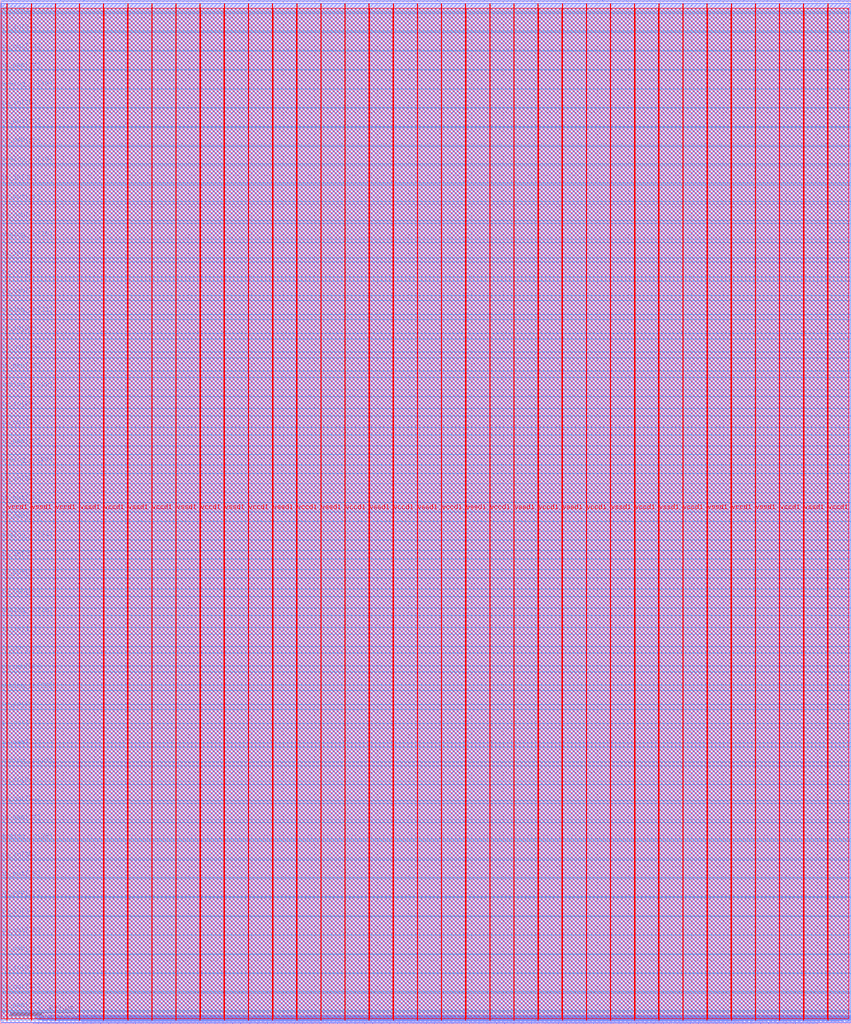
<source format=lef>
VERSION 5.7 ;
  NOWIREEXTENSIONATPIN ON ;
  DIVIDERCHAR "/" ;
  BUSBITCHARS "[]" ;
MACRO rift2Wrap
  CLASS BLOCK ;
  FOREIGN rift2Wrap ;
  ORIGIN 0.000 0.000 ;
  SIZE 2707.600 BY 3257.630 ;
  PIN analog_io[0]
    DIRECTION INOUT ;
    USE SIGNAL ;
    PORT
      LAYER met3 ;
        RECT 2703.600 1321.960 2707.600 1322.560 ;
    END
  END analog_io[0]
  PIN analog_io[10]
    DIRECTION INOUT ;
    USE SIGNAL ;
    PORT
      LAYER met2 ;
        RECT 2065.950 3253.630 2066.230 3257.630 ;
    END
  END analog_io[10]
  PIN analog_io[11]
    DIRECTION INOUT ;
    USE SIGNAL ;
    PORT
      LAYER met2 ;
        RECT 1766.030 3253.630 1766.310 3257.630 ;
    END
  END analog_io[11]
  PIN analog_io[12]
    DIRECTION INOUT ;
    USE SIGNAL ;
    PORT
      LAYER met2 ;
        RECT 1466.110 3253.630 1466.390 3257.630 ;
    END
  END analog_io[12]
  PIN analog_io[13]
    DIRECTION INOUT ;
    USE SIGNAL ;
    PORT
      LAYER met2 ;
        RECT 1166.190 3253.630 1166.470 3257.630 ;
    END
  END analog_io[13]
  PIN analog_io[14]
    DIRECTION INOUT ;
    USE SIGNAL ;
    PORT
      LAYER met2 ;
        RECT 866.270 3253.630 866.550 3257.630 ;
    END
  END analog_io[14]
  PIN analog_io[15]
    DIRECTION INOUT ;
    USE SIGNAL ;
    PORT
      LAYER met2 ;
        RECT 566.350 3253.630 566.630 3257.630 ;
    END
  END analog_io[15]
  PIN analog_io[16]
    DIRECTION INOUT ;
    USE SIGNAL ;
    PORT
      LAYER met2 ;
        RECT 266.430 3253.630 266.710 3257.630 ;
    END
  END analog_io[16]
  PIN analog_io[17]
    DIRECTION INOUT ;
    USE SIGNAL ;
    PORT
      LAYER met3 ;
        RECT 0.000 3213.720 4.000 3214.320 ;
    END
  END analog_io[17]
  PIN analog_io[18]
    DIRECTION INOUT ;
    USE SIGNAL ;
    PORT
      LAYER met3 ;
        RECT 0.000 2974.360 4.000 2974.960 ;
    END
  END analog_io[18]
  PIN analog_io[19]
    DIRECTION INOUT ;
    USE SIGNAL ;
    PORT
      LAYER met3 ;
        RECT 0.000 2735.000 4.000 2735.600 ;
    END
  END analog_io[19]
  PIN analog_io[1]
    DIRECTION INOUT ;
    USE SIGNAL ;
    PORT
      LAYER met3 ;
        RECT 2703.600 1566.760 2707.600 1567.360 ;
    END
  END analog_io[1]
  PIN analog_io[20]
    DIRECTION INOUT ;
    USE SIGNAL ;
    PORT
      LAYER met3 ;
        RECT 0.000 2495.640 4.000 2496.240 ;
    END
  END analog_io[20]
  PIN analog_io[21]
    DIRECTION INOUT ;
    USE SIGNAL ;
    PORT
      LAYER met3 ;
        RECT 0.000 2256.280 4.000 2256.880 ;
    END
  END analog_io[21]
  PIN analog_io[22]
    DIRECTION INOUT ;
    USE SIGNAL ;
    PORT
      LAYER met3 ;
        RECT 0.000 2016.920 4.000 2017.520 ;
    END
  END analog_io[22]
  PIN analog_io[23]
    DIRECTION INOUT ;
    USE SIGNAL ;
    PORT
      LAYER met3 ;
        RECT 0.000 1777.560 4.000 1778.160 ;
    END
  END analog_io[23]
  PIN analog_io[24]
    DIRECTION INOUT ;
    USE SIGNAL ;
    PORT
      LAYER met3 ;
        RECT 0.000 1538.200 4.000 1538.800 ;
    END
  END analog_io[24]
  PIN analog_io[25]
    DIRECTION INOUT ;
    USE SIGNAL ;
    PORT
      LAYER met3 ;
        RECT 0.000 1298.840 4.000 1299.440 ;
    END
  END analog_io[25]
  PIN analog_io[26]
    DIRECTION INOUT ;
    USE SIGNAL ;
    PORT
      LAYER met3 ;
        RECT 0.000 1059.480 4.000 1060.080 ;
    END
  END analog_io[26]
  PIN analog_io[27]
    DIRECTION INOUT ;
    USE SIGNAL ;
    PORT
      LAYER met3 ;
        RECT 0.000 820.120 4.000 820.720 ;
    END
  END analog_io[27]
  PIN analog_io[28]
    DIRECTION INOUT ;
    USE SIGNAL ;
    PORT
      LAYER met3 ;
        RECT 0.000 580.760 4.000 581.360 ;
    END
  END analog_io[28]
  PIN analog_io[2]
    DIRECTION INOUT ;
    USE SIGNAL ;
    PORT
      LAYER met3 ;
        RECT 2703.600 1811.560 2707.600 1812.160 ;
    END
  END analog_io[2]
  PIN analog_io[3]
    DIRECTION INOUT ;
    USE SIGNAL ;
    PORT
      LAYER met3 ;
        RECT 2703.600 2056.360 2707.600 2056.960 ;
    END
  END analog_io[3]
  PIN analog_io[4]
    DIRECTION INOUT ;
    USE SIGNAL ;
    PORT
      LAYER met3 ;
        RECT 2703.600 2301.160 2707.600 2301.760 ;
    END
  END analog_io[4]
  PIN analog_io[5]
    DIRECTION INOUT ;
    USE SIGNAL ;
    PORT
      LAYER met3 ;
        RECT 2703.600 2545.960 2707.600 2546.560 ;
    END
  END analog_io[5]
  PIN analog_io[6]
    DIRECTION INOUT ;
    USE SIGNAL ;
    PORT
      LAYER met3 ;
        RECT 2703.600 2790.760 2707.600 2791.360 ;
    END
  END analog_io[6]
  PIN analog_io[7]
    DIRECTION INOUT ;
    USE SIGNAL ;
    PORT
      LAYER met3 ;
        RECT 2703.600 3035.560 2707.600 3036.160 ;
    END
  END analog_io[7]
  PIN analog_io[8]
    DIRECTION INOUT ;
    USE SIGNAL ;
    PORT
      LAYER met2 ;
        RECT 2665.790 3253.630 2666.070 3257.630 ;
    END
  END analog_io[8]
  PIN analog_io[9]
    DIRECTION INOUT ;
    USE SIGNAL ;
    PORT
      LAYER met2 ;
        RECT 2365.870 3253.630 2366.150 3257.630 ;
    END
  END analog_io[9]
  PIN io_in[0]
    DIRECTION INPUT ;
    USE SIGNAL ;
    PORT
      LAYER met3 ;
        RECT 2703.600 36.760 2707.600 37.360 ;
    END
  END io_in[0]
  PIN io_in[10]
    DIRECTION INPUT ;
    USE SIGNAL ;
    PORT
      LAYER met3 ;
        RECT 2703.600 2117.560 2707.600 2118.160 ;
    END
  END io_in[10]
  PIN io_in[11]
    DIRECTION INPUT ;
    USE SIGNAL ;
    PORT
      LAYER met3 ;
        RECT 2703.600 2362.360 2707.600 2362.960 ;
    END
  END io_in[11]
  PIN io_in[12]
    DIRECTION INPUT ;
    USE SIGNAL ;
    PORT
      LAYER met3 ;
        RECT 2703.600 2607.160 2707.600 2607.760 ;
    END
  END io_in[12]
  PIN io_in[13]
    DIRECTION INPUT ;
    USE SIGNAL ;
    PORT
      LAYER met3 ;
        RECT 2703.600 2851.960 2707.600 2852.560 ;
    END
  END io_in[13]
  PIN io_in[14]
    DIRECTION INPUT ;
    USE SIGNAL ;
    PORT
      LAYER met3 ;
        RECT 2703.600 3096.760 2707.600 3097.360 ;
    END
  END io_in[14]
  PIN io_in[15]
    DIRECTION INPUT ;
    USE SIGNAL ;
    PORT
      LAYER met2 ;
        RECT 2590.810 3253.630 2591.090 3257.630 ;
    END
  END io_in[15]
  PIN io_in[16]
    DIRECTION INPUT ;
    USE SIGNAL ;
    PORT
      LAYER met2 ;
        RECT 2290.890 3253.630 2291.170 3257.630 ;
    END
  END io_in[16]
  PIN io_in[17]
    DIRECTION INPUT ;
    USE SIGNAL ;
    PORT
      LAYER met2 ;
        RECT 1990.970 3253.630 1991.250 3257.630 ;
    END
  END io_in[17]
  PIN io_in[18]
    DIRECTION INPUT ;
    USE SIGNAL ;
    PORT
      LAYER met2 ;
        RECT 1691.050 3253.630 1691.330 3257.630 ;
    END
  END io_in[18]
  PIN io_in[19]
    DIRECTION INPUT ;
    USE SIGNAL ;
    PORT
      LAYER met2 ;
        RECT 1391.130 3253.630 1391.410 3257.630 ;
    END
  END io_in[19]
  PIN io_in[1]
    DIRECTION INPUT ;
    USE SIGNAL ;
    PORT
      LAYER met3 ;
        RECT 2703.600 220.360 2707.600 220.960 ;
    END
  END io_in[1]
  PIN io_in[20]
    DIRECTION INPUT ;
    USE SIGNAL ;
    PORT
      LAYER met2 ;
        RECT 1091.210 3253.630 1091.490 3257.630 ;
    END
  END io_in[20]
  PIN io_in[21]
    DIRECTION INPUT ;
    USE SIGNAL ;
    PORT
      LAYER met2 ;
        RECT 791.290 3253.630 791.570 3257.630 ;
    END
  END io_in[21]
  PIN io_in[22]
    DIRECTION INPUT ;
    USE SIGNAL ;
    PORT
      LAYER met2 ;
        RECT 491.370 3253.630 491.650 3257.630 ;
    END
  END io_in[22]
  PIN io_in[23]
    DIRECTION INPUT ;
    USE SIGNAL ;
    PORT
      LAYER met2 ;
        RECT 191.450 3253.630 191.730 3257.630 ;
    END
  END io_in[23]
  PIN io_in[24]
    DIRECTION INPUT ;
    USE SIGNAL ;
    PORT
      LAYER met3 ;
        RECT 0.000 3153.880 4.000 3154.480 ;
    END
  END io_in[24]
  PIN io_in[25]
    DIRECTION INPUT ;
    USE SIGNAL ;
    PORT
      LAYER met3 ;
        RECT 0.000 2914.520 4.000 2915.120 ;
    END
  END io_in[25]
  PIN io_in[26]
    DIRECTION INPUT ;
    USE SIGNAL ;
    PORT
      LAYER met3 ;
        RECT 0.000 2675.160 4.000 2675.760 ;
    END
  END io_in[26]
  PIN io_in[27]
    DIRECTION INPUT ;
    USE SIGNAL ;
    PORT
      LAYER met3 ;
        RECT 0.000 2435.800 4.000 2436.400 ;
    END
  END io_in[27]
  PIN io_in[28]
    DIRECTION INPUT ;
    USE SIGNAL ;
    PORT
      LAYER met3 ;
        RECT 0.000 2196.440 4.000 2197.040 ;
    END
  END io_in[28]
  PIN io_in[29]
    DIRECTION INPUT ;
    USE SIGNAL ;
    PORT
      LAYER met3 ;
        RECT 0.000 1957.080 4.000 1957.680 ;
    END
  END io_in[29]
  PIN io_in[2]
    DIRECTION INPUT ;
    USE SIGNAL ;
    PORT
      LAYER met3 ;
        RECT 2703.600 403.960 2707.600 404.560 ;
    END
  END io_in[2]
  PIN io_in[30]
    DIRECTION INPUT ;
    USE SIGNAL ;
    PORT
      LAYER met3 ;
        RECT 0.000 1717.720 4.000 1718.320 ;
    END
  END io_in[30]
  PIN io_in[31]
    DIRECTION INPUT ;
    USE SIGNAL ;
    PORT
      LAYER met3 ;
        RECT 0.000 1478.360 4.000 1478.960 ;
    END
  END io_in[31]
  PIN io_in[32]
    DIRECTION INPUT ;
    USE SIGNAL ;
    PORT
      LAYER met3 ;
        RECT 0.000 1239.000 4.000 1239.600 ;
    END
  END io_in[32]
  PIN io_in[33]
    DIRECTION INPUT ;
    USE SIGNAL ;
    PORT
      LAYER met3 ;
        RECT 0.000 999.640 4.000 1000.240 ;
    END
  END io_in[33]
  PIN io_in[34]
    DIRECTION INPUT ;
    USE SIGNAL ;
    PORT
      LAYER met3 ;
        RECT 0.000 760.280 4.000 760.880 ;
    END
  END io_in[34]
  PIN io_in[35]
    DIRECTION INPUT ;
    USE SIGNAL ;
    PORT
      LAYER met3 ;
        RECT 0.000 520.920 4.000 521.520 ;
    END
  END io_in[35]
  PIN io_in[36]
    DIRECTION INPUT ;
    USE SIGNAL ;
    PORT
      LAYER met3 ;
        RECT 0.000 341.400 4.000 342.000 ;
    END
  END io_in[36]
  PIN io_in[37]
    DIRECTION INPUT ;
    USE SIGNAL ;
    PORT
      LAYER met3 ;
        RECT 0.000 161.880 4.000 162.480 ;
    END
  END io_in[37]
  PIN io_in[3]
    DIRECTION INPUT ;
    USE SIGNAL ;
    PORT
      LAYER met3 ;
        RECT 2703.600 587.560 2707.600 588.160 ;
    END
  END io_in[3]
  PIN io_in[4]
    DIRECTION INPUT ;
    USE SIGNAL ;
    PORT
      LAYER met3 ;
        RECT 2703.600 771.160 2707.600 771.760 ;
    END
  END io_in[4]
  PIN io_in[5]
    DIRECTION INPUT ;
    USE SIGNAL ;
    PORT
      LAYER met3 ;
        RECT 2703.600 954.760 2707.600 955.360 ;
    END
  END io_in[5]
  PIN io_in[6]
    DIRECTION INPUT ;
    USE SIGNAL ;
    PORT
      LAYER met3 ;
        RECT 2703.600 1138.360 2707.600 1138.960 ;
    END
  END io_in[6]
  PIN io_in[7]
    DIRECTION INPUT ;
    USE SIGNAL ;
    PORT
      LAYER met3 ;
        RECT 2703.600 1383.160 2707.600 1383.760 ;
    END
  END io_in[7]
  PIN io_in[8]
    DIRECTION INPUT ;
    USE SIGNAL ;
    PORT
      LAYER met3 ;
        RECT 2703.600 1627.960 2707.600 1628.560 ;
    END
  END io_in[8]
  PIN io_in[9]
    DIRECTION INPUT ;
    USE SIGNAL ;
    PORT
      LAYER met3 ;
        RECT 2703.600 1872.760 2707.600 1873.360 ;
    END
  END io_in[9]
  PIN io_oeb[0]
    DIRECTION OUTPUT TRISTATE ;
    USE SIGNAL ;
    PORT
      LAYER met3 ;
        RECT 2703.600 159.160 2707.600 159.760 ;
    END
  END io_oeb[0]
  PIN io_oeb[10]
    DIRECTION OUTPUT TRISTATE ;
    USE SIGNAL ;
    PORT
      LAYER met3 ;
        RECT 2703.600 2239.960 2707.600 2240.560 ;
    END
  END io_oeb[10]
  PIN io_oeb[11]
    DIRECTION OUTPUT TRISTATE ;
    USE SIGNAL ;
    PORT
      LAYER met3 ;
        RECT 2703.600 2484.760 2707.600 2485.360 ;
    END
  END io_oeb[11]
  PIN io_oeb[12]
    DIRECTION OUTPUT TRISTATE ;
    USE SIGNAL ;
    PORT
      LAYER met3 ;
        RECT 2703.600 2729.560 2707.600 2730.160 ;
    END
  END io_oeb[12]
  PIN io_oeb[13]
    DIRECTION OUTPUT TRISTATE ;
    USE SIGNAL ;
    PORT
      LAYER met3 ;
        RECT 2703.600 2974.360 2707.600 2974.960 ;
    END
  END io_oeb[13]
  PIN io_oeb[14]
    DIRECTION OUTPUT TRISTATE ;
    USE SIGNAL ;
    PORT
      LAYER met3 ;
        RECT 2703.600 3219.160 2707.600 3219.760 ;
    END
  END io_oeb[14]
  PIN io_oeb[15]
    DIRECTION OUTPUT TRISTATE ;
    USE SIGNAL ;
    PORT
      LAYER met2 ;
        RECT 2440.850 3253.630 2441.130 3257.630 ;
    END
  END io_oeb[15]
  PIN io_oeb[16]
    DIRECTION OUTPUT TRISTATE ;
    USE SIGNAL ;
    PORT
      LAYER met2 ;
        RECT 2140.930 3253.630 2141.210 3257.630 ;
    END
  END io_oeb[16]
  PIN io_oeb[17]
    DIRECTION OUTPUT TRISTATE ;
    USE SIGNAL ;
    PORT
      LAYER met2 ;
        RECT 1841.010 3253.630 1841.290 3257.630 ;
    END
  END io_oeb[17]
  PIN io_oeb[18]
    DIRECTION OUTPUT TRISTATE ;
    USE SIGNAL ;
    PORT
      LAYER met2 ;
        RECT 1541.090 3253.630 1541.370 3257.630 ;
    END
  END io_oeb[18]
  PIN io_oeb[19]
    DIRECTION OUTPUT TRISTATE ;
    USE SIGNAL ;
    PORT
      LAYER met2 ;
        RECT 1241.170 3253.630 1241.450 3257.630 ;
    END
  END io_oeb[19]
  PIN io_oeb[1]
    DIRECTION OUTPUT TRISTATE ;
    USE SIGNAL ;
    PORT
      LAYER met3 ;
        RECT 2703.600 342.760 2707.600 343.360 ;
    END
  END io_oeb[1]
  PIN io_oeb[20]
    DIRECTION OUTPUT TRISTATE ;
    USE SIGNAL ;
    PORT
      LAYER met2 ;
        RECT 941.250 3253.630 941.530 3257.630 ;
    END
  END io_oeb[20]
  PIN io_oeb[21]
    DIRECTION OUTPUT TRISTATE ;
    USE SIGNAL ;
    PORT
      LAYER met2 ;
        RECT 641.330 3253.630 641.610 3257.630 ;
    END
  END io_oeb[21]
  PIN io_oeb[22]
    DIRECTION OUTPUT TRISTATE ;
    USE SIGNAL ;
    PORT
      LAYER met2 ;
        RECT 341.410 3253.630 341.690 3257.630 ;
    END
  END io_oeb[22]
  PIN io_oeb[23]
    DIRECTION OUTPUT TRISTATE ;
    USE SIGNAL ;
    PORT
      LAYER met2 ;
        RECT 41.490 3253.630 41.770 3257.630 ;
    END
  END io_oeb[23]
  PIN io_oeb[24]
    DIRECTION OUTPUT TRISTATE ;
    USE SIGNAL ;
    PORT
      LAYER met3 ;
        RECT 0.000 3034.200 4.000 3034.800 ;
    END
  END io_oeb[24]
  PIN io_oeb[25]
    DIRECTION OUTPUT TRISTATE ;
    USE SIGNAL ;
    PORT
      LAYER met3 ;
        RECT 0.000 2794.840 4.000 2795.440 ;
    END
  END io_oeb[25]
  PIN io_oeb[26]
    DIRECTION OUTPUT TRISTATE ;
    USE SIGNAL ;
    PORT
      LAYER met3 ;
        RECT 0.000 2555.480 4.000 2556.080 ;
    END
  END io_oeb[26]
  PIN io_oeb[27]
    DIRECTION OUTPUT TRISTATE ;
    USE SIGNAL ;
    PORT
      LAYER met3 ;
        RECT 0.000 2316.120 4.000 2316.720 ;
    END
  END io_oeb[27]
  PIN io_oeb[28]
    DIRECTION OUTPUT TRISTATE ;
    USE SIGNAL ;
    PORT
      LAYER met3 ;
        RECT 0.000 2076.760 4.000 2077.360 ;
    END
  END io_oeb[28]
  PIN io_oeb[29]
    DIRECTION OUTPUT TRISTATE ;
    USE SIGNAL ;
    PORT
      LAYER met3 ;
        RECT 0.000 1837.400 4.000 1838.000 ;
    END
  END io_oeb[29]
  PIN io_oeb[2]
    DIRECTION OUTPUT TRISTATE ;
    USE SIGNAL ;
    PORT
      LAYER met3 ;
        RECT 2703.600 526.360 2707.600 526.960 ;
    END
  END io_oeb[2]
  PIN io_oeb[30]
    DIRECTION OUTPUT TRISTATE ;
    USE SIGNAL ;
    PORT
      LAYER met3 ;
        RECT 0.000 1598.040 4.000 1598.640 ;
    END
  END io_oeb[30]
  PIN io_oeb[31]
    DIRECTION OUTPUT TRISTATE ;
    USE SIGNAL ;
    PORT
      LAYER met3 ;
        RECT 0.000 1358.680 4.000 1359.280 ;
    END
  END io_oeb[31]
  PIN io_oeb[32]
    DIRECTION OUTPUT TRISTATE ;
    USE SIGNAL ;
    PORT
      LAYER met3 ;
        RECT 0.000 1119.320 4.000 1119.920 ;
    END
  END io_oeb[32]
  PIN io_oeb[33]
    DIRECTION OUTPUT TRISTATE ;
    USE SIGNAL ;
    PORT
      LAYER met3 ;
        RECT 0.000 879.960 4.000 880.560 ;
    END
  END io_oeb[33]
  PIN io_oeb[34]
    DIRECTION OUTPUT TRISTATE ;
    USE SIGNAL ;
    PORT
      LAYER met3 ;
        RECT 0.000 640.600 4.000 641.200 ;
    END
  END io_oeb[34]
  PIN io_oeb[35]
    DIRECTION OUTPUT TRISTATE ;
    USE SIGNAL ;
    PORT
      LAYER met3 ;
        RECT 0.000 401.240 4.000 401.840 ;
    END
  END io_oeb[35]
  PIN io_oeb[36]
    DIRECTION OUTPUT TRISTATE ;
    USE SIGNAL ;
    PORT
      LAYER met3 ;
        RECT 0.000 221.720 4.000 222.320 ;
    END
  END io_oeb[36]
  PIN io_oeb[37]
    DIRECTION OUTPUT TRISTATE ;
    USE SIGNAL ;
    PORT
      LAYER met3 ;
        RECT 0.000 42.200 4.000 42.800 ;
    END
  END io_oeb[37]
  PIN io_oeb[3]
    DIRECTION OUTPUT TRISTATE ;
    USE SIGNAL ;
    PORT
      LAYER met3 ;
        RECT 2703.600 709.960 2707.600 710.560 ;
    END
  END io_oeb[3]
  PIN io_oeb[4]
    DIRECTION OUTPUT TRISTATE ;
    USE SIGNAL ;
    PORT
      LAYER met3 ;
        RECT 2703.600 893.560 2707.600 894.160 ;
    END
  END io_oeb[4]
  PIN io_oeb[5]
    DIRECTION OUTPUT TRISTATE ;
    USE SIGNAL ;
    PORT
      LAYER met3 ;
        RECT 2703.600 1077.160 2707.600 1077.760 ;
    END
  END io_oeb[5]
  PIN io_oeb[6]
    DIRECTION OUTPUT TRISTATE ;
    USE SIGNAL ;
    PORT
      LAYER met3 ;
        RECT 2703.600 1260.760 2707.600 1261.360 ;
    END
  END io_oeb[6]
  PIN io_oeb[7]
    DIRECTION OUTPUT TRISTATE ;
    USE SIGNAL ;
    PORT
      LAYER met3 ;
        RECT 2703.600 1505.560 2707.600 1506.160 ;
    END
  END io_oeb[7]
  PIN io_oeb[8]
    DIRECTION OUTPUT TRISTATE ;
    USE SIGNAL ;
    PORT
      LAYER met3 ;
        RECT 2703.600 1750.360 2707.600 1750.960 ;
    END
  END io_oeb[8]
  PIN io_oeb[9]
    DIRECTION OUTPUT TRISTATE ;
    USE SIGNAL ;
    PORT
      LAYER met3 ;
        RECT 2703.600 1995.160 2707.600 1995.760 ;
    END
  END io_oeb[9]
  PIN io_out[0]
    DIRECTION OUTPUT TRISTATE ;
    USE SIGNAL ;
    PORT
      LAYER met3 ;
        RECT 2703.600 97.960 2707.600 98.560 ;
    END
  END io_out[0]
  PIN io_out[10]
    DIRECTION OUTPUT TRISTATE ;
    USE SIGNAL ;
    PORT
      LAYER met3 ;
        RECT 2703.600 2178.760 2707.600 2179.360 ;
    END
  END io_out[10]
  PIN io_out[11]
    DIRECTION OUTPUT TRISTATE ;
    USE SIGNAL ;
    PORT
      LAYER met3 ;
        RECT 2703.600 2423.560 2707.600 2424.160 ;
    END
  END io_out[11]
  PIN io_out[12]
    DIRECTION OUTPUT TRISTATE ;
    USE SIGNAL ;
    PORT
      LAYER met3 ;
        RECT 2703.600 2668.360 2707.600 2668.960 ;
    END
  END io_out[12]
  PIN io_out[13]
    DIRECTION OUTPUT TRISTATE ;
    USE SIGNAL ;
    PORT
      LAYER met3 ;
        RECT 2703.600 2913.160 2707.600 2913.760 ;
    END
  END io_out[13]
  PIN io_out[14]
    DIRECTION OUTPUT TRISTATE ;
    USE SIGNAL ;
    PORT
      LAYER met3 ;
        RECT 2703.600 3157.960 2707.600 3158.560 ;
    END
  END io_out[14]
  PIN io_out[15]
    DIRECTION OUTPUT TRISTATE ;
    USE SIGNAL ;
    PORT
      LAYER met2 ;
        RECT 2515.830 3253.630 2516.110 3257.630 ;
    END
  END io_out[15]
  PIN io_out[16]
    DIRECTION OUTPUT TRISTATE ;
    USE SIGNAL ;
    PORT
      LAYER met2 ;
        RECT 2215.910 3253.630 2216.190 3257.630 ;
    END
  END io_out[16]
  PIN io_out[17]
    DIRECTION OUTPUT TRISTATE ;
    USE SIGNAL ;
    PORT
      LAYER met2 ;
        RECT 1915.990 3253.630 1916.270 3257.630 ;
    END
  END io_out[17]
  PIN io_out[18]
    DIRECTION OUTPUT TRISTATE ;
    USE SIGNAL ;
    PORT
      LAYER met2 ;
        RECT 1616.070 3253.630 1616.350 3257.630 ;
    END
  END io_out[18]
  PIN io_out[19]
    DIRECTION OUTPUT TRISTATE ;
    USE SIGNAL ;
    PORT
      LAYER met2 ;
        RECT 1316.150 3253.630 1316.430 3257.630 ;
    END
  END io_out[19]
  PIN io_out[1]
    DIRECTION OUTPUT TRISTATE ;
    USE SIGNAL ;
    PORT
      LAYER met3 ;
        RECT 2703.600 281.560 2707.600 282.160 ;
    END
  END io_out[1]
  PIN io_out[20]
    DIRECTION OUTPUT TRISTATE ;
    USE SIGNAL ;
    PORT
      LAYER met2 ;
        RECT 1016.230 3253.630 1016.510 3257.630 ;
    END
  END io_out[20]
  PIN io_out[21]
    DIRECTION OUTPUT TRISTATE ;
    USE SIGNAL ;
    PORT
      LAYER met2 ;
        RECT 716.310 3253.630 716.590 3257.630 ;
    END
  END io_out[21]
  PIN io_out[22]
    DIRECTION OUTPUT TRISTATE ;
    USE SIGNAL ;
    PORT
      LAYER met2 ;
        RECT 416.390 3253.630 416.670 3257.630 ;
    END
  END io_out[22]
  PIN io_out[23]
    DIRECTION OUTPUT TRISTATE ;
    USE SIGNAL ;
    PORT
      LAYER met2 ;
        RECT 116.470 3253.630 116.750 3257.630 ;
    END
  END io_out[23]
  PIN io_out[24]
    DIRECTION OUTPUT TRISTATE ;
    USE SIGNAL ;
    PORT
      LAYER met3 ;
        RECT 0.000 3094.040 4.000 3094.640 ;
    END
  END io_out[24]
  PIN io_out[25]
    DIRECTION OUTPUT TRISTATE ;
    USE SIGNAL ;
    PORT
      LAYER met3 ;
        RECT 0.000 2854.680 4.000 2855.280 ;
    END
  END io_out[25]
  PIN io_out[26]
    DIRECTION OUTPUT TRISTATE ;
    USE SIGNAL ;
    PORT
      LAYER met3 ;
        RECT 0.000 2615.320 4.000 2615.920 ;
    END
  END io_out[26]
  PIN io_out[27]
    DIRECTION OUTPUT TRISTATE ;
    USE SIGNAL ;
    PORT
      LAYER met3 ;
        RECT 0.000 2375.960 4.000 2376.560 ;
    END
  END io_out[27]
  PIN io_out[28]
    DIRECTION OUTPUT TRISTATE ;
    USE SIGNAL ;
    PORT
      LAYER met3 ;
        RECT 0.000 2136.600 4.000 2137.200 ;
    END
  END io_out[28]
  PIN io_out[29]
    DIRECTION OUTPUT TRISTATE ;
    USE SIGNAL ;
    PORT
      LAYER met3 ;
        RECT 0.000 1897.240 4.000 1897.840 ;
    END
  END io_out[29]
  PIN io_out[2]
    DIRECTION OUTPUT TRISTATE ;
    USE SIGNAL ;
    PORT
      LAYER met3 ;
        RECT 2703.600 465.160 2707.600 465.760 ;
    END
  END io_out[2]
  PIN io_out[30]
    DIRECTION OUTPUT TRISTATE ;
    USE SIGNAL ;
    PORT
      LAYER met3 ;
        RECT 0.000 1657.880 4.000 1658.480 ;
    END
  END io_out[30]
  PIN io_out[31]
    DIRECTION OUTPUT TRISTATE ;
    USE SIGNAL ;
    PORT
      LAYER met3 ;
        RECT 0.000 1418.520 4.000 1419.120 ;
    END
  END io_out[31]
  PIN io_out[32]
    DIRECTION OUTPUT TRISTATE ;
    USE SIGNAL ;
    PORT
      LAYER met3 ;
        RECT 0.000 1179.160 4.000 1179.760 ;
    END
  END io_out[32]
  PIN io_out[33]
    DIRECTION OUTPUT TRISTATE ;
    USE SIGNAL ;
    PORT
      LAYER met3 ;
        RECT 0.000 939.800 4.000 940.400 ;
    END
  END io_out[33]
  PIN io_out[34]
    DIRECTION OUTPUT TRISTATE ;
    USE SIGNAL ;
    PORT
      LAYER met3 ;
        RECT 0.000 700.440 4.000 701.040 ;
    END
  END io_out[34]
  PIN io_out[35]
    DIRECTION OUTPUT TRISTATE ;
    USE SIGNAL ;
    PORT
      LAYER met3 ;
        RECT 0.000 461.080 4.000 461.680 ;
    END
  END io_out[35]
  PIN io_out[36]
    DIRECTION OUTPUT TRISTATE ;
    USE SIGNAL ;
    PORT
      LAYER met3 ;
        RECT 0.000 281.560 4.000 282.160 ;
    END
  END io_out[36]
  PIN io_out[37]
    DIRECTION OUTPUT TRISTATE ;
    USE SIGNAL ;
    PORT
      LAYER met3 ;
        RECT 0.000 102.040 4.000 102.640 ;
    END
  END io_out[37]
  PIN io_out[3]
    DIRECTION OUTPUT TRISTATE ;
    USE SIGNAL ;
    PORT
      LAYER met3 ;
        RECT 2703.600 648.760 2707.600 649.360 ;
    END
  END io_out[3]
  PIN io_out[4]
    DIRECTION OUTPUT TRISTATE ;
    USE SIGNAL ;
    PORT
      LAYER met3 ;
        RECT 2703.600 832.360 2707.600 832.960 ;
    END
  END io_out[4]
  PIN io_out[5]
    DIRECTION OUTPUT TRISTATE ;
    USE SIGNAL ;
    PORT
      LAYER met3 ;
        RECT 2703.600 1015.960 2707.600 1016.560 ;
    END
  END io_out[5]
  PIN io_out[6]
    DIRECTION OUTPUT TRISTATE ;
    USE SIGNAL ;
    PORT
      LAYER met3 ;
        RECT 2703.600 1199.560 2707.600 1200.160 ;
    END
  END io_out[6]
  PIN io_out[7]
    DIRECTION OUTPUT TRISTATE ;
    USE SIGNAL ;
    PORT
      LAYER met3 ;
        RECT 2703.600 1444.360 2707.600 1444.960 ;
    END
  END io_out[7]
  PIN io_out[8]
    DIRECTION OUTPUT TRISTATE ;
    USE SIGNAL ;
    PORT
      LAYER met3 ;
        RECT 2703.600 1689.160 2707.600 1689.760 ;
    END
  END io_out[8]
  PIN io_out[9]
    DIRECTION OUTPUT TRISTATE ;
    USE SIGNAL ;
    PORT
      LAYER met3 ;
        RECT 2703.600 1933.960 2707.600 1934.560 ;
    END
  END io_out[9]
  PIN la_data_in[0]
    DIRECTION INPUT ;
    USE SIGNAL ;
    PORT
      LAYER met2 ;
        RECT 642.710 0.000 642.990 4.000 ;
    END
  END la_data_in[0]
  PIN la_data_in[100]
    DIRECTION INPUT ;
    USE SIGNAL ;
    PORT
      LAYER met2 ;
        RECT 2160.710 0.000 2160.990 4.000 ;
    END
  END la_data_in[100]
  PIN la_data_in[101]
    DIRECTION INPUT ;
    USE SIGNAL ;
    PORT
      LAYER met2 ;
        RECT 2175.890 0.000 2176.170 4.000 ;
    END
  END la_data_in[101]
  PIN la_data_in[102]
    DIRECTION INPUT ;
    USE SIGNAL ;
    PORT
      LAYER met2 ;
        RECT 2191.070 0.000 2191.350 4.000 ;
    END
  END la_data_in[102]
  PIN la_data_in[103]
    DIRECTION INPUT ;
    USE SIGNAL ;
    PORT
      LAYER met2 ;
        RECT 2206.250 0.000 2206.530 4.000 ;
    END
  END la_data_in[103]
  PIN la_data_in[104]
    DIRECTION INPUT ;
    USE SIGNAL ;
    PORT
      LAYER met2 ;
        RECT 2221.430 0.000 2221.710 4.000 ;
    END
  END la_data_in[104]
  PIN la_data_in[105]
    DIRECTION INPUT ;
    USE SIGNAL ;
    PORT
      LAYER met2 ;
        RECT 2236.610 0.000 2236.890 4.000 ;
    END
  END la_data_in[105]
  PIN la_data_in[106]
    DIRECTION INPUT ;
    USE SIGNAL ;
    PORT
      LAYER met2 ;
        RECT 2251.790 0.000 2252.070 4.000 ;
    END
  END la_data_in[106]
  PIN la_data_in[107]
    DIRECTION INPUT ;
    USE SIGNAL ;
    PORT
      LAYER met2 ;
        RECT 2266.970 0.000 2267.250 4.000 ;
    END
  END la_data_in[107]
  PIN la_data_in[108]
    DIRECTION INPUT ;
    USE SIGNAL ;
    PORT
      LAYER met2 ;
        RECT 2282.150 0.000 2282.430 4.000 ;
    END
  END la_data_in[108]
  PIN la_data_in[109]
    DIRECTION INPUT ;
    USE SIGNAL ;
    PORT
      LAYER met2 ;
        RECT 2297.330 0.000 2297.610 4.000 ;
    END
  END la_data_in[109]
  PIN la_data_in[10]
    DIRECTION INPUT ;
    USE SIGNAL ;
    PORT
      LAYER met2 ;
        RECT 794.510 0.000 794.790 4.000 ;
    END
  END la_data_in[10]
  PIN la_data_in[110]
    DIRECTION INPUT ;
    USE SIGNAL ;
    PORT
      LAYER met2 ;
        RECT 2312.510 0.000 2312.790 4.000 ;
    END
  END la_data_in[110]
  PIN la_data_in[111]
    DIRECTION INPUT ;
    USE SIGNAL ;
    PORT
      LAYER met2 ;
        RECT 2327.690 0.000 2327.970 4.000 ;
    END
  END la_data_in[111]
  PIN la_data_in[112]
    DIRECTION INPUT ;
    USE SIGNAL ;
    PORT
      LAYER met2 ;
        RECT 2342.870 0.000 2343.150 4.000 ;
    END
  END la_data_in[112]
  PIN la_data_in[113]
    DIRECTION INPUT ;
    USE SIGNAL ;
    PORT
      LAYER met2 ;
        RECT 2358.050 0.000 2358.330 4.000 ;
    END
  END la_data_in[113]
  PIN la_data_in[114]
    DIRECTION INPUT ;
    USE SIGNAL ;
    PORT
      LAYER met2 ;
        RECT 2373.230 0.000 2373.510 4.000 ;
    END
  END la_data_in[114]
  PIN la_data_in[115]
    DIRECTION INPUT ;
    USE SIGNAL ;
    PORT
      LAYER met2 ;
        RECT 2388.410 0.000 2388.690 4.000 ;
    END
  END la_data_in[115]
  PIN la_data_in[116]
    DIRECTION INPUT ;
    USE SIGNAL ;
    PORT
      LAYER met2 ;
        RECT 2403.590 0.000 2403.870 4.000 ;
    END
  END la_data_in[116]
  PIN la_data_in[117]
    DIRECTION INPUT ;
    USE SIGNAL ;
    PORT
      LAYER met2 ;
        RECT 2418.770 0.000 2419.050 4.000 ;
    END
  END la_data_in[117]
  PIN la_data_in[118]
    DIRECTION INPUT ;
    USE SIGNAL ;
    PORT
      LAYER met2 ;
        RECT 2433.950 0.000 2434.230 4.000 ;
    END
  END la_data_in[118]
  PIN la_data_in[119]
    DIRECTION INPUT ;
    USE SIGNAL ;
    PORT
      LAYER met2 ;
        RECT 2449.130 0.000 2449.410 4.000 ;
    END
  END la_data_in[119]
  PIN la_data_in[11]
    DIRECTION INPUT ;
    USE SIGNAL ;
    PORT
      LAYER met2 ;
        RECT 809.690 0.000 809.970 4.000 ;
    END
  END la_data_in[11]
  PIN la_data_in[120]
    DIRECTION INPUT ;
    USE SIGNAL ;
    PORT
      LAYER met2 ;
        RECT 2464.310 0.000 2464.590 4.000 ;
    END
  END la_data_in[120]
  PIN la_data_in[121]
    DIRECTION INPUT ;
    USE SIGNAL ;
    PORT
      LAYER met2 ;
        RECT 2479.490 0.000 2479.770 4.000 ;
    END
  END la_data_in[121]
  PIN la_data_in[122]
    DIRECTION INPUT ;
    USE SIGNAL ;
    PORT
      LAYER met2 ;
        RECT 2494.670 0.000 2494.950 4.000 ;
    END
  END la_data_in[122]
  PIN la_data_in[123]
    DIRECTION INPUT ;
    USE SIGNAL ;
    PORT
      LAYER met2 ;
        RECT 2509.850 0.000 2510.130 4.000 ;
    END
  END la_data_in[123]
  PIN la_data_in[124]
    DIRECTION INPUT ;
    USE SIGNAL ;
    PORT
      LAYER met2 ;
        RECT 2525.030 0.000 2525.310 4.000 ;
    END
  END la_data_in[124]
  PIN la_data_in[125]
    DIRECTION INPUT ;
    USE SIGNAL ;
    PORT
      LAYER met2 ;
        RECT 2540.210 0.000 2540.490 4.000 ;
    END
  END la_data_in[125]
  PIN la_data_in[126]
    DIRECTION INPUT ;
    USE SIGNAL ;
    PORT
      LAYER met2 ;
        RECT 2555.390 0.000 2555.670 4.000 ;
    END
  END la_data_in[126]
  PIN la_data_in[127]
    DIRECTION INPUT ;
    USE SIGNAL ;
    PORT
      LAYER met2 ;
        RECT 2570.570 0.000 2570.850 4.000 ;
    END
  END la_data_in[127]
  PIN la_data_in[12]
    DIRECTION INPUT ;
    USE SIGNAL ;
    PORT
      LAYER met2 ;
        RECT 824.870 0.000 825.150 4.000 ;
    END
  END la_data_in[12]
  PIN la_data_in[13]
    DIRECTION INPUT ;
    USE SIGNAL ;
    PORT
      LAYER met2 ;
        RECT 840.050 0.000 840.330 4.000 ;
    END
  END la_data_in[13]
  PIN la_data_in[14]
    DIRECTION INPUT ;
    USE SIGNAL ;
    PORT
      LAYER met2 ;
        RECT 855.230 0.000 855.510 4.000 ;
    END
  END la_data_in[14]
  PIN la_data_in[15]
    DIRECTION INPUT ;
    USE SIGNAL ;
    PORT
      LAYER met2 ;
        RECT 870.410 0.000 870.690 4.000 ;
    END
  END la_data_in[15]
  PIN la_data_in[16]
    DIRECTION INPUT ;
    USE SIGNAL ;
    PORT
      LAYER met2 ;
        RECT 885.590 0.000 885.870 4.000 ;
    END
  END la_data_in[16]
  PIN la_data_in[17]
    DIRECTION INPUT ;
    USE SIGNAL ;
    PORT
      LAYER met2 ;
        RECT 900.770 0.000 901.050 4.000 ;
    END
  END la_data_in[17]
  PIN la_data_in[18]
    DIRECTION INPUT ;
    USE SIGNAL ;
    PORT
      LAYER met2 ;
        RECT 915.950 0.000 916.230 4.000 ;
    END
  END la_data_in[18]
  PIN la_data_in[19]
    DIRECTION INPUT ;
    USE SIGNAL ;
    PORT
      LAYER met2 ;
        RECT 931.130 0.000 931.410 4.000 ;
    END
  END la_data_in[19]
  PIN la_data_in[1]
    DIRECTION INPUT ;
    USE SIGNAL ;
    PORT
      LAYER met2 ;
        RECT 657.890 0.000 658.170 4.000 ;
    END
  END la_data_in[1]
  PIN la_data_in[20]
    DIRECTION INPUT ;
    USE SIGNAL ;
    PORT
      LAYER met2 ;
        RECT 946.310 0.000 946.590 4.000 ;
    END
  END la_data_in[20]
  PIN la_data_in[21]
    DIRECTION INPUT ;
    USE SIGNAL ;
    PORT
      LAYER met2 ;
        RECT 961.490 0.000 961.770 4.000 ;
    END
  END la_data_in[21]
  PIN la_data_in[22]
    DIRECTION INPUT ;
    USE SIGNAL ;
    PORT
      LAYER met2 ;
        RECT 976.670 0.000 976.950 4.000 ;
    END
  END la_data_in[22]
  PIN la_data_in[23]
    DIRECTION INPUT ;
    USE SIGNAL ;
    PORT
      LAYER met2 ;
        RECT 991.850 0.000 992.130 4.000 ;
    END
  END la_data_in[23]
  PIN la_data_in[24]
    DIRECTION INPUT ;
    USE SIGNAL ;
    PORT
      LAYER met2 ;
        RECT 1007.030 0.000 1007.310 4.000 ;
    END
  END la_data_in[24]
  PIN la_data_in[25]
    DIRECTION INPUT ;
    USE SIGNAL ;
    PORT
      LAYER met2 ;
        RECT 1022.210 0.000 1022.490 4.000 ;
    END
  END la_data_in[25]
  PIN la_data_in[26]
    DIRECTION INPUT ;
    USE SIGNAL ;
    PORT
      LAYER met2 ;
        RECT 1037.390 0.000 1037.670 4.000 ;
    END
  END la_data_in[26]
  PIN la_data_in[27]
    DIRECTION INPUT ;
    USE SIGNAL ;
    PORT
      LAYER met2 ;
        RECT 1052.570 0.000 1052.850 4.000 ;
    END
  END la_data_in[27]
  PIN la_data_in[28]
    DIRECTION INPUT ;
    USE SIGNAL ;
    PORT
      LAYER met2 ;
        RECT 1067.750 0.000 1068.030 4.000 ;
    END
  END la_data_in[28]
  PIN la_data_in[29]
    DIRECTION INPUT ;
    USE SIGNAL ;
    PORT
      LAYER met2 ;
        RECT 1082.930 0.000 1083.210 4.000 ;
    END
  END la_data_in[29]
  PIN la_data_in[2]
    DIRECTION INPUT ;
    USE SIGNAL ;
    PORT
      LAYER met2 ;
        RECT 673.070 0.000 673.350 4.000 ;
    END
  END la_data_in[2]
  PIN la_data_in[30]
    DIRECTION INPUT ;
    USE SIGNAL ;
    PORT
      LAYER met2 ;
        RECT 1098.110 0.000 1098.390 4.000 ;
    END
  END la_data_in[30]
  PIN la_data_in[31]
    DIRECTION INPUT ;
    USE SIGNAL ;
    PORT
      LAYER met2 ;
        RECT 1113.290 0.000 1113.570 4.000 ;
    END
  END la_data_in[31]
  PIN la_data_in[32]
    DIRECTION INPUT ;
    USE SIGNAL ;
    PORT
      LAYER met2 ;
        RECT 1128.470 0.000 1128.750 4.000 ;
    END
  END la_data_in[32]
  PIN la_data_in[33]
    DIRECTION INPUT ;
    USE SIGNAL ;
    PORT
      LAYER met2 ;
        RECT 1143.650 0.000 1143.930 4.000 ;
    END
  END la_data_in[33]
  PIN la_data_in[34]
    DIRECTION INPUT ;
    USE SIGNAL ;
    PORT
      LAYER met2 ;
        RECT 1158.830 0.000 1159.110 4.000 ;
    END
  END la_data_in[34]
  PIN la_data_in[35]
    DIRECTION INPUT ;
    USE SIGNAL ;
    PORT
      LAYER met2 ;
        RECT 1174.010 0.000 1174.290 4.000 ;
    END
  END la_data_in[35]
  PIN la_data_in[36]
    DIRECTION INPUT ;
    USE SIGNAL ;
    PORT
      LAYER met2 ;
        RECT 1189.190 0.000 1189.470 4.000 ;
    END
  END la_data_in[36]
  PIN la_data_in[37]
    DIRECTION INPUT ;
    USE SIGNAL ;
    PORT
      LAYER met2 ;
        RECT 1204.370 0.000 1204.650 4.000 ;
    END
  END la_data_in[37]
  PIN la_data_in[38]
    DIRECTION INPUT ;
    USE SIGNAL ;
    PORT
      LAYER met2 ;
        RECT 1219.550 0.000 1219.830 4.000 ;
    END
  END la_data_in[38]
  PIN la_data_in[39]
    DIRECTION INPUT ;
    USE SIGNAL ;
    PORT
      LAYER met2 ;
        RECT 1234.730 0.000 1235.010 4.000 ;
    END
  END la_data_in[39]
  PIN la_data_in[3]
    DIRECTION INPUT ;
    USE SIGNAL ;
    PORT
      LAYER met2 ;
        RECT 688.250 0.000 688.530 4.000 ;
    END
  END la_data_in[3]
  PIN la_data_in[40]
    DIRECTION INPUT ;
    USE SIGNAL ;
    PORT
      LAYER met2 ;
        RECT 1249.910 0.000 1250.190 4.000 ;
    END
  END la_data_in[40]
  PIN la_data_in[41]
    DIRECTION INPUT ;
    USE SIGNAL ;
    PORT
      LAYER met2 ;
        RECT 1265.090 0.000 1265.370 4.000 ;
    END
  END la_data_in[41]
  PIN la_data_in[42]
    DIRECTION INPUT ;
    USE SIGNAL ;
    PORT
      LAYER met2 ;
        RECT 1280.270 0.000 1280.550 4.000 ;
    END
  END la_data_in[42]
  PIN la_data_in[43]
    DIRECTION INPUT ;
    USE SIGNAL ;
    PORT
      LAYER met2 ;
        RECT 1295.450 0.000 1295.730 4.000 ;
    END
  END la_data_in[43]
  PIN la_data_in[44]
    DIRECTION INPUT ;
    USE SIGNAL ;
    PORT
      LAYER met2 ;
        RECT 1310.630 0.000 1310.910 4.000 ;
    END
  END la_data_in[44]
  PIN la_data_in[45]
    DIRECTION INPUT ;
    USE SIGNAL ;
    PORT
      LAYER met2 ;
        RECT 1325.810 0.000 1326.090 4.000 ;
    END
  END la_data_in[45]
  PIN la_data_in[46]
    DIRECTION INPUT ;
    USE SIGNAL ;
    PORT
      LAYER met2 ;
        RECT 1340.990 0.000 1341.270 4.000 ;
    END
  END la_data_in[46]
  PIN la_data_in[47]
    DIRECTION INPUT ;
    USE SIGNAL ;
    PORT
      LAYER met2 ;
        RECT 1356.170 0.000 1356.450 4.000 ;
    END
  END la_data_in[47]
  PIN la_data_in[48]
    DIRECTION INPUT ;
    USE SIGNAL ;
    PORT
      LAYER met2 ;
        RECT 1371.350 0.000 1371.630 4.000 ;
    END
  END la_data_in[48]
  PIN la_data_in[49]
    DIRECTION INPUT ;
    USE SIGNAL ;
    PORT
      LAYER met2 ;
        RECT 1386.530 0.000 1386.810 4.000 ;
    END
  END la_data_in[49]
  PIN la_data_in[4]
    DIRECTION INPUT ;
    USE SIGNAL ;
    PORT
      LAYER met2 ;
        RECT 703.430 0.000 703.710 4.000 ;
    END
  END la_data_in[4]
  PIN la_data_in[50]
    DIRECTION INPUT ;
    USE SIGNAL ;
    PORT
      LAYER met2 ;
        RECT 1401.710 0.000 1401.990 4.000 ;
    END
  END la_data_in[50]
  PIN la_data_in[51]
    DIRECTION INPUT ;
    USE SIGNAL ;
    PORT
      LAYER met2 ;
        RECT 1416.890 0.000 1417.170 4.000 ;
    END
  END la_data_in[51]
  PIN la_data_in[52]
    DIRECTION INPUT ;
    USE SIGNAL ;
    PORT
      LAYER met2 ;
        RECT 1432.070 0.000 1432.350 4.000 ;
    END
  END la_data_in[52]
  PIN la_data_in[53]
    DIRECTION INPUT ;
    USE SIGNAL ;
    PORT
      LAYER met2 ;
        RECT 1447.250 0.000 1447.530 4.000 ;
    END
  END la_data_in[53]
  PIN la_data_in[54]
    DIRECTION INPUT ;
    USE SIGNAL ;
    PORT
      LAYER met2 ;
        RECT 1462.430 0.000 1462.710 4.000 ;
    END
  END la_data_in[54]
  PIN la_data_in[55]
    DIRECTION INPUT ;
    USE SIGNAL ;
    PORT
      LAYER met2 ;
        RECT 1477.610 0.000 1477.890 4.000 ;
    END
  END la_data_in[55]
  PIN la_data_in[56]
    DIRECTION INPUT ;
    USE SIGNAL ;
    PORT
      LAYER met2 ;
        RECT 1492.790 0.000 1493.070 4.000 ;
    END
  END la_data_in[56]
  PIN la_data_in[57]
    DIRECTION INPUT ;
    USE SIGNAL ;
    PORT
      LAYER met2 ;
        RECT 1507.970 0.000 1508.250 4.000 ;
    END
  END la_data_in[57]
  PIN la_data_in[58]
    DIRECTION INPUT ;
    USE SIGNAL ;
    PORT
      LAYER met2 ;
        RECT 1523.150 0.000 1523.430 4.000 ;
    END
  END la_data_in[58]
  PIN la_data_in[59]
    DIRECTION INPUT ;
    USE SIGNAL ;
    PORT
      LAYER met2 ;
        RECT 1538.330 0.000 1538.610 4.000 ;
    END
  END la_data_in[59]
  PIN la_data_in[5]
    DIRECTION INPUT ;
    USE SIGNAL ;
    PORT
      LAYER met2 ;
        RECT 718.610 0.000 718.890 4.000 ;
    END
  END la_data_in[5]
  PIN la_data_in[60]
    DIRECTION INPUT ;
    USE SIGNAL ;
    PORT
      LAYER met2 ;
        RECT 1553.510 0.000 1553.790 4.000 ;
    END
  END la_data_in[60]
  PIN la_data_in[61]
    DIRECTION INPUT ;
    USE SIGNAL ;
    PORT
      LAYER met2 ;
        RECT 1568.690 0.000 1568.970 4.000 ;
    END
  END la_data_in[61]
  PIN la_data_in[62]
    DIRECTION INPUT ;
    USE SIGNAL ;
    PORT
      LAYER met2 ;
        RECT 1583.870 0.000 1584.150 4.000 ;
    END
  END la_data_in[62]
  PIN la_data_in[63]
    DIRECTION INPUT ;
    USE SIGNAL ;
    PORT
      LAYER met2 ;
        RECT 1599.050 0.000 1599.330 4.000 ;
    END
  END la_data_in[63]
  PIN la_data_in[64]
    DIRECTION INPUT ;
    USE SIGNAL ;
    PORT
      LAYER met2 ;
        RECT 1614.230 0.000 1614.510 4.000 ;
    END
  END la_data_in[64]
  PIN la_data_in[65]
    DIRECTION INPUT ;
    USE SIGNAL ;
    PORT
      LAYER met2 ;
        RECT 1629.410 0.000 1629.690 4.000 ;
    END
  END la_data_in[65]
  PIN la_data_in[66]
    DIRECTION INPUT ;
    USE SIGNAL ;
    PORT
      LAYER met2 ;
        RECT 1644.590 0.000 1644.870 4.000 ;
    END
  END la_data_in[66]
  PIN la_data_in[67]
    DIRECTION INPUT ;
    USE SIGNAL ;
    PORT
      LAYER met2 ;
        RECT 1659.770 0.000 1660.050 4.000 ;
    END
  END la_data_in[67]
  PIN la_data_in[68]
    DIRECTION INPUT ;
    USE SIGNAL ;
    PORT
      LAYER met2 ;
        RECT 1674.950 0.000 1675.230 4.000 ;
    END
  END la_data_in[68]
  PIN la_data_in[69]
    DIRECTION INPUT ;
    USE SIGNAL ;
    PORT
      LAYER met2 ;
        RECT 1690.130 0.000 1690.410 4.000 ;
    END
  END la_data_in[69]
  PIN la_data_in[6]
    DIRECTION INPUT ;
    USE SIGNAL ;
    PORT
      LAYER met2 ;
        RECT 733.790 0.000 734.070 4.000 ;
    END
  END la_data_in[6]
  PIN la_data_in[70]
    DIRECTION INPUT ;
    USE SIGNAL ;
    PORT
      LAYER met2 ;
        RECT 1705.310 0.000 1705.590 4.000 ;
    END
  END la_data_in[70]
  PIN la_data_in[71]
    DIRECTION INPUT ;
    USE SIGNAL ;
    PORT
      LAYER met2 ;
        RECT 1720.490 0.000 1720.770 4.000 ;
    END
  END la_data_in[71]
  PIN la_data_in[72]
    DIRECTION INPUT ;
    USE SIGNAL ;
    PORT
      LAYER met2 ;
        RECT 1735.670 0.000 1735.950 4.000 ;
    END
  END la_data_in[72]
  PIN la_data_in[73]
    DIRECTION INPUT ;
    USE SIGNAL ;
    PORT
      LAYER met2 ;
        RECT 1750.850 0.000 1751.130 4.000 ;
    END
  END la_data_in[73]
  PIN la_data_in[74]
    DIRECTION INPUT ;
    USE SIGNAL ;
    PORT
      LAYER met2 ;
        RECT 1766.030 0.000 1766.310 4.000 ;
    END
  END la_data_in[74]
  PIN la_data_in[75]
    DIRECTION INPUT ;
    USE SIGNAL ;
    PORT
      LAYER met2 ;
        RECT 1781.210 0.000 1781.490 4.000 ;
    END
  END la_data_in[75]
  PIN la_data_in[76]
    DIRECTION INPUT ;
    USE SIGNAL ;
    PORT
      LAYER met2 ;
        RECT 1796.390 0.000 1796.670 4.000 ;
    END
  END la_data_in[76]
  PIN la_data_in[77]
    DIRECTION INPUT ;
    USE SIGNAL ;
    PORT
      LAYER met2 ;
        RECT 1811.570 0.000 1811.850 4.000 ;
    END
  END la_data_in[77]
  PIN la_data_in[78]
    DIRECTION INPUT ;
    USE SIGNAL ;
    PORT
      LAYER met2 ;
        RECT 1826.750 0.000 1827.030 4.000 ;
    END
  END la_data_in[78]
  PIN la_data_in[79]
    DIRECTION INPUT ;
    USE SIGNAL ;
    PORT
      LAYER met2 ;
        RECT 1841.930 0.000 1842.210 4.000 ;
    END
  END la_data_in[79]
  PIN la_data_in[7]
    DIRECTION INPUT ;
    USE SIGNAL ;
    PORT
      LAYER met2 ;
        RECT 748.970 0.000 749.250 4.000 ;
    END
  END la_data_in[7]
  PIN la_data_in[80]
    DIRECTION INPUT ;
    USE SIGNAL ;
    PORT
      LAYER met2 ;
        RECT 1857.110 0.000 1857.390 4.000 ;
    END
  END la_data_in[80]
  PIN la_data_in[81]
    DIRECTION INPUT ;
    USE SIGNAL ;
    PORT
      LAYER met2 ;
        RECT 1872.290 0.000 1872.570 4.000 ;
    END
  END la_data_in[81]
  PIN la_data_in[82]
    DIRECTION INPUT ;
    USE SIGNAL ;
    PORT
      LAYER met2 ;
        RECT 1887.470 0.000 1887.750 4.000 ;
    END
  END la_data_in[82]
  PIN la_data_in[83]
    DIRECTION INPUT ;
    USE SIGNAL ;
    PORT
      LAYER met2 ;
        RECT 1902.650 0.000 1902.930 4.000 ;
    END
  END la_data_in[83]
  PIN la_data_in[84]
    DIRECTION INPUT ;
    USE SIGNAL ;
    PORT
      LAYER met2 ;
        RECT 1917.830 0.000 1918.110 4.000 ;
    END
  END la_data_in[84]
  PIN la_data_in[85]
    DIRECTION INPUT ;
    USE SIGNAL ;
    PORT
      LAYER met2 ;
        RECT 1933.010 0.000 1933.290 4.000 ;
    END
  END la_data_in[85]
  PIN la_data_in[86]
    DIRECTION INPUT ;
    USE SIGNAL ;
    PORT
      LAYER met2 ;
        RECT 1948.190 0.000 1948.470 4.000 ;
    END
  END la_data_in[86]
  PIN la_data_in[87]
    DIRECTION INPUT ;
    USE SIGNAL ;
    PORT
      LAYER met2 ;
        RECT 1963.370 0.000 1963.650 4.000 ;
    END
  END la_data_in[87]
  PIN la_data_in[88]
    DIRECTION INPUT ;
    USE SIGNAL ;
    PORT
      LAYER met2 ;
        RECT 1978.550 0.000 1978.830 4.000 ;
    END
  END la_data_in[88]
  PIN la_data_in[89]
    DIRECTION INPUT ;
    USE SIGNAL ;
    PORT
      LAYER met2 ;
        RECT 1993.730 0.000 1994.010 4.000 ;
    END
  END la_data_in[89]
  PIN la_data_in[8]
    DIRECTION INPUT ;
    USE SIGNAL ;
    PORT
      LAYER met2 ;
        RECT 764.150 0.000 764.430 4.000 ;
    END
  END la_data_in[8]
  PIN la_data_in[90]
    DIRECTION INPUT ;
    USE SIGNAL ;
    PORT
      LAYER met2 ;
        RECT 2008.910 0.000 2009.190 4.000 ;
    END
  END la_data_in[90]
  PIN la_data_in[91]
    DIRECTION INPUT ;
    USE SIGNAL ;
    PORT
      LAYER met2 ;
        RECT 2024.090 0.000 2024.370 4.000 ;
    END
  END la_data_in[91]
  PIN la_data_in[92]
    DIRECTION INPUT ;
    USE SIGNAL ;
    PORT
      LAYER met2 ;
        RECT 2039.270 0.000 2039.550 4.000 ;
    END
  END la_data_in[92]
  PIN la_data_in[93]
    DIRECTION INPUT ;
    USE SIGNAL ;
    PORT
      LAYER met2 ;
        RECT 2054.450 0.000 2054.730 4.000 ;
    END
  END la_data_in[93]
  PIN la_data_in[94]
    DIRECTION INPUT ;
    USE SIGNAL ;
    PORT
      LAYER met2 ;
        RECT 2069.630 0.000 2069.910 4.000 ;
    END
  END la_data_in[94]
  PIN la_data_in[95]
    DIRECTION INPUT ;
    USE SIGNAL ;
    PORT
      LAYER met2 ;
        RECT 2084.810 0.000 2085.090 4.000 ;
    END
  END la_data_in[95]
  PIN la_data_in[96]
    DIRECTION INPUT ;
    USE SIGNAL ;
    PORT
      LAYER met2 ;
        RECT 2099.990 0.000 2100.270 4.000 ;
    END
  END la_data_in[96]
  PIN la_data_in[97]
    DIRECTION INPUT ;
    USE SIGNAL ;
    PORT
      LAYER met2 ;
        RECT 2115.170 0.000 2115.450 4.000 ;
    END
  END la_data_in[97]
  PIN la_data_in[98]
    DIRECTION INPUT ;
    USE SIGNAL ;
    PORT
      LAYER met2 ;
        RECT 2130.350 0.000 2130.630 4.000 ;
    END
  END la_data_in[98]
  PIN la_data_in[99]
    DIRECTION INPUT ;
    USE SIGNAL ;
    PORT
      LAYER met2 ;
        RECT 2145.530 0.000 2145.810 4.000 ;
    END
  END la_data_in[99]
  PIN la_data_in[9]
    DIRECTION INPUT ;
    USE SIGNAL ;
    PORT
      LAYER met2 ;
        RECT 779.330 0.000 779.610 4.000 ;
    END
  END la_data_in[9]
  PIN la_data_out[0]
    DIRECTION OUTPUT TRISTATE ;
    USE SIGNAL ;
    PORT
      LAYER met2 ;
        RECT 647.770 0.000 648.050 4.000 ;
    END
  END la_data_out[0]
  PIN la_data_out[100]
    DIRECTION OUTPUT TRISTATE ;
    USE SIGNAL ;
    PORT
      LAYER met2 ;
        RECT 2165.770 0.000 2166.050 4.000 ;
    END
  END la_data_out[100]
  PIN la_data_out[101]
    DIRECTION OUTPUT TRISTATE ;
    USE SIGNAL ;
    PORT
      LAYER met2 ;
        RECT 2180.950 0.000 2181.230 4.000 ;
    END
  END la_data_out[101]
  PIN la_data_out[102]
    DIRECTION OUTPUT TRISTATE ;
    USE SIGNAL ;
    PORT
      LAYER met2 ;
        RECT 2196.130 0.000 2196.410 4.000 ;
    END
  END la_data_out[102]
  PIN la_data_out[103]
    DIRECTION OUTPUT TRISTATE ;
    USE SIGNAL ;
    PORT
      LAYER met2 ;
        RECT 2211.310 0.000 2211.590 4.000 ;
    END
  END la_data_out[103]
  PIN la_data_out[104]
    DIRECTION OUTPUT TRISTATE ;
    USE SIGNAL ;
    PORT
      LAYER met2 ;
        RECT 2226.490 0.000 2226.770 4.000 ;
    END
  END la_data_out[104]
  PIN la_data_out[105]
    DIRECTION OUTPUT TRISTATE ;
    USE SIGNAL ;
    PORT
      LAYER met2 ;
        RECT 2241.670 0.000 2241.950 4.000 ;
    END
  END la_data_out[105]
  PIN la_data_out[106]
    DIRECTION OUTPUT TRISTATE ;
    USE SIGNAL ;
    PORT
      LAYER met2 ;
        RECT 2256.850 0.000 2257.130 4.000 ;
    END
  END la_data_out[106]
  PIN la_data_out[107]
    DIRECTION OUTPUT TRISTATE ;
    USE SIGNAL ;
    PORT
      LAYER met2 ;
        RECT 2272.030 0.000 2272.310 4.000 ;
    END
  END la_data_out[107]
  PIN la_data_out[108]
    DIRECTION OUTPUT TRISTATE ;
    USE SIGNAL ;
    PORT
      LAYER met2 ;
        RECT 2287.210 0.000 2287.490 4.000 ;
    END
  END la_data_out[108]
  PIN la_data_out[109]
    DIRECTION OUTPUT TRISTATE ;
    USE SIGNAL ;
    PORT
      LAYER met2 ;
        RECT 2302.390 0.000 2302.670 4.000 ;
    END
  END la_data_out[109]
  PIN la_data_out[10]
    DIRECTION OUTPUT TRISTATE ;
    USE SIGNAL ;
    PORT
      LAYER met2 ;
        RECT 799.570 0.000 799.850 4.000 ;
    END
  END la_data_out[10]
  PIN la_data_out[110]
    DIRECTION OUTPUT TRISTATE ;
    USE SIGNAL ;
    PORT
      LAYER met2 ;
        RECT 2317.570 0.000 2317.850 4.000 ;
    END
  END la_data_out[110]
  PIN la_data_out[111]
    DIRECTION OUTPUT TRISTATE ;
    USE SIGNAL ;
    PORT
      LAYER met2 ;
        RECT 2332.750 0.000 2333.030 4.000 ;
    END
  END la_data_out[111]
  PIN la_data_out[112]
    DIRECTION OUTPUT TRISTATE ;
    USE SIGNAL ;
    PORT
      LAYER met2 ;
        RECT 2347.930 0.000 2348.210 4.000 ;
    END
  END la_data_out[112]
  PIN la_data_out[113]
    DIRECTION OUTPUT TRISTATE ;
    USE SIGNAL ;
    PORT
      LAYER met2 ;
        RECT 2363.110 0.000 2363.390 4.000 ;
    END
  END la_data_out[113]
  PIN la_data_out[114]
    DIRECTION OUTPUT TRISTATE ;
    USE SIGNAL ;
    PORT
      LAYER met2 ;
        RECT 2378.290 0.000 2378.570 4.000 ;
    END
  END la_data_out[114]
  PIN la_data_out[115]
    DIRECTION OUTPUT TRISTATE ;
    USE SIGNAL ;
    PORT
      LAYER met2 ;
        RECT 2393.470 0.000 2393.750 4.000 ;
    END
  END la_data_out[115]
  PIN la_data_out[116]
    DIRECTION OUTPUT TRISTATE ;
    USE SIGNAL ;
    PORT
      LAYER met2 ;
        RECT 2408.650 0.000 2408.930 4.000 ;
    END
  END la_data_out[116]
  PIN la_data_out[117]
    DIRECTION OUTPUT TRISTATE ;
    USE SIGNAL ;
    PORT
      LAYER met2 ;
        RECT 2423.830 0.000 2424.110 4.000 ;
    END
  END la_data_out[117]
  PIN la_data_out[118]
    DIRECTION OUTPUT TRISTATE ;
    USE SIGNAL ;
    PORT
      LAYER met2 ;
        RECT 2439.010 0.000 2439.290 4.000 ;
    END
  END la_data_out[118]
  PIN la_data_out[119]
    DIRECTION OUTPUT TRISTATE ;
    USE SIGNAL ;
    PORT
      LAYER met2 ;
        RECT 2454.190 0.000 2454.470 4.000 ;
    END
  END la_data_out[119]
  PIN la_data_out[11]
    DIRECTION OUTPUT TRISTATE ;
    USE SIGNAL ;
    PORT
      LAYER met2 ;
        RECT 814.750 0.000 815.030 4.000 ;
    END
  END la_data_out[11]
  PIN la_data_out[120]
    DIRECTION OUTPUT TRISTATE ;
    USE SIGNAL ;
    PORT
      LAYER met2 ;
        RECT 2469.370 0.000 2469.650 4.000 ;
    END
  END la_data_out[120]
  PIN la_data_out[121]
    DIRECTION OUTPUT TRISTATE ;
    USE SIGNAL ;
    PORT
      LAYER met2 ;
        RECT 2484.550 0.000 2484.830 4.000 ;
    END
  END la_data_out[121]
  PIN la_data_out[122]
    DIRECTION OUTPUT TRISTATE ;
    USE SIGNAL ;
    PORT
      LAYER met2 ;
        RECT 2499.730 0.000 2500.010 4.000 ;
    END
  END la_data_out[122]
  PIN la_data_out[123]
    DIRECTION OUTPUT TRISTATE ;
    USE SIGNAL ;
    PORT
      LAYER met2 ;
        RECT 2514.910 0.000 2515.190 4.000 ;
    END
  END la_data_out[123]
  PIN la_data_out[124]
    DIRECTION OUTPUT TRISTATE ;
    USE SIGNAL ;
    PORT
      LAYER met2 ;
        RECT 2530.090 0.000 2530.370 4.000 ;
    END
  END la_data_out[124]
  PIN la_data_out[125]
    DIRECTION OUTPUT TRISTATE ;
    USE SIGNAL ;
    PORT
      LAYER met2 ;
        RECT 2545.270 0.000 2545.550 4.000 ;
    END
  END la_data_out[125]
  PIN la_data_out[126]
    DIRECTION OUTPUT TRISTATE ;
    USE SIGNAL ;
    PORT
      LAYER met2 ;
        RECT 2560.450 0.000 2560.730 4.000 ;
    END
  END la_data_out[126]
  PIN la_data_out[127]
    DIRECTION OUTPUT TRISTATE ;
    USE SIGNAL ;
    PORT
      LAYER met2 ;
        RECT 2575.630 0.000 2575.910 4.000 ;
    END
  END la_data_out[127]
  PIN la_data_out[12]
    DIRECTION OUTPUT TRISTATE ;
    USE SIGNAL ;
    PORT
      LAYER met2 ;
        RECT 829.930 0.000 830.210 4.000 ;
    END
  END la_data_out[12]
  PIN la_data_out[13]
    DIRECTION OUTPUT TRISTATE ;
    USE SIGNAL ;
    PORT
      LAYER met2 ;
        RECT 845.110 0.000 845.390 4.000 ;
    END
  END la_data_out[13]
  PIN la_data_out[14]
    DIRECTION OUTPUT TRISTATE ;
    USE SIGNAL ;
    PORT
      LAYER met2 ;
        RECT 860.290 0.000 860.570 4.000 ;
    END
  END la_data_out[14]
  PIN la_data_out[15]
    DIRECTION OUTPUT TRISTATE ;
    USE SIGNAL ;
    PORT
      LAYER met2 ;
        RECT 875.470 0.000 875.750 4.000 ;
    END
  END la_data_out[15]
  PIN la_data_out[16]
    DIRECTION OUTPUT TRISTATE ;
    USE SIGNAL ;
    PORT
      LAYER met2 ;
        RECT 890.650 0.000 890.930 4.000 ;
    END
  END la_data_out[16]
  PIN la_data_out[17]
    DIRECTION OUTPUT TRISTATE ;
    USE SIGNAL ;
    PORT
      LAYER met2 ;
        RECT 905.830 0.000 906.110 4.000 ;
    END
  END la_data_out[17]
  PIN la_data_out[18]
    DIRECTION OUTPUT TRISTATE ;
    USE SIGNAL ;
    PORT
      LAYER met2 ;
        RECT 921.010 0.000 921.290 4.000 ;
    END
  END la_data_out[18]
  PIN la_data_out[19]
    DIRECTION OUTPUT TRISTATE ;
    USE SIGNAL ;
    PORT
      LAYER met2 ;
        RECT 936.190 0.000 936.470 4.000 ;
    END
  END la_data_out[19]
  PIN la_data_out[1]
    DIRECTION OUTPUT TRISTATE ;
    USE SIGNAL ;
    PORT
      LAYER met2 ;
        RECT 662.950 0.000 663.230 4.000 ;
    END
  END la_data_out[1]
  PIN la_data_out[20]
    DIRECTION OUTPUT TRISTATE ;
    USE SIGNAL ;
    PORT
      LAYER met2 ;
        RECT 951.370 0.000 951.650 4.000 ;
    END
  END la_data_out[20]
  PIN la_data_out[21]
    DIRECTION OUTPUT TRISTATE ;
    USE SIGNAL ;
    PORT
      LAYER met2 ;
        RECT 966.550 0.000 966.830 4.000 ;
    END
  END la_data_out[21]
  PIN la_data_out[22]
    DIRECTION OUTPUT TRISTATE ;
    USE SIGNAL ;
    PORT
      LAYER met2 ;
        RECT 981.730 0.000 982.010 4.000 ;
    END
  END la_data_out[22]
  PIN la_data_out[23]
    DIRECTION OUTPUT TRISTATE ;
    USE SIGNAL ;
    PORT
      LAYER met2 ;
        RECT 996.910 0.000 997.190 4.000 ;
    END
  END la_data_out[23]
  PIN la_data_out[24]
    DIRECTION OUTPUT TRISTATE ;
    USE SIGNAL ;
    PORT
      LAYER met2 ;
        RECT 1012.090 0.000 1012.370 4.000 ;
    END
  END la_data_out[24]
  PIN la_data_out[25]
    DIRECTION OUTPUT TRISTATE ;
    USE SIGNAL ;
    PORT
      LAYER met2 ;
        RECT 1027.270 0.000 1027.550 4.000 ;
    END
  END la_data_out[25]
  PIN la_data_out[26]
    DIRECTION OUTPUT TRISTATE ;
    USE SIGNAL ;
    PORT
      LAYER met2 ;
        RECT 1042.450 0.000 1042.730 4.000 ;
    END
  END la_data_out[26]
  PIN la_data_out[27]
    DIRECTION OUTPUT TRISTATE ;
    USE SIGNAL ;
    PORT
      LAYER met2 ;
        RECT 1057.630 0.000 1057.910 4.000 ;
    END
  END la_data_out[27]
  PIN la_data_out[28]
    DIRECTION OUTPUT TRISTATE ;
    USE SIGNAL ;
    PORT
      LAYER met2 ;
        RECT 1072.810 0.000 1073.090 4.000 ;
    END
  END la_data_out[28]
  PIN la_data_out[29]
    DIRECTION OUTPUT TRISTATE ;
    USE SIGNAL ;
    PORT
      LAYER met2 ;
        RECT 1087.990 0.000 1088.270 4.000 ;
    END
  END la_data_out[29]
  PIN la_data_out[2]
    DIRECTION OUTPUT TRISTATE ;
    USE SIGNAL ;
    PORT
      LAYER met2 ;
        RECT 678.130 0.000 678.410 4.000 ;
    END
  END la_data_out[2]
  PIN la_data_out[30]
    DIRECTION OUTPUT TRISTATE ;
    USE SIGNAL ;
    PORT
      LAYER met2 ;
        RECT 1103.170 0.000 1103.450 4.000 ;
    END
  END la_data_out[30]
  PIN la_data_out[31]
    DIRECTION OUTPUT TRISTATE ;
    USE SIGNAL ;
    PORT
      LAYER met2 ;
        RECT 1118.350 0.000 1118.630 4.000 ;
    END
  END la_data_out[31]
  PIN la_data_out[32]
    DIRECTION OUTPUT TRISTATE ;
    USE SIGNAL ;
    PORT
      LAYER met2 ;
        RECT 1133.530 0.000 1133.810 4.000 ;
    END
  END la_data_out[32]
  PIN la_data_out[33]
    DIRECTION OUTPUT TRISTATE ;
    USE SIGNAL ;
    PORT
      LAYER met2 ;
        RECT 1148.710 0.000 1148.990 4.000 ;
    END
  END la_data_out[33]
  PIN la_data_out[34]
    DIRECTION OUTPUT TRISTATE ;
    USE SIGNAL ;
    PORT
      LAYER met2 ;
        RECT 1163.890 0.000 1164.170 4.000 ;
    END
  END la_data_out[34]
  PIN la_data_out[35]
    DIRECTION OUTPUT TRISTATE ;
    USE SIGNAL ;
    PORT
      LAYER met2 ;
        RECT 1179.070 0.000 1179.350 4.000 ;
    END
  END la_data_out[35]
  PIN la_data_out[36]
    DIRECTION OUTPUT TRISTATE ;
    USE SIGNAL ;
    PORT
      LAYER met2 ;
        RECT 1194.250 0.000 1194.530 4.000 ;
    END
  END la_data_out[36]
  PIN la_data_out[37]
    DIRECTION OUTPUT TRISTATE ;
    USE SIGNAL ;
    PORT
      LAYER met2 ;
        RECT 1209.430 0.000 1209.710 4.000 ;
    END
  END la_data_out[37]
  PIN la_data_out[38]
    DIRECTION OUTPUT TRISTATE ;
    USE SIGNAL ;
    PORT
      LAYER met2 ;
        RECT 1224.610 0.000 1224.890 4.000 ;
    END
  END la_data_out[38]
  PIN la_data_out[39]
    DIRECTION OUTPUT TRISTATE ;
    USE SIGNAL ;
    PORT
      LAYER met2 ;
        RECT 1239.790 0.000 1240.070 4.000 ;
    END
  END la_data_out[39]
  PIN la_data_out[3]
    DIRECTION OUTPUT TRISTATE ;
    USE SIGNAL ;
    PORT
      LAYER met2 ;
        RECT 693.310 0.000 693.590 4.000 ;
    END
  END la_data_out[3]
  PIN la_data_out[40]
    DIRECTION OUTPUT TRISTATE ;
    USE SIGNAL ;
    PORT
      LAYER met2 ;
        RECT 1254.970 0.000 1255.250 4.000 ;
    END
  END la_data_out[40]
  PIN la_data_out[41]
    DIRECTION OUTPUT TRISTATE ;
    USE SIGNAL ;
    PORT
      LAYER met2 ;
        RECT 1270.150 0.000 1270.430 4.000 ;
    END
  END la_data_out[41]
  PIN la_data_out[42]
    DIRECTION OUTPUT TRISTATE ;
    USE SIGNAL ;
    PORT
      LAYER met2 ;
        RECT 1285.330 0.000 1285.610 4.000 ;
    END
  END la_data_out[42]
  PIN la_data_out[43]
    DIRECTION OUTPUT TRISTATE ;
    USE SIGNAL ;
    PORT
      LAYER met2 ;
        RECT 1300.510 0.000 1300.790 4.000 ;
    END
  END la_data_out[43]
  PIN la_data_out[44]
    DIRECTION OUTPUT TRISTATE ;
    USE SIGNAL ;
    PORT
      LAYER met2 ;
        RECT 1315.690 0.000 1315.970 4.000 ;
    END
  END la_data_out[44]
  PIN la_data_out[45]
    DIRECTION OUTPUT TRISTATE ;
    USE SIGNAL ;
    PORT
      LAYER met2 ;
        RECT 1330.870 0.000 1331.150 4.000 ;
    END
  END la_data_out[45]
  PIN la_data_out[46]
    DIRECTION OUTPUT TRISTATE ;
    USE SIGNAL ;
    PORT
      LAYER met2 ;
        RECT 1346.050 0.000 1346.330 4.000 ;
    END
  END la_data_out[46]
  PIN la_data_out[47]
    DIRECTION OUTPUT TRISTATE ;
    USE SIGNAL ;
    PORT
      LAYER met2 ;
        RECT 1361.230 0.000 1361.510 4.000 ;
    END
  END la_data_out[47]
  PIN la_data_out[48]
    DIRECTION OUTPUT TRISTATE ;
    USE SIGNAL ;
    PORT
      LAYER met2 ;
        RECT 1376.410 0.000 1376.690 4.000 ;
    END
  END la_data_out[48]
  PIN la_data_out[49]
    DIRECTION OUTPUT TRISTATE ;
    USE SIGNAL ;
    PORT
      LAYER met2 ;
        RECT 1391.590 0.000 1391.870 4.000 ;
    END
  END la_data_out[49]
  PIN la_data_out[4]
    DIRECTION OUTPUT TRISTATE ;
    USE SIGNAL ;
    PORT
      LAYER met2 ;
        RECT 708.490 0.000 708.770 4.000 ;
    END
  END la_data_out[4]
  PIN la_data_out[50]
    DIRECTION OUTPUT TRISTATE ;
    USE SIGNAL ;
    PORT
      LAYER met2 ;
        RECT 1406.770 0.000 1407.050 4.000 ;
    END
  END la_data_out[50]
  PIN la_data_out[51]
    DIRECTION OUTPUT TRISTATE ;
    USE SIGNAL ;
    PORT
      LAYER met2 ;
        RECT 1421.950 0.000 1422.230 4.000 ;
    END
  END la_data_out[51]
  PIN la_data_out[52]
    DIRECTION OUTPUT TRISTATE ;
    USE SIGNAL ;
    PORT
      LAYER met2 ;
        RECT 1437.130 0.000 1437.410 4.000 ;
    END
  END la_data_out[52]
  PIN la_data_out[53]
    DIRECTION OUTPUT TRISTATE ;
    USE SIGNAL ;
    PORT
      LAYER met2 ;
        RECT 1452.310 0.000 1452.590 4.000 ;
    END
  END la_data_out[53]
  PIN la_data_out[54]
    DIRECTION OUTPUT TRISTATE ;
    USE SIGNAL ;
    PORT
      LAYER met2 ;
        RECT 1467.490 0.000 1467.770 4.000 ;
    END
  END la_data_out[54]
  PIN la_data_out[55]
    DIRECTION OUTPUT TRISTATE ;
    USE SIGNAL ;
    PORT
      LAYER met2 ;
        RECT 1482.670 0.000 1482.950 4.000 ;
    END
  END la_data_out[55]
  PIN la_data_out[56]
    DIRECTION OUTPUT TRISTATE ;
    USE SIGNAL ;
    PORT
      LAYER met2 ;
        RECT 1497.850 0.000 1498.130 4.000 ;
    END
  END la_data_out[56]
  PIN la_data_out[57]
    DIRECTION OUTPUT TRISTATE ;
    USE SIGNAL ;
    PORT
      LAYER met2 ;
        RECT 1513.030 0.000 1513.310 4.000 ;
    END
  END la_data_out[57]
  PIN la_data_out[58]
    DIRECTION OUTPUT TRISTATE ;
    USE SIGNAL ;
    PORT
      LAYER met2 ;
        RECT 1528.210 0.000 1528.490 4.000 ;
    END
  END la_data_out[58]
  PIN la_data_out[59]
    DIRECTION OUTPUT TRISTATE ;
    USE SIGNAL ;
    PORT
      LAYER met2 ;
        RECT 1543.390 0.000 1543.670 4.000 ;
    END
  END la_data_out[59]
  PIN la_data_out[5]
    DIRECTION OUTPUT TRISTATE ;
    USE SIGNAL ;
    PORT
      LAYER met2 ;
        RECT 723.670 0.000 723.950 4.000 ;
    END
  END la_data_out[5]
  PIN la_data_out[60]
    DIRECTION OUTPUT TRISTATE ;
    USE SIGNAL ;
    PORT
      LAYER met2 ;
        RECT 1558.570 0.000 1558.850 4.000 ;
    END
  END la_data_out[60]
  PIN la_data_out[61]
    DIRECTION OUTPUT TRISTATE ;
    USE SIGNAL ;
    PORT
      LAYER met2 ;
        RECT 1573.750 0.000 1574.030 4.000 ;
    END
  END la_data_out[61]
  PIN la_data_out[62]
    DIRECTION OUTPUT TRISTATE ;
    USE SIGNAL ;
    PORT
      LAYER met2 ;
        RECT 1588.930 0.000 1589.210 4.000 ;
    END
  END la_data_out[62]
  PIN la_data_out[63]
    DIRECTION OUTPUT TRISTATE ;
    USE SIGNAL ;
    PORT
      LAYER met2 ;
        RECT 1604.110 0.000 1604.390 4.000 ;
    END
  END la_data_out[63]
  PIN la_data_out[64]
    DIRECTION OUTPUT TRISTATE ;
    USE SIGNAL ;
    PORT
      LAYER met2 ;
        RECT 1619.290 0.000 1619.570 4.000 ;
    END
  END la_data_out[64]
  PIN la_data_out[65]
    DIRECTION OUTPUT TRISTATE ;
    USE SIGNAL ;
    PORT
      LAYER met2 ;
        RECT 1634.470 0.000 1634.750 4.000 ;
    END
  END la_data_out[65]
  PIN la_data_out[66]
    DIRECTION OUTPUT TRISTATE ;
    USE SIGNAL ;
    PORT
      LAYER met2 ;
        RECT 1649.650 0.000 1649.930 4.000 ;
    END
  END la_data_out[66]
  PIN la_data_out[67]
    DIRECTION OUTPUT TRISTATE ;
    USE SIGNAL ;
    PORT
      LAYER met2 ;
        RECT 1664.830 0.000 1665.110 4.000 ;
    END
  END la_data_out[67]
  PIN la_data_out[68]
    DIRECTION OUTPUT TRISTATE ;
    USE SIGNAL ;
    PORT
      LAYER met2 ;
        RECT 1680.010 0.000 1680.290 4.000 ;
    END
  END la_data_out[68]
  PIN la_data_out[69]
    DIRECTION OUTPUT TRISTATE ;
    USE SIGNAL ;
    PORT
      LAYER met2 ;
        RECT 1695.190 0.000 1695.470 4.000 ;
    END
  END la_data_out[69]
  PIN la_data_out[6]
    DIRECTION OUTPUT TRISTATE ;
    USE SIGNAL ;
    PORT
      LAYER met2 ;
        RECT 738.850 0.000 739.130 4.000 ;
    END
  END la_data_out[6]
  PIN la_data_out[70]
    DIRECTION OUTPUT TRISTATE ;
    USE SIGNAL ;
    PORT
      LAYER met2 ;
        RECT 1710.370 0.000 1710.650 4.000 ;
    END
  END la_data_out[70]
  PIN la_data_out[71]
    DIRECTION OUTPUT TRISTATE ;
    USE SIGNAL ;
    PORT
      LAYER met2 ;
        RECT 1725.550 0.000 1725.830 4.000 ;
    END
  END la_data_out[71]
  PIN la_data_out[72]
    DIRECTION OUTPUT TRISTATE ;
    USE SIGNAL ;
    PORT
      LAYER met2 ;
        RECT 1740.730 0.000 1741.010 4.000 ;
    END
  END la_data_out[72]
  PIN la_data_out[73]
    DIRECTION OUTPUT TRISTATE ;
    USE SIGNAL ;
    PORT
      LAYER met2 ;
        RECT 1755.910 0.000 1756.190 4.000 ;
    END
  END la_data_out[73]
  PIN la_data_out[74]
    DIRECTION OUTPUT TRISTATE ;
    USE SIGNAL ;
    PORT
      LAYER met2 ;
        RECT 1771.090 0.000 1771.370 4.000 ;
    END
  END la_data_out[74]
  PIN la_data_out[75]
    DIRECTION OUTPUT TRISTATE ;
    USE SIGNAL ;
    PORT
      LAYER met2 ;
        RECT 1786.270 0.000 1786.550 4.000 ;
    END
  END la_data_out[75]
  PIN la_data_out[76]
    DIRECTION OUTPUT TRISTATE ;
    USE SIGNAL ;
    PORT
      LAYER met2 ;
        RECT 1801.450 0.000 1801.730 4.000 ;
    END
  END la_data_out[76]
  PIN la_data_out[77]
    DIRECTION OUTPUT TRISTATE ;
    USE SIGNAL ;
    PORT
      LAYER met2 ;
        RECT 1816.630 0.000 1816.910 4.000 ;
    END
  END la_data_out[77]
  PIN la_data_out[78]
    DIRECTION OUTPUT TRISTATE ;
    USE SIGNAL ;
    PORT
      LAYER met2 ;
        RECT 1831.810 0.000 1832.090 4.000 ;
    END
  END la_data_out[78]
  PIN la_data_out[79]
    DIRECTION OUTPUT TRISTATE ;
    USE SIGNAL ;
    PORT
      LAYER met2 ;
        RECT 1846.990 0.000 1847.270 4.000 ;
    END
  END la_data_out[79]
  PIN la_data_out[7]
    DIRECTION OUTPUT TRISTATE ;
    USE SIGNAL ;
    PORT
      LAYER met2 ;
        RECT 754.030 0.000 754.310 4.000 ;
    END
  END la_data_out[7]
  PIN la_data_out[80]
    DIRECTION OUTPUT TRISTATE ;
    USE SIGNAL ;
    PORT
      LAYER met2 ;
        RECT 1862.170 0.000 1862.450 4.000 ;
    END
  END la_data_out[80]
  PIN la_data_out[81]
    DIRECTION OUTPUT TRISTATE ;
    USE SIGNAL ;
    PORT
      LAYER met2 ;
        RECT 1877.350 0.000 1877.630 4.000 ;
    END
  END la_data_out[81]
  PIN la_data_out[82]
    DIRECTION OUTPUT TRISTATE ;
    USE SIGNAL ;
    PORT
      LAYER met2 ;
        RECT 1892.530 0.000 1892.810 4.000 ;
    END
  END la_data_out[82]
  PIN la_data_out[83]
    DIRECTION OUTPUT TRISTATE ;
    USE SIGNAL ;
    PORT
      LAYER met2 ;
        RECT 1907.710 0.000 1907.990 4.000 ;
    END
  END la_data_out[83]
  PIN la_data_out[84]
    DIRECTION OUTPUT TRISTATE ;
    USE SIGNAL ;
    PORT
      LAYER met2 ;
        RECT 1922.890 0.000 1923.170 4.000 ;
    END
  END la_data_out[84]
  PIN la_data_out[85]
    DIRECTION OUTPUT TRISTATE ;
    USE SIGNAL ;
    PORT
      LAYER met2 ;
        RECT 1938.070 0.000 1938.350 4.000 ;
    END
  END la_data_out[85]
  PIN la_data_out[86]
    DIRECTION OUTPUT TRISTATE ;
    USE SIGNAL ;
    PORT
      LAYER met2 ;
        RECT 1953.250 0.000 1953.530 4.000 ;
    END
  END la_data_out[86]
  PIN la_data_out[87]
    DIRECTION OUTPUT TRISTATE ;
    USE SIGNAL ;
    PORT
      LAYER met2 ;
        RECT 1968.430 0.000 1968.710 4.000 ;
    END
  END la_data_out[87]
  PIN la_data_out[88]
    DIRECTION OUTPUT TRISTATE ;
    USE SIGNAL ;
    PORT
      LAYER met2 ;
        RECT 1983.610 0.000 1983.890 4.000 ;
    END
  END la_data_out[88]
  PIN la_data_out[89]
    DIRECTION OUTPUT TRISTATE ;
    USE SIGNAL ;
    PORT
      LAYER met2 ;
        RECT 1998.790 0.000 1999.070 4.000 ;
    END
  END la_data_out[89]
  PIN la_data_out[8]
    DIRECTION OUTPUT TRISTATE ;
    USE SIGNAL ;
    PORT
      LAYER met2 ;
        RECT 769.210 0.000 769.490 4.000 ;
    END
  END la_data_out[8]
  PIN la_data_out[90]
    DIRECTION OUTPUT TRISTATE ;
    USE SIGNAL ;
    PORT
      LAYER met2 ;
        RECT 2013.970 0.000 2014.250 4.000 ;
    END
  END la_data_out[90]
  PIN la_data_out[91]
    DIRECTION OUTPUT TRISTATE ;
    USE SIGNAL ;
    PORT
      LAYER met2 ;
        RECT 2029.150 0.000 2029.430 4.000 ;
    END
  END la_data_out[91]
  PIN la_data_out[92]
    DIRECTION OUTPUT TRISTATE ;
    USE SIGNAL ;
    PORT
      LAYER met2 ;
        RECT 2044.330 0.000 2044.610 4.000 ;
    END
  END la_data_out[92]
  PIN la_data_out[93]
    DIRECTION OUTPUT TRISTATE ;
    USE SIGNAL ;
    PORT
      LAYER met2 ;
        RECT 2059.510 0.000 2059.790 4.000 ;
    END
  END la_data_out[93]
  PIN la_data_out[94]
    DIRECTION OUTPUT TRISTATE ;
    USE SIGNAL ;
    PORT
      LAYER met2 ;
        RECT 2074.690 0.000 2074.970 4.000 ;
    END
  END la_data_out[94]
  PIN la_data_out[95]
    DIRECTION OUTPUT TRISTATE ;
    USE SIGNAL ;
    PORT
      LAYER met2 ;
        RECT 2089.870 0.000 2090.150 4.000 ;
    END
  END la_data_out[95]
  PIN la_data_out[96]
    DIRECTION OUTPUT TRISTATE ;
    USE SIGNAL ;
    PORT
      LAYER met2 ;
        RECT 2105.050 0.000 2105.330 4.000 ;
    END
  END la_data_out[96]
  PIN la_data_out[97]
    DIRECTION OUTPUT TRISTATE ;
    USE SIGNAL ;
    PORT
      LAYER met2 ;
        RECT 2120.230 0.000 2120.510 4.000 ;
    END
  END la_data_out[97]
  PIN la_data_out[98]
    DIRECTION OUTPUT TRISTATE ;
    USE SIGNAL ;
    PORT
      LAYER met2 ;
        RECT 2135.410 0.000 2135.690 4.000 ;
    END
  END la_data_out[98]
  PIN la_data_out[99]
    DIRECTION OUTPUT TRISTATE ;
    USE SIGNAL ;
    PORT
      LAYER met2 ;
        RECT 2150.590 0.000 2150.870 4.000 ;
    END
  END la_data_out[99]
  PIN la_data_out[9]
    DIRECTION OUTPUT TRISTATE ;
    USE SIGNAL ;
    PORT
      LAYER met2 ;
        RECT 784.390 0.000 784.670 4.000 ;
    END
  END la_data_out[9]
  PIN la_oenb[0]
    DIRECTION INPUT ;
    USE SIGNAL ;
    PORT
      LAYER met2 ;
        RECT 652.830 0.000 653.110 4.000 ;
    END
  END la_oenb[0]
  PIN la_oenb[100]
    DIRECTION INPUT ;
    USE SIGNAL ;
    PORT
      LAYER met2 ;
        RECT 2170.830 0.000 2171.110 4.000 ;
    END
  END la_oenb[100]
  PIN la_oenb[101]
    DIRECTION INPUT ;
    USE SIGNAL ;
    PORT
      LAYER met2 ;
        RECT 2186.010 0.000 2186.290 4.000 ;
    END
  END la_oenb[101]
  PIN la_oenb[102]
    DIRECTION INPUT ;
    USE SIGNAL ;
    PORT
      LAYER met2 ;
        RECT 2201.190 0.000 2201.470 4.000 ;
    END
  END la_oenb[102]
  PIN la_oenb[103]
    DIRECTION INPUT ;
    USE SIGNAL ;
    PORT
      LAYER met2 ;
        RECT 2216.370 0.000 2216.650 4.000 ;
    END
  END la_oenb[103]
  PIN la_oenb[104]
    DIRECTION INPUT ;
    USE SIGNAL ;
    PORT
      LAYER met2 ;
        RECT 2231.550 0.000 2231.830 4.000 ;
    END
  END la_oenb[104]
  PIN la_oenb[105]
    DIRECTION INPUT ;
    USE SIGNAL ;
    PORT
      LAYER met2 ;
        RECT 2246.730 0.000 2247.010 4.000 ;
    END
  END la_oenb[105]
  PIN la_oenb[106]
    DIRECTION INPUT ;
    USE SIGNAL ;
    PORT
      LAYER met2 ;
        RECT 2261.910 0.000 2262.190 4.000 ;
    END
  END la_oenb[106]
  PIN la_oenb[107]
    DIRECTION INPUT ;
    USE SIGNAL ;
    PORT
      LAYER met2 ;
        RECT 2277.090 0.000 2277.370 4.000 ;
    END
  END la_oenb[107]
  PIN la_oenb[108]
    DIRECTION INPUT ;
    USE SIGNAL ;
    PORT
      LAYER met2 ;
        RECT 2292.270 0.000 2292.550 4.000 ;
    END
  END la_oenb[108]
  PIN la_oenb[109]
    DIRECTION INPUT ;
    USE SIGNAL ;
    PORT
      LAYER met2 ;
        RECT 2307.450 0.000 2307.730 4.000 ;
    END
  END la_oenb[109]
  PIN la_oenb[10]
    DIRECTION INPUT ;
    USE SIGNAL ;
    PORT
      LAYER met2 ;
        RECT 804.630 0.000 804.910 4.000 ;
    END
  END la_oenb[10]
  PIN la_oenb[110]
    DIRECTION INPUT ;
    USE SIGNAL ;
    PORT
      LAYER met2 ;
        RECT 2322.630 0.000 2322.910 4.000 ;
    END
  END la_oenb[110]
  PIN la_oenb[111]
    DIRECTION INPUT ;
    USE SIGNAL ;
    PORT
      LAYER met2 ;
        RECT 2337.810 0.000 2338.090 4.000 ;
    END
  END la_oenb[111]
  PIN la_oenb[112]
    DIRECTION INPUT ;
    USE SIGNAL ;
    PORT
      LAYER met2 ;
        RECT 2352.990 0.000 2353.270 4.000 ;
    END
  END la_oenb[112]
  PIN la_oenb[113]
    DIRECTION INPUT ;
    USE SIGNAL ;
    PORT
      LAYER met2 ;
        RECT 2368.170 0.000 2368.450 4.000 ;
    END
  END la_oenb[113]
  PIN la_oenb[114]
    DIRECTION INPUT ;
    USE SIGNAL ;
    PORT
      LAYER met2 ;
        RECT 2383.350 0.000 2383.630 4.000 ;
    END
  END la_oenb[114]
  PIN la_oenb[115]
    DIRECTION INPUT ;
    USE SIGNAL ;
    PORT
      LAYER met2 ;
        RECT 2398.530 0.000 2398.810 4.000 ;
    END
  END la_oenb[115]
  PIN la_oenb[116]
    DIRECTION INPUT ;
    USE SIGNAL ;
    PORT
      LAYER met2 ;
        RECT 2413.710 0.000 2413.990 4.000 ;
    END
  END la_oenb[116]
  PIN la_oenb[117]
    DIRECTION INPUT ;
    USE SIGNAL ;
    PORT
      LAYER met2 ;
        RECT 2428.890 0.000 2429.170 4.000 ;
    END
  END la_oenb[117]
  PIN la_oenb[118]
    DIRECTION INPUT ;
    USE SIGNAL ;
    PORT
      LAYER met2 ;
        RECT 2444.070 0.000 2444.350 4.000 ;
    END
  END la_oenb[118]
  PIN la_oenb[119]
    DIRECTION INPUT ;
    USE SIGNAL ;
    PORT
      LAYER met2 ;
        RECT 2459.250 0.000 2459.530 4.000 ;
    END
  END la_oenb[119]
  PIN la_oenb[11]
    DIRECTION INPUT ;
    USE SIGNAL ;
    PORT
      LAYER met2 ;
        RECT 819.810 0.000 820.090 4.000 ;
    END
  END la_oenb[11]
  PIN la_oenb[120]
    DIRECTION INPUT ;
    USE SIGNAL ;
    PORT
      LAYER met2 ;
        RECT 2474.430 0.000 2474.710 4.000 ;
    END
  END la_oenb[120]
  PIN la_oenb[121]
    DIRECTION INPUT ;
    USE SIGNAL ;
    PORT
      LAYER met2 ;
        RECT 2489.610 0.000 2489.890 4.000 ;
    END
  END la_oenb[121]
  PIN la_oenb[122]
    DIRECTION INPUT ;
    USE SIGNAL ;
    PORT
      LAYER met2 ;
        RECT 2504.790 0.000 2505.070 4.000 ;
    END
  END la_oenb[122]
  PIN la_oenb[123]
    DIRECTION INPUT ;
    USE SIGNAL ;
    PORT
      LAYER met2 ;
        RECT 2519.970 0.000 2520.250 4.000 ;
    END
  END la_oenb[123]
  PIN la_oenb[124]
    DIRECTION INPUT ;
    USE SIGNAL ;
    PORT
      LAYER met2 ;
        RECT 2535.150 0.000 2535.430 4.000 ;
    END
  END la_oenb[124]
  PIN la_oenb[125]
    DIRECTION INPUT ;
    USE SIGNAL ;
    PORT
      LAYER met2 ;
        RECT 2550.330 0.000 2550.610 4.000 ;
    END
  END la_oenb[125]
  PIN la_oenb[126]
    DIRECTION INPUT ;
    USE SIGNAL ;
    PORT
      LAYER met2 ;
        RECT 2565.510 0.000 2565.790 4.000 ;
    END
  END la_oenb[126]
  PIN la_oenb[127]
    DIRECTION INPUT ;
    USE SIGNAL ;
    PORT
      LAYER met2 ;
        RECT 2580.690 0.000 2580.970 4.000 ;
    END
  END la_oenb[127]
  PIN la_oenb[12]
    DIRECTION INPUT ;
    USE SIGNAL ;
    PORT
      LAYER met2 ;
        RECT 834.990 0.000 835.270 4.000 ;
    END
  END la_oenb[12]
  PIN la_oenb[13]
    DIRECTION INPUT ;
    USE SIGNAL ;
    PORT
      LAYER met2 ;
        RECT 850.170 0.000 850.450 4.000 ;
    END
  END la_oenb[13]
  PIN la_oenb[14]
    DIRECTION INPUT ;
    USE SIGNAL ;
    PORT
      LAYER met2 ;
        RECT 865.350 0.000 865.630 4.000 ;
    END
  END la_oenb[14]
  PIN la_oenb[15]
    DIRECTION INPUT ;
    USE SIGNAL ;
    PORT
      LAYER met2 ;
        RECT 880.530 0.000 880.810 4.000 ;
    END
  END la_oenb[15]
  PIN la_oenb[16]
    DIRECTION INPUT ;
    USE SIGNAL ;
    PORT
      LAYER met2 ;
        RECT 895.710 0.000 895.990 4.000 ;
    END
  END la_oenb[16]
  PIN la_oenb[17]
    DIRECTION INPUT ;
    USE SIGNAL ;
    PORT
      LAYER met2 ;
        RECT 910.890 0.000 911.170 4.000 ;
    END
  END la_oenb[17]
  PIN la_oenb[18]
    DIRECTION INPUT ;
    USE SIGNAL ;
    PORT
      LAYER met2 ;
        RECT 926.070 0.000 926.350 4.000 ;
    END
  END la_oenb[18]
  PIN la_oenb[19]
    DIRECTION INPUT ;
    USE SIGNAL ;
    PORT
      LAYER met2 ;
        RECT 941.250 0.000 941.530 4.000 ;
    END
  END la_oenb[19]
  PIN la_oenb[1]
    DIRECTION INPUT ;
    USE SIGNAL ;
    PORT
      LAYER met2 ;
        RECT 668.010 0.000 668.290 4.000 ;
    END
  END la_oenb[1]
  PIN la_oenb[20]
    DIRECTION INPUT ;
    USE SIGNAL ;
    PORT
      LAYER met2 ;
        RECT 956.430 0.000 956.710 4.000 ;
    END
  END la_oenb[20]
  PIN la_oenb[21]
    DIRECTION INPUT ;
    USE SIGNAL ;
    PORT
      LAYER met2 ;
        RECT 971.610 0.000 971.890 4.000 ;
    END
  END la_oenb[21]
  PIN la_oenb[22]
    DIRECTION INPUT ;
    USE SIGNAL ;
    PORT
      LAYER met2 ;
        RECT 986.790 0.000 987.070 4.000 ;
    END
  END la_oenb[22]
  PIN la_oenb[23]
    DIRECTION INPUT ;
    USE SIGNAL ;
    PORT
      LAYER met2 ;
        RECT 1001.970 0.000 1002.250 4.000 ;
    END
  END la_oenb[23]
  PIN la_oenb[24]
    DIRECTION INPUT ;
    USE SIGNAL ;
    PORT
      LAYER met2 ;
        RECT 1017.150 0.000 1017.430 4.000 ;
    END
  END la_oenb[24]
  PIN la_oenb[25]
    DIRECTION INPUT ;
    USE SIGNAL ;
    PORT
      LAYER met2 ;
        RECT 1032.330 0.000 1032.610 4.000 ;
    END
  END la_oenb[25]
  PIN la_oenb[26]
    DIRECTION INPUT ;
    USE SIGNAL ;
    PORT
      LAYER met2 ;
        RECT 1047.510 0.000 1047.790 4.000 ;
    END
  END la_oenb[26]
  PIN la_oenb[27]
    DIRECTION INPUT ;
    USE SIGNAL ;
    PORT
      LAYER met2 ;
        RECT 1062.690 0.000 1062.970 4.000 ;
    END
  END la_oenb[27]
  PIN la_oenb[28]
    DIRECTION INPUT ;
    USE SIGNAL ;
    PORT
      LAYER met2 ;
        RECT 1077.870 0.000 1078.150 4.000 ;
    END
  END la_oenb[28]
  PIN la_oenb[29]
    DIRECTION INPUT ;
    USE SIGNAL ;
    PORT
      LAYER met2 ;
        RECT 1093.050 0.000 1093.330 4.000 ;
    END
  END la_oenb[29]
  PIN la_oenb[2]
    DIRECTION INPUT ;
    USE SIGNAL ;
    PORT
      LAYER met2 ;
        RECT 683.190 0.000 683.470 4.000 ;
    END
  END la_oenb[2]
  PIN la_oenb[30]
    DIRECTION INPUT ;
    USE SIGNAL ;
    PORT
      LAYER met2 ;
        RECT 1108.230 0.000 1108.510 4.000 ;
    END
  END la_oenb[30]
  PIN la_oenb[31]
    DIRECTION INPUT ;
    USE SIGNAL ;
    PORT
      LAYER met2 ;
        RECT 1123.410 0.000 1123.690 4.000 ;
    END
  END la_oenb[31]
  PIN la_oenb[32]
    DIRECTION INPUT ;
    USE SIGNAL ;
    PORT
      LAYER met2 ;
        RECT 1138.590 0.000 1138.870 4.000 ;
    END
  END la_oenb[32]
  PIN la_oenb[33]
    DIRECTION INPUT ;
    USE SIGNAL ;
    PORT
      LAYER met2 ;
        RECT 1153.770 0.000 1154.050 4.000 ;
    END
  END la_oenb[33]
  PIN la_oenb[34]
    DIRECTION INPUT ;
    USE SIGNAL ;
    PORT
      LAYER met2 ;
        RECT 1168.950 0.000 1169.230 4.000 ;
    END
  END la_oenb[34]
  PIN la_oenb[35]
    DIRECTION INPUT ;
    USE SIGNAL ;
    PORT
      LAYER met2 ;
        RECT 1184.130 0.000 1184.410 4.000 ;
    END
  END la_oenb[35]
  PIN la_oenb[36]
    DIRECTION INPUT ;
    USE SIGNAL ;
    PORT
      LAYER met2 ;
        RECT 1199.310 0.000 1199.590 4.000 ;
    END
  END la_oenb[36]
  PIN la_oenb[37]
    DIRECTION INPUT ;
    USE SIGNAL ;
    PORT
      LAYER met2 ;
        RECT 1214.490 0.000 1214.770 4.000 ;
    END
  END la_oenb[37]
  PIN la_oenb[38]
    DIRECTION INPUT ;
    USE SIGNAL ;
    PORT
      LAYER met2 ;
        RECT 1229.670 0.000 1229.950 4.000 ;
    END
  END la_oenb[38]
  PIN la_oenb[39]
    DIRECTION INPUT ;
    USE SIGNAL ;
    PORT
      LAYER met2 ;
        RECT 1244.850 0.000 1245.130 4.000 ;
    END
  END la_oenb[39]
  PIN la_oenb[3]
    DIRECTION INPUT ;
    USE SIGNAL ;
    PORT
      LAYER met2 ;
        RECT 698.370 0.000 698.650 4.000 ;
    END
  END la_oenb[3]
  PIN la_oenb[40]
    DIRECTION INPUT ;
    USE SIGNAL ;
    PORT
      LAYER met2 ;
        RECT 1260.030 0.000 1260.310 4.000 ;
    END
  END la_oenb[40]
  PIN la_oenb[41]
    DIRECTION INPUT ;
    USE SIGNAL ;
    PORT
      LAYER met2 ;
        RECT 1275.210 0.000 1275.490 4.000 ;
    END
  END la_oenb[41]
  PIN la_oenb[42]
    DIRECTION INPUT ;
    USE SIGNAL ;
    PORT
      LAYER met2 ;
        RECT 1290.390 0.000 1290.670 4.000 ;
    END
  END la_oenb[42]
  PIN la_oenb[43]
    DIRECTION INPUT ;
    USE SIGNAL ;
    PORT
      LAYER met2 ;
        RECT 1305.570 0.000 1305.850 4.000 ;
    END
  END la_oenb[43]
  PIN la_oenb[44]
    DIRECTION INPUT ;
    USE SIGNAL ;
    PORT
      LAYER met2 ;
        RECT 1320.750 0.000 1321.030 4.000 ;
    END
  END la_oenb[44]
  PIN la_oenb[45]
    DIRECTION INPUT ;
    USE SIGNAL ;
    PORT
      LAYER met2 ;
        RECT 1335.930 0.000 1336.210 4.000 ;
    END
  END la_oenb[45]
  PIN la_oenb[46]
    DIRECTION INPUT ;
    USE SIGNAL ;
    PORT
      LAYER met2 ;
        RECT 1351.110 0.000 1351.390 4.000 ;
    END
  END la_oenb[46]
  PIN la_oenb[47]
    DIRECTION INPUT ;
    USE SIGNAL ;
    PORT
      LAYER met2 ;
        RECT 1366.290 0.000 1366.570 4.000 ;
    END
  END la_oenb[47]
  PIN la_oenb[48]
    DIRECTION INPUT ;
    USE SIGNAL ;
    PORT
      LAYER met2 ;
        RECT 1381.470 0.000 1381.750 4.000 ;
    END
  END la_oenb[48]
  PIN la_oenb[49]
    DIRECTION INPUT ;
    USE SIGNAL ;
    PORT
      LAYER met2 ;
        RECT 1396.650 0.000 1396.930 4.000 ;
    END
  END la_oenb[49]
  PIN la_oenb[4]
    DIRECTION INPUT ;
    USE SIGNAL ;
    PORT
      LAYER met2 ;
        RECT 713.550 0.000 713.830 4.000 ;
    END
  END la_oenb[4]
  PIN la_oenb[50]
    DIRECTION INPUT ;
    USE SIGNAL ;
    PORT
      LAYER met2 ;
        RECT 1411.830 0.000 1412.110 4.000 ;
    END
  END la_oenb[50]
  PIN la_oenb[51]
    DIRECTION INPUT ;
    USE SIGNAL ;
    PORT
      LAYER met2 ;
        RECT 1427.010 0.000 1427.290 4.000 ;
    END
  END la_oenb[51]
  PIN la_oenb[52]
    DIRECTION INPUT ;
    USE SIGNAL ;
    PORT
      LAYER met2 ;
        RECT 1442.190 0.000 1442.470 4.000 ;
    END
  END la_oenb[52]
  PIN la_oenb[53]
    DIRECTION INPUT ;
    USE SIGNAL ;
    PORT
      LAYER met2 ;
        RECT 1457.370 0.000 1457.650 4.000 ;
    END
  END la_oenb[53]
  PIN la_oenb[54]
    DIRECTION INPUT ;
    USE SIGNAL ;
    PORT
      LAYER met2 ;
        RECT 1472.550 0.000 1472.830 4.000 ;
    END
  END la_oenb[54]
  PIN la_oenb[55]
    DIRECTION INPUT ;
    USE SIGNAL ;
    PORT
      LAYER met2 ;
        RECT 1487.730 0.000 1488.010 4.000 ;
    END
  END la_oenb[55]
  PIN la_oenb[56]
    DIRECTION INPUT ;
    USE SIGNAL ;
    PORT
      LAYER met2 ;
        RECT 1502.910 0.000 1503.190 4.000 ;
    END
  END la_oenb[56]
  PIN la_oenb[57]
    DIRECTION INPUT ;
    USE SIGNAL ;
    PORT
      LAYER met2 ;
        RECT 1518.090 0.000 1518.370 4.000 ;
    END
  END la_oenb[57]
  PIN la_oenb[58]
    DIRECTION INPUT ;
    USE SIGNAL ;
    PORT
      LAYER met2 ;
        RECT 1533.270 0.000 1533.550 4.000 ;
    END
  END la_oenb[58]
  PIN la_oenb[59]
    DIRECTION INPUT ;
    USE SIGNAL ;
    PORT
      LAYER met2 ;
        RECT 1548.450 0.000 1548.730 4.000 ;
    END
  END la_oenb[59]
  PIN la_oenb[5]
    DIRECTION INPUT ;
    USE SIGNAL ;
    PORT
      LAYER met2 ;
        RECT 728.730 0.000 729.010 4.000 ;
    END
  END la_oenb[5]
  PIN la_oenb[60]
    DIRECTION INPUT ;
    USE SIGNAL ;
    PORT
      LAYER met2 ;
        RECT 1563.630 0.000 1563.910 4.000 ;
    END
  END la_oenb[60]
  PIN la_oenb[61]
    DIRECTION INPUT ;
    USE SIGNAL ;
    PORT
      LAYER met2 ;
        RECT 1578.810 0.000 1579.090 4.000 ;
    END
  END la_oenb[61]
  PIN la_oenb[62]
    DIRECTION INPUT ;
    USE SIGNAL ;
    PORT
      LAYER met2 ;
        RECT 1593.990 0.000 1594.270 4.000 ;
    END
  END la_oenb[62]
  PIN la_oenb[63]
    DIRECTION INPUT ;
    USE SIGNAL ;
    PORT
      LAYER met2 ;
        RECT 1609.170 0.000 1609.450 4.000 ;
    END
  END la_oenb[63]
  PIN la_oenb[64]
    DIRECTION INPUT ;
    USE SIGNAL ;
    PORT
      LAYER met2 ;
        RECT 1624.350 0.000 1624.630 4.000 ;
    END
  END la_oenb[64]
  PIN la_oenb[65]
    DIRECTION INPUT ;
    USE SIGNAL ;
    PORT
      LAYER met2 ;
        RECT 1639.530 0.000 1639.810 4.000 ;
    END
  END la_oenb[65]
  PIN la_oenb[66]
    DIRECTION INPUT ;
    USE SIGNAL ;
    PORT
      LAYER met2 ;
        RECT 1654.710 0.000 1654.990 4.000 ;
    END
  END la_oenb[66]
  PIN la_oenb[67]
    DIRECTION INPUT ;
    USE SIGNAL ;
    PORT
      LAYER met2 ;
        RECT 1669.890 0.000 1670.170 4.000 ;
    END
  END la_oenb[67]
  PIN la_oenb[68]
    DIRECTION INPUT ;
    USE SIGNAL ;
    PORT
      LAYER met2 ;
        RECT 1685.070 0.000 1685.350 4.000 ;
    END
  END la_oenb[68]
  PIN la_oenb[69]
    DIRECTION INPUT ;
    USE SIGNAL ;
    PORT
      LAYER met2 ;
        RECT 1700.250 0.000 1700.530 4.000 ;
    END
  END la_oenb[69]
  PIN la_oenb[6]
    DIRECTION INPUT ;
    USE SIGNAL ;
    PORT
      LAYER met2 ;
        RECT 743.910 0.000 744.190 4.000 ;
    END
  END la_oenb[6]
  PIN la_oenb[70]
    DIRECTION INPUT ;
    USE SIGNAL ;
    PORT
      LAYER met2 ;
        RECT 1715.430 0.000 1715.710 4.000 ;
    END
  END la_oenb[70]
  PIN la_oenb[71]
    DIRECTION INPUT ;
    USE SIGNAL ;
    PORT
      LAYER met2 ;
        RECT 1730.610 0.000 1730.890 4.000 ;
    END
  END la_oenb[71]
  PIN la_oenb[72]
    DIRECTION INPUT ;
    USE SIGNAL ;
    PORT
      LAYER met2 ;
        RECT 1745.790 0.000 1746.070 4.000 ;
    END
  END la_oenb[72]
  PIN la_oenb[73]
    DIRECTION INPUT ;
    USE SIGNAL ;
    PORT
      LAYER met2 ;
        RECT 1760.970 0.000 1761.250 4.000 ;
    END
  END la_oenb[73]
  PIN la_oenb[74]
    DIRECTION INPUT ;
    USE SIGNAL ;
    PORT
      LAYER met2 ;
        RECT 1776.150 0.000 1776.430 4.000 ;
    END
  END la_oenb[74]
  PIN la_oenb[75]
    DIRECTION INPUT ;
    USE SIGNAL ;
    PORT
      LAYER met2 ;
        RECT 1791.330 0.000 1791.610 4.000 ;
    END
  END la_oenb[75]
  PIN la_oenb[76]
    DIRECTION INPUT ;
    USE SIGNAL ;
    PORT
      LAYER met2 ;
        RECT 1806.510 0.000 1806.790 4.000 ;
    END
  END la_oenb[76]
  PIN la_oenb[77]
    DIRECTION INPUT ;
    USE SIGNAL ;
    PORT
      LAYER met2 ;
        RECT 1821.690 0.000 1821.970 4.000 ;
    END
  END la_oenb[77]
  PIN la_oenb[78]
    DIRECTION INPUT ;
    USE SIGNAL ;
    PORT
      LAYER met2 ;
        RECT 1836.870 0.000 1837.150 4.000 ;
    END
  END la_oenb[78]
  PIN la_oenb[79]
    DIRECTION INPUT ;
    USE SIGNAL ;
    PORT
      LAYER met2 ;
        RECT 1852.050 0.000 1852.330 4.000 ;
    END
  END la_oenb[79]
  PIN la_oenb[7]
    DIRECTION INPUT ;
    USE SIGNAL ;
    PORT
      LAYER met2 ;
        RECT 759.090 0.000 759.370 4.000 ;
    END
  END la_oenb[7]
  PIN la_oenb[80]
    DIRECTION INPUT ;
    USE SIGNAL ;
    PORT
      LAYER met2 ;
        RECT 1867.230 0.000 1867.510 4.000 ;
    END
  END la_oenb[80]
  PIN la_oenb[81]
    DIRECTION INPUT ;
    USE SIGNAL ;
    PORT
      LAYER met2 ;
        RECT 1882.410 0.000 1882.690 4.000 ;
    END
  END la_oenb[81]
  PIN la_oenb[82]
    DIRECTION INPUT ;
    USE SIGNAL ;
    PORT
      LAYER met2 ;
        RECT 1897.590 0.000 1897.870 4.000 ;
    END
  END la_oenb[82]
  PIN la_oenb[83]
    DIRECTION INPUT ;
    USE SIGNAL ;
    PORT
      LAYER met2 ;
        RECT 1912.770 0.000 1913.050 4.000 ;
    END
  END la_oenb[83]
  PIN la_oenb[84]
    DIRECTION INPUT ;
    USE SIGNAL ;
    PORT
      LAYER met2 ;
        RECT 1927.950 0.000 1928.230 4.000 ;
    END
  END la_oenb[84]
  PIN la_oenb[85]
    DIRECTION INPUT ;
    USE SIGNAL ;
    PORT
      LAYER met2 ;
        RECT 1943.130 0.000 1943.410 4.000 ;
    END
  END la_oenb[85]
  PIN la_oenb[86]
    DIRECTION INPUT ;
    USE SIGNAL ;
    PORT
      LAYER met2 ;
        RECT 1958.310 0.000 1958.590 4.000 ;
    END
  END la_oenb[86]
  PIN la_oenb[87]
    DIRECTION INPUT ;
    USE SIGNAL ;
    PORT
      LAYER met2 ;
        RECT 1973.490 0.000 1973.770 4.000 ;
    END
  END la_oenb[87]
  PIN la_oenb[88]
    DIRECTION INPUT ;
    USE SIGNAL ;
    PORT
      LAYER met2 ;
        RECT 1988.670 0.000 1988.950 4.000 ;
    END
  END la_oenb[88]
  PIN la_oenb[89]
    DIRECTION INPUT ;
    USE SIGNAL ;
    PORT
      LAYER met2 ;
        RECT 2003.850 0.000 2004.130 4.000 ;
    END
  END la_oenb[89]
  PIN la_oenb[8]
    DIRECTION INPUT ;
    USE SIGNAL ;
    PORT
      LAYER met2 ;
        RECT 774.270 0.000 774.550 4.000 ;
    END
  END la_oenb[8]
  PIN la_oenb[90]
    DIRECTION INPUT ;
    USE SIGNAL ;
    PORT
      LAYER met2 ;
        RECT 2019.030 0.000 2019.310 4.000 ;
    END
  END la_oenb[90]
  PIN la_oenb[91]
    DIRECTION INPUT ;
    USE SIGNAL ;
    PORT
      LAYER met2 ;
        RECT 2034.210 0.000 2034.490 4.000 ;
    END
  END la_oenb[91]
  PIN la_oenb[92]
    DIRECTION INPUT ;
    USE SIGNAL ;
    PORT
      LAYER met2 ;
        RECT 2049.390 0.000 2049.670 4.000 ;
    END
  END la_oenb[92]
  PIN la_oenb[93]
    DIRECTION INPUT ;
    USE SIGNAL ;
    PORT
      LAYER met2 ;
        RECT 2064.570 0.000 2064.850 4.000 ;
    END
  END la_oenb[93]
  PIN la_oenb[94]
    DIRECTION INPUT ;
    USE SIGNAL ;
    PORT
      LAYER met2 ;
        RECT 2079.750 0.000 2080.030 4.000 ;
    END
  END la_oenb[94]
  PIN la_oenb[95]
    DIRECTION INPUT ;
    USE SIGNAL ;
    PORT
      LAYER met2 ;
        RECT 2094.930 0.000 2095.210 4.000 ;
    END
  END la_oenb[95]
  PIN la_oenb[96]
    DIRECTION INPUT ;
    USE SIGNAL ;
    PORT
      LAYER met2 ;
        RECT 2110.110 0.000 2110.390 4.000 ;
    END
  END la_oenb[96]
  PIN la_oenb[97]
    DIRECTION INPUT ;
    USE SIGNAL ;
    PORT
      LAYER met2 ;
        RECT 2125.290 0.000 2125.570 4.000 ;
    END
  END la_oenb[97]
  PIN la_oenb[98]
    DIRECTION INPUT ;
    USE SIGNAL ;
    PORT
      LAYER met2 ;
        RECT 2140.470 0.000 2140.750 4.000 ;
    END
  END la_oenb[98]
  PIN la_oenb[99]
    DIRECTION INPUT ;
    USE SIGNAL ;
    PORT
      LAYER met2 ;
        RECT 2155.650 0.000 2155.930 4.000 ;
    END
  END la_oenb[99]
  PIN la_oenb[9]
    DIRECTION INPUT ;
    USE SIGNAL ;
    PORT
      LAYER met2 ;
        RECT 789.450 0.000 789.730 4.000 ;
    END
  END la_oenb[9]
  PIN user_clock2
    DIRECTION INPUT ;
    USE SIGNAL ;
    PORT
      LAYER met2 ;
        RECT 2585.750 0.000 2586.030 4.000 ;
    END
  END user_clock2
  PIN user_irq[0]
    DIRECTION OUTPUT TRISTATE ;
    USE SIGNAL ;
    PORT
      LAYER met2 ;
        RECT 2590.810 0.000 2591.090 4.000 ;
    END
  END user_irq[0]
  PIN user_irq[1]
    DIRECTION OUTPUT TRISTATE ;
    USE SIGNAL ;
    PORT
      LAYER met2 ;
        RECT 2595.870 0.000 2596.150 4.000 ;
    END
  END user_irq[1]
  PIN user_irq[2]
    DIRECTION OUTPUT TRISTATE ;
    USE SIGNAL ;
    PORT
      LAYER met2 ;
        RECT 2600.930 0.000 2601.210 4.000 ;
    END
  END user_irq[2]
  PIN vccd1
    DIRECTION INOUT ;
    USE POWER ;
    PORT
      LAYER met4 ;
        RECT 21.040 10.640 22.640 3245.200 ;
    END
    PORT
      LAYER met4 ;
        RECT 174.640 10.640 176.240 3245.200 ;
    END
    PORT
      LAYER met4 ;
        RECT 328.240 10.640 329.840 3245.200 ;
    END
    PORT
      LAYER met4 ;
        RECT 481.840 10.640 483.440 3245.200 ;
    END
    PORT
      LAYER met4 ;
        RECT 635.440 10.640 637.040 3245.200 ;
    END
    PORT
      LAYER met4 ;
        RECT 789.040 10.640 790.640 3245.200 ;
    END
    PORT
      LAYER met4 ;
        RECT 942.640 10.640 944.240 3245.200 ;
    END
    PORT
      LAYER met4 ;
        RECT 1096.240 10.640 1097.840 3245.200 ;
    END
    PORT
      LAYER met4 ;
        RECT 1249.840 10.640 1251.440 3245.200 ;
    END
    PORT
      LAYER met4 ;
        RECT 1403.440 10.640 1405.040 3245.200 ;
    END
    PORT
      LAYER met4 ;
        RECT 1557.040 10.640 1558.640 3245.200 ;
    END
    PORT
      LAYER met4 ;
        RECT 1710.640 10.640 1712.240 3245.200 ;
    END
    PORT
      LAYER met4 ;
        RECT 1864.240 10.640 1865.840 3245.200 ;
    END
    PORT
      LAYER met4 ;
        RECT 2017.840 10.640 2019.440 3245.200 ;
    END
    PORT
      LAYER met4 ;
        RECT 2171.440 10.640 2173.040 3245.200 ;
    END
    PORT
      LAYER met4 ;
        RECT 2325.040 10.640 2326.640 3245.200 ;
    END
    PORT
      LAYER met4 ;
        RECT 2478.640 10.640 2480.240 3245.200 ;
    END
    PORT
      LAYER met4 ;
        RECT 2632.240 10.640 2633.840 3245.200 ;
    END
  END vccd1
  PIN vssd1
    DIRECTION INOUT ;
    USE GROUND ;
    PORT
      LAYER met4 ;
        RECT 97.840 10.640 99.440 3245.200 ;
    END
    PORT
      LAYER met4 ;
        RECT 251.440 10.640 253.040 3245.200 ;
    END
    PORT
      LAYER met4 ;
        RECT 405.040 10.640 406.640 3245.200 ;
    END
    PORT
      LAYER met4 ;
        RECT 558.640 10.640 560.240 3245.200 ;
    END
    PORT
      LAYER met4 ;
        RECT 712.240 10.640 713.840 3245.200 ;
    END
    PORT
      LAYER met4 ;
        RECT 865.840 10.640 867.440 3245.200 ;
    END
    PORT
      LAYER met4 ;
        RECT 1019.440 10.640 1021.040 3245.200 ;
    END
    PORT
      LAYER met4 ;
        RECT 1173.040 10.640 1174.640 3245.200 ;
    END
    PORT
      LAYER met4 ;
        RECT 1326.640 10.640 1328.240 3245.200 ;
    END
    PORT
      LAYER met4 ;
        RECT 1480.240 10.640 1481.840 3245.200 ;
    END
    PORT
      LAYER met4 ;
        RECT 1633.840 10.640 1635.440 3245.200 ;
    END
    PORT
      LAYER met4 ;
        RECT 1787.440 10.640 1789.040 3245.200 ;
    END
    PORT
      LAYER met4 ;
        RECT 1941.040 10.640 1942.640 3245.200 ;
    END
    PORT
      LAYER met4 ;
        RECT 2094.640 10.640 2096.240 3245.200 ;
    END
    PORT
      LAYER met4 ;
        RECT 2248.240 10.640 2249.840 3245.200 ;
    END
    PORT
      LAYER met4 ;
        RECT 2401.840 10.640 2403.440 3245.200 ;
    END
    PORT
      LAYER met4 ;
        RECT 2555.440 10.640 2557.040 3245.200 ;
    END
  END vssd1
  PIN wb_clk_i
    DIRECTION INPUT ;
    USE SIGNAL ;
    PORT
      LAYER met2 ;
        RECT 106.350 0.000 106.630 4.000 ;
    END
  END wb_clk_i
  PIN wb_rst_i
    DIRECTION INPUT ;
    USE SIGNAL ;
    PORT
      LAYER met2 ;
        RECT 111.410 0.000 111.690 4.000 ;
    END
  END wb_rst_i
  PIN wbs_ack_o
    DIRECTION OUTPUT TRISTATE ;
    USE SIGNAL ;
    PORT
      LAYER met2 ;
        RECT 116.470 0.000 116.750 4.000 ;
    END
  END wbs_ack_o
  PIN wbs_adr_i[0]
    DIRECTION INPUT ;
    USE SIGNAL ;
    PORT
      LAYER met2 ;
        RECT 136.710 0.000 136.990 4.000 ;
    END
  END wbs_adr_i[0]
  PIN wbs_adr_i[10]
    DIRECTION INPUT ;
    USE SIGNAL ;
    PORT
      LAYER met2 ;
        RECT 308.750 0.000 309.030 4.000 ;
    END
  END wbs_adr_i[10]
  PIN wbs_adr_i[11]
    DIRECTION INPUT ;
    USE SIGNAL ;
    PORT
      LAYER met2 ;
        RECT 323.930 0.000 324.210 4.000 ;
    END
  END wbs_adr_i[11]
  PIN wbs_adr_i[12]
    DIRECTION INPUT ;
    USE SIGNAL ;
    PORT
      LAYER met2 ;
        RECT 339.110 0.000 339.390 4.000 ;
    END
  END wbs_adr_i[12]
  PIN wbs_adr_i[13]
    DIRECTION INPUT ;
    USE SIGNAL ;
    PORT
      LAYER met2 ;
        RECT 354.290 0.000 354.570 4.000 ;
    END
  END wbs_adr_i[13]
  PIN wbs_adr_i[14]
    DIRECTION INPUT ;
    USE SIGNAL ;
    PORT
      LAYER met2 ;
        RECT 369.470 0.000 369.750 4.000 ;
    END
  END wbs_adr_i[14]
  PIN wbs_adr_i[15]
    DIRECTION INPUT ;
    USE SIGNAL ;
    PORT
      LAYER met2 ;
        RECT 384.650 0.000 384.930 4.000 ;
    END
  END wbs_adr_i[15]
  PIN wbs_adr_i[16]
    DIRECTION INPUT ;
    USE SIGNAL ;
    PORT
      LAYER met2 ;
        RECT 399.830 0.000 400.110 4.000 ;
    END
  END wbs_adr_i[16]
  PIN wbs_adr_i[17]
    DIRECTION INPUT ;
    USE SIGNAL ;
    PORT
      LAYER met2 ;
        RECT 415.010 0.000 415.290 4.000 ;
    END
  END wbs_adr_i[17]
  PIN wbs_adr_i[18]
    DIRECTION INPUT ;
    USE SIGNAL ;
    PORT
      LAYER met2 ;
        RECT 430.190 0.000 430.470 4.000 ;
    END
  END wbs_adr_i[18]
  PIN wbs_adr_i[19]
    DIRECTION INPUT ;
    USE SIGNAL ;
    PORT
      LAYER met2 ;
        RECT 445.370 0.000 445.650 4.000 ;
    END
  END wbs_adr_i[19]
  PIN wbs_adr_i[1]
    DIRECTION INPUT ;
    USE SIGNAL ;
    PORT
      LAYER met2 ;
        RECT 156.950 0.000 157.230 4.000 ;
    END
  END wbs_adr_i[1]
  PIN wbs_adr_i[20]
    DIRECTION INPUT ;
    USE SIGNAL ;
    PORT
      LAYER met2 ;
        RECT 460.550 0.000 460.830 4.000 ;
    END
  END wbs_adr_i[20]
  PIN wbs_adr_i[21]
    DIRECTION INPUT ;
    USE SIGNAL ;
    PORT
      LAYER met2 ;
        RECT 475.730 0.000 476.010 4.000 ;
    END
  END wbs_adr_i[21]
  PIN wbs_adr_i[22]
    DIRECTION INPUT ;
    USE SIGNAL ;
    PORT
      LAYER met2 ;
        RECT 490.910 0.000 491.190 4.000 ;
    END
  END wbs_adr_i[22]
  PIN wbs_adr_i[23]
    DIRECTION INPUT ;
    USE SIGNAL ;
    PORT
      LAYER met2 ;
        RECT 506.090 0.000 506.370 4.000 ;
    END
  END wbs_adr_i[23]
  PIN wbs_adr_i[24]
    DIRECTION INPUT ;
    USE SIGNAL ;
    PORT
      LAYER met2 ;
        RECT 521.270 0.000 521.550 4.000 ;
    END
  END wbs_adr_i[24]
  PIN wbs_adr_i[25]
    DIRECTION INPUT ;
    USE SIGNAL ;
    PORT
      LAYER met2 ;
        RECT 536.450 0.000 536.730 4.000 ;
    END
  END wbs_adr_i[25]
  PIN wbs_adr_i[26]
    DIRECTION INPUT ;
    USE SIGNAL ;
    PORT
      LAYER met2 ;
        RECT 551.630 0.000 551.910 4.000 ;
    END
  END wbs_adr_i[26]
  PIN wbs_adr_i[27]
    DIRECTION INPUT ;
    USE SIGNAL ;
    PORT
      LAYER met2 ;
        RECT 566.810 0.000 567.090 4.000 ;
    END
  END wbs_adr_i[27]
  PIN wbs_adr_i[28]
    DIRECTION INPUT ;
    USE SIGNAL ;
    PORT
      LAYER met2 ;
        RECT 581.990 0.000 582.270 4.000 ;
    END
  END wbs_adr_i[28]
  PIN wbs_adr_i[29]
    DIRECTION INPUT ;
    USE SIGNAL ;
    PORT
      LAYER met2 ;
        RECT 597.170 0.000 597.450 4.000 ;
    END
  END wbs_adr_i[29]
  PIN wbs_adr_i[2]
    DIRECTION INPUT ;
    USE SIGNAL ;
    PORT
      LAYER met2 ;
        RECT 177.190 0.000 177.470 4.000 ;
    END
  END wbs_adr_i[2]
  PIN wbs_adr_i[30]
    DIRECTION INPUT ;
    USE SIGNAL ;
    PORT
      LAYER met2 ;
        RECT 612.350 0.000 612.630 4.000 ;
    END
  END wbs_adr_i[30]
  PIN wbs_adr_i[31]
    DIRECTION INPUT ;
    USE SIGNAL ;
    PORT
      LAYER met2 ;
        RECT 627.530 0.000 627.810 4.000 ;
    END
  END wbs_adr_i[31]
  PIN wbs_adr_i[3]
    DIRECTION INPUT ;
    USE SIGNAL ;
    PORT
      LAYER met2 ;
        RECT 197.430 0.000 197.710 4.000 ;
    END
  END wbs_adr_i[3]
  PIN wbs_adr_i[4]
    DIRECTION INPUT ;
    USE SIGNAL ;
    PORT
      LAYER met2 ;
        RECT 217.670 0.000 217.950 4.000 ;
    END
  END wbs_adr_i[4]
  PIN wbs_adr_i[5]
    DIRECTION INPUT ;
    USE SIGNAL ;
    PORT
      LAYER met2 ;
        RECT 232.850 0.000 233.130 4.000 ;
    END
  END wbs_adr_i[5]
  PIN wbs_adr_i[6]
    DIRECTION INPUT ;
    USE SIGNAL ;
    PORT
      LAYER met2 ;
        RECT 248.030 0.000 248.310 4.000 ;
    END
  END wbs_adr_i[6]
  PIN wbs_adr_i[7]
    DIRECTION INPUT ;
    USE SIGNAL ;
    PORT
      LAYER met2 ;
        RECT 263.210 0.000 263.490 4.000 ;
    END
  END wbs_adr_i[7]
  PIN wbs_adr_i[8]
    DIRECTION INPUT ;
    USE SIGNAL ;
    PORT
      LAYER met2 ;
        RECT 278.390 0.000 278.670 4.000 ;
    END
  END wbs_adr_i[8]
  PIN wbs_adr_i[9]
    DIRECTION INPUT ;
    USE SIGNAL ;
    PORT
      LAYER met2 ;
        RECT 293.570 0.000 293.850 4.000 ;
    END
  END wbs_adr_i[9]
  PIN wbs_cyc_i
    DIRECTION INPUT ;
    USE SIGNAL ;
    PORT
      LAYER met2 ;
        RECT 121.530 0.000 121.810 4.000 ;
    END
  END wbs_cyc_i
  PIN wbs_dat_i[0]
    DIRECTION INPUT ;
    USE SIGNAL ;
    PORT
      LAYER met2 ;
        RECT 141.770 0.000 142.050 4.000 ;
    END
  END wbs_dat_i[0]
  PIN wbs_dat_i[10]
    DIRECTION INPUT ;
    USE SIGNAL ;
    PORT
      LAYER met2 ;
        RECT 313.810 0.000 314.090 4.000 ;
    END
  END wbs_dat_i[10]
  PIN wbs_dat_i[11]
    DIRECTION INPUT ;
    USE SIGNAL ;
    PORT
      LAYER met2 ;
        RECT 328.990 0.000 329.270 4.000 ;
    END
  END wbs_dat_i[11]
  PIN wbs_dat_i[12]
    DIRECTION INPUT ;
    USE SIGNAL ;
    PORT
      LAYER met2 ;
        RECT 344.170 0.000 344.450 4.000 ;
    END
  END wbs_dat_i[12]
  PIN wbs_dat_i[13]
    DIRECTION INPUT ;
    USE SIGNAL ;
    PORT
      LAYER met2 ;
        RECT 359.350 0.000 359.630 4.000 ;
    END
  END wbs_dat_i[13]
  PIN wbs_dat_i[14]
    DIRECTION INPUT ;
    USE SIGNAL ;
    PORT
      LAYER met2 ;
        RECT 374.530 0.000 374.810 4.000 ;
    END
  END wbs_dat_i[14]
  PIN wbs_dat_i[15]
    DIRECTION INPUT ;
    USE SIGNAL ;
    PORT
      LAYER met2 ;
        RECT 389.710 0.000 389.990 4.000 ;
    END
  END wbs_dat_i[15]
  PIN wbs_dat_i[16]
    DIRECTION INPUT ;
    USE SIGNAL ;
    PORT
      LAYER met2 ;
        RECT 404.890 0.000 405.170 4.000 ;
    END
  END wbs_dat_i[16]
  PIN wbs_dat_i[17]
    DIRECTION INPUT ;
    USE SIGNAL ;
    PORT
      LAYER met2 ;
        RECT 420.070 0.000 420.350 4.000 ;
    END
  END wbs_dat_i[17]
  PIN wbs_dat_i[18]
    DIRECTION INPUT ;
    USE SIGNAL ;
    PORT
      LAYER met2 ;
        RECT 435.250 0.000 435.530 4.000 ;
    END
  END wbs_dat_i[18]
  PIN wbs_dat_i[19]
    DIRECTION INPUT ;
    USE SIGNAL ;
    PORT
      LAYER met2 ;
        RECT 450.430 0.000 450.710 4.000 ;
    END
  END wbs_dat_i[19]
  PIN wbs_dat_i[1]
    DIRECTION INPUT ;
    USE SIGNAL ;
    PORT
      LAYER met2 ;
        RECT 162.010 0.000 162.290 4.000 ;
    END
  END wbs_dat_i[1]
  PIN wbs_dat_i[20]
    DIRECTION INPUT ;
    USE SIGNAL ;
    PORT
      LAYER met2 ;
        RECT 465.610 0.000 465.890 4.000 ;
    END
  END wbs_dat_i[20]
  PIN wbs_dat_i[21]
    DIRECTION INPUT ;
    USE SIGNAL ;
    PORT
      LAYER met2 ;
        RECT 480.790 0.000 481.070 4.000 ;
    END
  END wbs_dat_i[21]
  PIN wbs_dat_i[22]
    DIRECTION INPUT ;
    USE SIGNAL ;
    PORT
      LAYER met2 ;
        RECT 495.970 0.000 496.250 4.000 ;
    END
  END wbs_dat_i[22]
  PIN wbs_dat_i[23]
    DIRECTION INPUT ;
    USE SIGNAL ;
    PORT
      LAYER met2 ;
        RECT 511.150 0.000 511.430 4.000 ;
    END
  END wbs_dat_i[23]
  PIN wbs_dat_i[24]
    DIRECTION INPUT ;
    USE SIGNAL ;
    PORT
      LAYER met2 ;
        RECT 526.330 0.000 526.610 4.000 ;
    END
  END wbs_dat_i[24]
  PIN wbs_dat_i[25]
    DIRECTION INPUT ;
    USE SIGNAL ;
    PORT
      LAYER met2 ;
        RECT 541.510 0.000 541.790 4.000 ;
    END
  END wbs_dat_i[25]
  PIN wbs_dat_i[26]
    DIRECTION INPUT ;
    USE SIGNAL ;
    PORT
      LAYER met2 ;
        RECT 556.690 0.000 556.970 4.000 ;
    END
  END wbs_dat_i[26]
  PIN wbs_dat_i[27]
    DIRECTION INPUT ;
    USE SIGNAL ;
    PORT
      LAYER met2 ;
        RECT 571.870 0.000 572.150 4.000 ;
    END
  END wbs_dat_i[27]
  PIN wbs_dat_i[28]
    DIRECTION INPUT ;
    USE SIGNAL ;
    PORT
      LAYER met2 ;
        RECT 587.050 0.000 587.330 4.000 ;
    END
  END wbs_dat_i[28]
  PIN wbs_dat_i[29]
    DIRECTION INPUT ;
    USE SIGNAL ;
    PORT
      LAYER met2 ;
        RECT 602.230 0.000 602.510 4.000 ;
    END
  END wbs_dat_i[29]
  PIN wbs_dat_i[2]
    DIRECTION INPUT ;
    USE SIGNAL ;
    PORT
      LAYER met2 ;
        RECT 182.250 0.000 182.530 4.000 ;
    END
  END wbs_dat_i[2]
  PIN wbs_dat_i[30]
    DIRECTION INPUT ;
    USE SIGNAL ;
    PORT
      LAYER met2 ;
        RECT 617.410 0.000 617.690 4.000 ;
    END
  END wbs_dat_i[30]
  PIN wbs_dat_i[31]
    DIRECTION INPUT ;
    USE SIGNAL ;
    PORT
      LAYER met2 ;
        RECT 632.590 0.000 632.870 4.000 ;
    END
  END wbs_dat_i[31]
  PIN wbs_dat_i[3]
    DIRECTION INPUT ;
    USE SIGNAL ;
    PORT
      LAYER met2 ;
        RECT 202.490 0.000 202.770 4.000 ;
    END
  END wbs_dat_i[3]
  PIN wbs_dat_i[4]
    DIRECTION INPUT ;
    USE SIGNAL ;
    PORT
      LAYER met2 ;
        RECT 222.730 0.000 223.010 4.000 ;
    END
  END wbs_dat_i[4]
  PIN wbs_dat_i[5]
    DIRECTION INPUT ;
    USE SIGNAL ;
    PORT
      LAYER met2 ;
        RECT 237.910 0.000 238.190 4.000 ;
    END
  END wbs_dat_i[5]
  PIN wbs_dat_i[6]
    DIRECTION INPUT ;
    USE SIGNAL ;
    PORT
      LAYER met2 ;
        RECT 253.090 0.000 253.370 4.000 ;
    END
  END wbs_dat_i[6]
  PIN wbs_dat_i[7]
    DIRECTION INPUT ;
    USE SIGNAL ;
    PORT
      LAYER met2 ;
        RECT 268.270 0.000 268.550 4.000 ;
    END
  END wbs_dat_i[7]
  PIN wbs_dat_i[8]
    DIRECTION INPUT ;
    USE SIGNAL ;
    PORT
      LAYER met2 ;
        RECT 283.450 0.000 283.730 4.000 ;
    END
  END wbs_dat_i[8]
  PIN wbs_dat_i[9]
    DIRECTION INPUT ;
    USE SIGNAL ;
    PORT
      LAYER met2 ;
        RECT 298.630 0.000 298.910 4.000 ;
    END
  END wbs_dat_i[9]
  PIN wbs_dat_o[0]
    DIRECTION OUTPUT TRISTATE ;
    USE SIGNAL ;
    PORT
      LAYER met2 ;
        RECT 146.830 0.000 147.110 4.000 ;
    END
  END wbs_dat_o[0]
  PIN wbs_dat_o[10]
    DIRECTION OUTPUT TRISTATE ;
    USE SIGNAL ;
    PORT
      LAYER met2 ;
        RECT 318.870 0.000 319.150 4.000 ;
    END
  END wbs_dat_o[10]
  PIN wbs_dat_o[11]
    DIRECTION OUTPUT TRISTATE ;
    USE SIGNAL ;
    PORT
      LAYER met2 ;
        RECT 334.050 0.000 334.330 4.000 ;
    END
  END wbs_dat_o[11]
  PIN wbs_dat_o[12]
    DIRECTION OUTPUT TRISTATE ;
    USE SIGNAL ;
    PORT
      LAYER met2 ;
        RECT 349.230 0.000 349.510 4.000 ;
    END
  END wbs_dat_o[12]
  PIN wbs_dat_o[13]
    DIRECTION OUTPUT TRISTATE ;
    USE SIGNAL ;
    PORT
      LAYER met2 ;
        RECT 364.410 0.000 364.690 4.000 ;
    END
  END wbs_dat_o[13]
  PIN wbs_dat_o[14]
    DIRECTION OUTPUT TRISTATE ;
    USE SIGNAL ;
    PORT
      LAYER met2 ;
        RECT 379.590 0.000 379.870 4.000 ;
    END
  END wbs_dat_o[14]
  PIN wbs_dat_o[15]
    DIRECTION OUTPUT TRISTATE ;
    USE SIGNAL ;
    PORT
      LAYER met2 ;
        RECT 394.770 0.000 395.050 4.000 ;
    END
  END wbs_dat_o[15]
  PIN wbs_dat_o[16]
    DIRECTION OUTPUT TRISTATE ;
    USE SIGNAL ;
    PORT
      LAYER met2 ;
        RECT 409.950 0.000 410.230 4.000 ;
    END
  END wbs_dat_o[16]
  PIN wbs_dat_o[17]
    DIRECTION OUTPUT TRISTATE ;
    USE SIGNAL ;
    PORT
      LAYER met2 ;
        RECT 425.130 0.000 425.410 4.000 ;
    END
  END wbs_dat_o[17]
  PIN wbs_dat_o[18]
    DIRECTION OUTPUT TRISTATE ;
    USE SIGNAL ;
    PORT
      LAYER met2 ;
        RECT 440.310 0.000 440.590 4.000 ;
    END
  END wbs_dat_o[18]
  PIN wbs_dat_o[19]
    DIRECTION OUTPUT TRISTATE ;
    USE SIGNAL ;
    PORT
      LAYER met2 ;
        RECT 455.490 0.000 455.770 4.000 ;
    END
  END wbs_dat_o[19]
  PIN wbs_dat_o[1]
    DIRECTION OUTPUT TRISTATE ;
    USE SIGNAL ;
    PORT
      LAYER met2 ;
        RECT 167.070 0.000 167.350 4.000 ;
    END
  END wbs_dat_o[1]
  PIN wbs_dat_o[20]
    DIRECTION OUTPUT TRISTATE ;
    USE SIGNAL ;
    PORT
      LAYER met2 ;
        RECT 470.670 0.000 470.950 4.000 ;
    END
  END wbs_dat_o[20]
  PIN wbs_dat_o[21]
    DIRECTION OUTPUT TRISTATE ;
    USE SIGNAL ;
    PORT
      LAYER met2 ;
        RECT 485.850 0.000 486.130 4.000 ;
    END
  END wbs_dat_o[21]
  PIN wbs_dat_o[22]
    DIRECTION OUTPUT TRISTATE ;
    USE SIGNAL ;
    PORT
      LAYER met2 ;
        RECT 501.030 0.000 501.310 4.000 ;
    END
  END wbs_dat_o[22]
  PIN wbs_dat_o[23]
    DIRECTION OUTPUT TRISTATE ;
    USE SIGNAL ;
    PORT
      LAYER met2 ;
        RECT 516.210 0.000 516.490 4.000 ;
    END
  END wbs_dat_o[23]
  PIN wbs_dat_o[24]
    DIRECTION OUTPUT TRISTATE ;
    USE SIGNAL ;
    PORT
      LAYER met2 ;
        RECT 531.390 0.000 531.670 4.000 ;
    END
  END wbs_dat_o[24]
  PIN wbs_dat_o[25]
    DIRECTION OUTPUT TRISTATE ;
    USE SIGNAL ;
    PORT
      LAYER met2 ;
        RECT 546.570 0.000 546.850 4.000 ;
    END
  END wbs_dat_o[25]
  PIN wbs_dat_o[26]
    DIRECTION OUTPUT TRISTATE ;
    USE SIGNAL ;
    PORT
      LAYER met2 ;
        RECT 561.750 0.000 562.030 4.000 ;
    END
  END wbs_dat_o[26]
  PIN wbs_dat_o[27]
    DIRECTION OUTPUT TRISTATE ;
    USE SIGNAL ;
    PORT
      LAYER met2 ;
        RECT 576.930 0.000 577.210 4.000 ;
    END
  END wbs_dat_o[27]
  PIN wbs_dat_o[28]
    DIRECTION OUTPUT TRISTATE ;
    USE SIGNAL ;
    PORT
      LAYER met2 ;
        RECT 592.110 0.000 592.390 4.000 ;
    END
  END wbs_dat_o[28]
  PIN wbs_dat_o[29]
    DIRECTION OUTPUT TRISTATE ;
    USE SIGNAL ;
    PORT
      LAYER met2 ;
        RECT 607.290 0.000 607.570 4.000 ;
    END
  END wbs_dat_o[29]
  PIN wbs_dat_o[2]
    DIRECTION OUTPUT TRISTATE ;
    USE SIGNAL ;
    PORT
      LAYER met2 ;
        RECT 187.310 0.000 187.590 4.000 ;
    END
  END wbs_dat_o[2]
  PIN wbs_dat_o[30]
    DIRECTION OUTPUT TRISTATE ;
    USE SIGNAL ;
    PORT
      LAYER met2 ;
        RECT 622.470 0.000 622.750 4.000 ;
    END
  END wbs_dat_o[30]
  PIN wbs_dat_o[31]
    DIRECTION OUTPUT TRISTATE ;
    USE SIGNAL ;
    PORT
      LAYER met2 ;
        RECT 637.650 0.000 637.930 4.000 ;
    END
  END wbs_dat_o[31]
  PIN wbs_dat_o[3]
    DIRECTION OUTPUT TRISTATE ;
    USE SIGNAL ;
    PORT
      LAYER met2 ;
        RECT 207.550 0.000 207.830 4.000 ;
    END
  END wbs_dat_o[3]
  PIN wbs_dat_o[4]
    DIRECTION OUTPUT TRISTATE ;
    USE SIGNAL ;
    PORT
      LAYER met2 ;
        RECT 227.790 0.000 228.070 4.000 ;
    END
  END wbs_dat_o[4]
  PIN wbs_dat_o[5]
    DIRECTION OUTPUT TRISTATE ;
    USE SIGNAL ;
    PORT
      LAYER met2 ;
        RECT 242.970 0.000 243.250 4.000 ;
    END
  END wbs_dat_o[5]
  PIN wbs_dat_o[6]
    DIRECTION OUTPUT TRISTATE ;
    USE SIGNAL ;
    PORT
      LAYER met2 ;
        RECT 258.150 0.000 258.430 4.000 ;
    END
  END wbs_dat_o[6]
  PIN wbs_dat_o[7]
    DIRECTION OUTPUT TRISTATE ;
    USE SIGNAL ;
    PORT
      LAYER met2 ;
        RECT 273.330 0.000 273.610 4.000 ;
    END
  END wbs_dat_o[7]
  PIN wbs_dat_o[8]
    DIRECTION OUTPUT TRISTATE ;
    USE SIGNAL ;
    PORT
      LAYER met2 ;
        RECT 288.510 0.000 288.790 4.000 ;
    END
  END wbs_dat_o[8]
  PIN wbs_dat_o[9]
    DIRECTION OUTPUT TRISTATE ;
    USE SIGNAL ;
    PORT
      LAYER met2 ;
        RECT 303.690 0.000 303.970 4.000 ;
    END
  END wbs_dat_o[9]
  PIN wbs_sel_i[0]
    DIRECTION INPUT ;
    USE SIGNAL ;
    PORT
      LAYER met2 ;
        RECT 151.890 0.000 152.170 4.000 ;
    END
  END wbs_sel_i[0]
  PIN wbs_sel_i[1]
    DIRECTION INPUT ;
    USE SIGNAL ;
    PORT
      LAYER met2 ;
        RECT 172.130 0.000 172.410 4.000 ;
    END
  END wbs_sel_i[1]
  PIN wbs_sel_i[2]
    DIRECTION INPUT ;
    USE SIGNAL ;
    PORT
      LAYER met2 ;
        RECT 192.370 0.000 192.650 4.000 ;
    END
  END wbs_sel_i[2]
  PIN wbs_sel_i[3]
    DIRECTION INPUT ;
    USE SIGNAL ;
    PORT
      LAYER met2 ;
        RECT 212.610 0.000 212.890 4.000 ;
    END
  END wbs_sel_i[3]
  PIN wbs_stb_i
    DIRECTION INPUT ;
    USE SIGNAL ;
    PORT
      LAYER met2 ;
        RECT 126.590 0.000 126.870 4.000 ;
    END
  END wbs_stb_i
  PIN wbs_we_i
    DIRECTION INPUT ;
    USE SIGNAL ;
    PORT
      LAYER met2 ;
        RECT 131.650 0.000 131.930 4.000 ;
    END
  END wbs_we_i
  OBS
      LAYER li1 ;
        RECT 5.520 10.795 2702.040 3245.045 ;
      LAYER met1 ;
        RECT 2.370 10.640 2707.490 3246.620 ;
      LAYER met2 ;
        RECT 2.390 3253.350 41.210 3254.210 ;
        RECT 42.050 3253.350 116.190 3254.210 ;
        RECT 117.030 3253.350 191.170 3254.210 ;
        RECT 192.010 3253.350 266.150 3254.210 ;
        RECT 266.990 3253.350 341.130 3254.210 ;
        RECT 341.970 3253.350 416.110 3254.210 ;
        RECT 416.950 3253.350 491.090 3254.210 ;
        RECT 491.930 3253.350 566.070 3254.210 ;
        RECT 566.910 3253.350 641.050 3254.210 ;
        RECT 641.890 3253.350 716.030 3254.210 ;
        RECT 716.870 3253.350 791.010 3254.210 ;
        RECT 791.850 3253.350 865.990 3254.210 ;
        RECT 866.830 3253.350 940.970 3254.210 ;
        RECT 941.810 3253.350 1015.950 3254.210 ;
        RECT 1016.790 3253.350 1090.930 3254.210 ;
        RECT 1091.770 3253.350 1165.910 3254.210 ;
        RECT 1166.750 3253.350 1240.890 3254.210 ;
        RECT 1241.730 3253.350 1315.870 3254.210 ;
        RECT 1316.710 3253.350 1390.850 3254.210 ;
        RECT 1391.690 3253.350 1465.830 3254.210 ;
        RECT 1466.670 3253.350 1540.810 3254.210 ;
        RECT 1541.650 3253.350 1615.790 3254.210 ;
        RECT 1616.630 3253.350 1690.770 3254.210 ;
        RECT 1691.610 3253.350 1765.750 3254.210 ;
        RECT 1766.590 3253.350 1840.730 3254.210 ;
        RECT 1841.570 3253.350 1915.710 3254.210 ;
        RECT 1916.550 3253.350 1990.690 3254.210 ;
        RECT 1991.530 3253.350 2065.670 3254.210 ;
        RECT 2066.510 3253.350 2140.650 3254.210 ;
        RECT 2141.490 3253.350 2215.630 3254.210 ;
        RECT 2216.470 3253.350 2290.610 3254.210 ;
        RECT 2291.450 3253.350 2365.590 3254.210 ;
        RECT 2366.430 3253.350 2440.570 3254.210 ;
        RECT 2441.410 3253.350 2515.550 3254.210 ;
        RECT 2516.390 3253.350 2590.530 3254.210 ;
        RECT 2591.370 3253.350 2665.510 3254.210 ;
        RECT 2666.350 3253.350 2707.460 3254.210 ;
        RECT 2.390 4.280 2707.460 3253.350 ;
        RECT 2.390 3.670 106.070 4.280 ;
        RECT 106.910 3.670 111.130 4.280 ;
        RECT 111.970 3.670 116.190 4.280 ;
        RECT 117.030 3.670 121.250 4.280 ;
        RECT 122.090 3.670 126.310 4.280 ;
        RECT 127.150 3.670 131.370 4.280 ;
        RECT 132.210 3.670 136.430 4.280 ;
        RECT 137.270 3.670 141.490 4.280 ;
        RECT 142.330 3.670 146.550 4.280 ;
        RECT 147.390 3.670 151.610 4.280 ;
        RECT 152.450 3.670 156.670 4.280 ;
        RECT 157.510 3.670 161.730 4.280 ;
        RECT 162.570 3.670 166.790 4.280 ;
        RECT 167.630 3.670 171.850 4.280 ;
        RECT 172.690 3.670 176.910 4.280 ;
        RECT 177.750 3.670 181.970 4.280 ;
        RECT 182.810 3.670 187.030 4.280 ;
        RECT 187.870 3.670 192.090 4.280 ;
        RECT 192.930 3.670 197.150 4.280 ;
        RECT 197.990 3.670 202.210 4.280 ;
        RECT 203.050 3.670 207.270 4.280 ;
        RECT 208.110 3.670 212.330 4.280 ;
        RECT 213.170 3.670 217.390 4.280 ;
        RECT 218.230 3.670 222.450 4.280 ;
        RECT 223.290 3.670 227.510 4.280 ;
        RECT 228.350 3.670 232.570 4.280 ;
        RECT 233.410 3.670 237.630 4.280 ;
        RECT 238.470 3.670 242.690 4.280 ;
        RECT 243.530 3.670 247.750 4.280 ;
        RECT 248.590 3.670 252.810 4.280 ;
        RECT 253.650 3.670 257.870 4.280 ;
        RECT 258.710 3.670 262.930 4.280 ;
        RECT 263.770 3.670 267.990 4.280 ;
        RECT 268.830 3.670 273.050 4.280 ;
        RECT 273.890 3.670 278.110 4.280 ;
        RECT 278.950 3.670 283.170 4.280 ;
        RECT 284.010 3.670 288.230 4.280 ;
        RECT 289.070 3.670 293.290 4.280 ;
        RECT 294.130 3.670 298.350 4.280 ;
        RECT 299.190 3.670 303.410 4.280 ;
        RECT 304.250 3.670 308.470 4.280 ;
        RECT 309.310 3.670 313.530 4.280 ;
        RECT 314.370 3.670 318.590 4.280 ;
        RECT 319.430 3.670 323.650 4.280 ;
        RECT 324.490 3.670 328.710 4.280 ;
        RECT 329.550 3.670 333.770 4.280 ;
        RECT 334.610 3.670 338.830 4.280 ;
        RECT 339.670 3.670 343.890 4.280 ;
        RECT 344.730 3.670 348.950 4.280 ;
        RECT 349.790 3.670 354.010 4.280 ;
        RECT 354.850 3.670 359.070 4.280 ;
        RECT 359.910 3.670 364.130 4.280 ;
        RECT 364.970 3.670 369.190 4.280 ;
        RECT 370.030 3.670 374.250 4.280 ;
        RECT 375.090 3.670 379.310 4.280 ;
        RECT 380.150 3.670 384.370 4.280 ;
        RECT 385.210 3.670 389.430 4.280 ;
        RECT 390.270 3.670 394.490 4.280 ;
        RECT 395.330 3.670 399.550 4.280 ;
        RECT 400.390 3.670 404.610 4.280 ;
        RECT 405.450 3.670 409.670 4.280 ;
        RECT 410.510 3.670 414.730 4.280 ;
        RECT 415.570 3.670 419.790 4.280 ;
        RECT 420.630 3.670 424.850 4.280 ;
        RECT 425.690 3.670 429.910 4.280 ;
        RECT 430.750 3.670 434.970 4.280 ;
        RECT 435.810 3.670 440.030 4.280 ;
        RECT 440.870 3.670 445.090 4.280 ;
        RECT 445.930 3.670 450.150 4.280 ;
        RECT 450.990 3.670 455.210 4.280 ;
        RECT 456.050 3.670 460.270 4.280 ;
        RECT 461.110 3.670 465.330 4.280 ;
        RECT 466.170 3.670 470.390 4.280 ;
        RECT 471.230 3.670 475.450 4.280 ;
        RECT 476.290 3.670 480.510 4.280 ;
        RECT 481.350 3.670 485.570 4.280 ;
        RECT 486.410 3.670 490.630 4.280 ;
        RECT 491.470 3.670 495.690 4.280 ;
        RECT 496.530 3.670 500.750 4.280 ;
        RECT 501.590 3.670 505.810 4.280 ;
        RECT 506.650 3.670 510.870 4.280 ;
        RECT 511.710 3.670 515.930 4.280 ;
        RECT 516.770 3.670 520.990 4.280 ;
        RECT 521.830 3.670 526.050 4.280 ;
        RECT 526.890 3.670 531.110 4.280 ;
        RECT 531.950 3.670 536.170 4.280 ;
        RECT 537.010 3.670 541.230 4.280 ;
        RECT 542.070 3.670 546.290 4.280 ;
        RECT 547.130 3.670 551.350 4.280 ;
        RECT 552.190 3.670 556.410 4.280 ;
        RECT 557.250 3.670 561.470 4.280 ;
        RECT 562.310 3.670 566.530 4.280 ;
        RECT 567.370 3.670 571.590 4.280 ;
        RECT 572.430 3.670 576.650 4.280 ;
        RECT 577.490 3.670 581.710 4.280 ;
        RECT 582.550 3.670 586.770 4.280 ;
        RECT 587.610 3.670 591.830 4.280 ;
        RECT 592.670 3.670 596.890 4.280 ;
        RECT 597.730 3.670 601.950 4.280 ;
        RECT 602.790 3.670 607.010 4.280 ;
        RECT 607.850 3.670 612.070 4.280 ;
        RECT 612.910 3.670 617.130 4.280 ;
        RECT 617.970 3.670 622.190 4.280 ;
        RECT 623.030 3.670 627.250 4.280 ;
        RECT 628.090 3.670 632.310 4.280 ;
        RECT 633.150 3.670 637.370 4.280 ;
        RECT 638.210 3.670 642.430 4.280 ;
        RECT 643.270 3.670 647.490 4.280 ;
        RECT 648.330 3.670 652.550 4.280 ;
        RECT 653.390 3.670 657.610 4.280 ;
        RECT 658.450 3.670 662.670 4.280 ;
        RECT 663.510 3.670 667.730 4.280 ;
        RECT 668.570 3.670 672.790 4.280 ;
        RECT 673.630 3.670 677.850 4.280 ;
        RECT 678.690 3.670 682.910 4.280 ;
        RECT 683.750 3.670 687.970 4.280 ;
        RECT 688.810 3.670 693.030 4.280 ;
        RECT 693.870 3.670 698.090 4.280 ;
        RECT 698.930 3.670 703.150 4.280 ;
        RECT 703.990 3.670 708.210 4.280 ;
        RECT 709.050 3.670 713.270 4.280 ;
        RECT 714.110 3.670 718.330 4.280 ;
        RECT 719.170 3.670 723.390 4.280 ;
        RECT 724.230 3.670 728.450 4.280 ;
        RECT 729.290 3.670 733.510 4.280 ;
        RECT 734.350 3.670 738.570 4.280 ;
        RECT 739.410 3.670 743.630 4.280 ;
        RECT 744.470 3.670 748.690 4.280 ;
        RECT 749.530 3.670 753.750 4.280 ;
        RECT 754.590 3.670 758.810 4.280 ;
        RECT 759.650 3.670 763.870 4.280 ;
        RECT 764.710 3.670 768.930 4.280 ;
        RECT 769.770 3.670 773.990 4.280 ;
        RECT 774.830 3.670 779.050 4.280 ;
        RECT 779.890 3.670 784.110 4.280 ;
        RECT 784.950 3.670 789.170 4.280 ;
        RECT 790.010 3.670 794.230 4.280 ;
        RECT 795.070 3.670 799.290 4.280 ;
        RECT 800.130 3.670 804.350 4.280 ;
        RECT 805.190 3.670 809.410 4.280 ;
        RECT 810.250 3.670 814.470 4.280 ;
        RECT 815.310 3.670 819.530 4.280 ;
        RECT 820.370 3.670 824.590 4.280 ;
        RECT 825.430 3.670 829.650 4.280 ;
        RECT 830.490 3.670 834.710 4.280 ;
        RECT 835.550 3.670 839.770 4.280 ;
        RECT 840.610 3.670 844.830 4.280 ;
        RECT 845.670 3.670 849.890 4.280 ;
        RECT 850.730 3.670 854.950 4.280 ;
        RECT 855.790 3.670 860.010 4.280 ;
        RECT 860.850 3.670 865.070 4.280 ;
        RECT 865.910 3.670 870.130 4.280 ;
        RECT 870.970 3.670 875.190 4.280 ;
        RECT 876.030 3.670 880.250 4.280 ;
        RECT 881.090 3.670 885.310 4.280 ;
        RECT 886.150 3.670 890.370 4.280 ;
        RECT 891.210 3.670 895.430 4.280 ;
        RECT 896.270 3.670 900.490 4.280 ;
        RECT 901.330 3.670 905.550 4.280 ;
        RECT 906.390 3.670 910.610 4.280 ;
        RECT 911.450 3.670 915.670 4.280 ;
        RECT 916.510 3.670 920.730 4.280 ;
        RECT 921.570 3.670 925.790 4.280 ;
        RECT 926.630 3.670 930.850 4.280 ;
        RECT 931.690 3.670 935.910 4.280 ;
        RECT 936.750 3.670 940.970 4.280 ;
        RECT 941.810 3.670 946.030 4.280 ;
        RECT 946.870 3.670 951.090 4.280 ;
        RECT 951.930 3.670 956.150 4.280 ;
        RECT 956.990 3.670 961.210 4.280 ;
        RECT 962.050 3.670 966.270 4.280 ;
        RECT 967.110 3.670 971.330 4.280 ;
        RECT 972.170 3.670 976.390 4.280 ;
        RECT 977.230 3.670 981.450 4.280 ;
        RECT 982.290 3.670 986.510 4.280 ;
        RECT 987.350 3.670 991.570 4.280 ;
        RECT 992.410 3.670 996.630 4.280 ;
        RECT 997.470 3.670 1001.690 4.280 ;
        RECT 1002.530 3.670 1006.750 4.280 ;
        RECT 1007.590 3.670 1011.810 4.280 ;
        RECT 1012.650 3.670 1016.870 4.280 ;
        RECT 1017.710 3.670 1021.930 4.280 ;
        RECT 1022.770 3.670 1026.990 4.280 ;
        RECT 1027.830 3.670 1032.050 4.280 ;
        RECT 1032.890 3.670 1037.110 4.280 ;
        RECT 1037.950 3.670 1042.170 4.280 ;
        RECT 1043.010 3.670 1047.230 4.280 ;
        RECT 1048.070 3.670 1052.290 4.280 ;
        RECT 1053.130 3.670 1057.350 4.280 ;
        RECT 1058.190 3.670 1062.410 4.280 ;
        RECT 1063.250 3.670 1067.470 4.280 ;
        RECT 1068.310 3.670 1072.530 4.280 ;
        RECT 1073.370 3.670 1077.590 4.280 ;
        RECT 1078.430 3.670 1082.650 4.280 ;
        RECT 1083.490 3.670 1087.710 4.280 ;
        RECT 1088.550 3.670 1092.770 4.280 ;
        RECT 1093.610 3.670 1097.830 4.280 ;
        RECT 1098.670 3.670 1102.890 4.280 ;
        RECT 1103.730 3.670 1107.950 4.280 ;
        RECT 1108.790 3.670 1113.010 4.280 ;
        RECT 1113.850 3.670 1118.070 4.280 ;
        RECT 1118.910 3.670 1123.130 4.280 ;
        RECT 1123.970 3.670 1128.190 4.280 ;
        RECT 1129.030 3.670 1133.250 4.280 ;
        RECT 1134.090 3.670 1138.310 4.280 ;
        RECT 1139.150 3.670 1143.370 4.280 ;
        RECT 1144.210 3.670 1148.430 4.280 ;
        RECT 1149.270 3.670 1153.490 4.280 ;
        RECT 1154.330 3.670 1158.550 4.280 ;
        RECT 1159.390 3.670 1163.610 4.280 ;
        RECT 1164.450 3.670 1168.670 4.280 ;
        RECT 1169.510 3.670 1173.730 4.280 ;
        RECT 1174.570 3.670 1178.790 4.280 ;
        RECT 1179.630 3.670 1183.850 4.280 ;
        RECT 1184.690 3.670 1188.910 4.280 ;
        RECT 1189.750 3.670 1193.970 4.280 ;
        RECT 1194.810 3.670 1199.030 4.280 ;
        RECT 1199.870 3.670 1204.090 4.280 ;
        RECT 1204.930 3.670 1209.150 4.280 ;
        RECT 1209.990 3.670 1214.210 4.280 ;
        RECT 1215.050 3.670 1219.270 4.280 ;
        RECT 1220.110 3.670 1224.330 4.280 ;
        RECT 1225.170 3.670 1229.390 4.280 ;
        RECT 1230.230 3.670 1234.450 4.280 ;
        RECT 1235.290 3.670 1239.510 4.280 ;
        RECT 1240.350 3.670 1244.570 4.280 ;
        RECT 1245.410 3.670 1249.630 4.280 ;
        RECT 1250.470 3.670 1254.690 4.280 ;
        RECT 1255.530 3.670 1259.750 4.280 ;
        RECT 1260.590 3.670 1264.810 4.280 ;
        RECT 1265.650 3.670 1269.870 4.280 ;
        RECT 1270.710 3.670 1274.930 4.280 ;
        RECT 1275.770 3.670 1279.990 4.280 ;
        RECT 1280.830 3.670 1285.050 4.280 ;
        RECT 1285.890 3.670 1290.110 4.280 ;
        RECT 1290.950 3.670 1295.170 4.280 ;
        RECT 1296.010 3.670 1300.230 4.280 ;
        RECT 1301.070 3.670 1305.290 4.280 ;
        RECT 1306.130 3.670 1310.350 4.280 ;
        RECT 1311.190 3.670 1315.410 4.280 ;
        RECT 1316.250 3.670 1320.470 4.280 ;
        RECT 1321.310 3.670 1325.530 4.280 ;
        RECT 1326.370 3.670 1330.590 4.280 ;
        RECT 1331.430 3.670 1335.650 4.280 ;
        RECT 1336.490 3.670 1340.710 4.280 ;
        RECT 1341.550 3.670 1345.770 4.280 ;
        RECT 1346.610 3.670 1350.830 4.280 ;
        RECT 1351.670 3.670 1355.890 4.280 ;
        RECT 1356.730 3.670 1360.950 4.280 ;
        RECT 1361.790 3.670 1366.010 4.280 ;
        RECT 1366.850 3.670 1371.070 4.280 ;
        RECT 1371.910 3.670 1376.130 4.280 ;
        RECT 1376.970 3.670 1381.190 4.280 ;
        RECT 1382.030 3.670 1386.250 4.280 ;
        RECT 1387.090 3.670 1391.310 4.280 ;
        RECT 1392.150 3.670 1396.370 4.280 ;
        RECT 1397.210 3.670 1401.430 4.280 ;
        RECT 1402.270 3.670 1406.490 4.280 ;
        RECT 1407.330 3.670 1411.550 4.280 ;
        RECT 1412.390 3.670 1416.610 4.280 ;
        RECT 1417.450 3.670 1421.670 4.280 ;
        RECT 1422.510 3.670 1426.730 4.280 ;
        RECT 1427.570 3.670 1431.790 4.280 ;
        RECT 1432.630 3.670 1436.850 4.280 ;
        RECT 1437.690 3.670 1441.910 4.280 ;
        RECT 1442.750 3.670 1446.970 4.280 ;
        RECT 1447.810 3.670 1452.030 4.280 ;
        RECT 1452.870 3.670 1457.090 4.280 ;
        RECT 1457.930 3.670 1462.150 4.280 ;
        RECT 1462.990 3.670 1467.210 4.280 ;
        RECT 1468.050 3.670 1472.270 4.280 ;
        RECT 1473.110 3.670 1477.330 4.280 ;
        RECT 1478.170 3.670 1482.390 4.280 ;
        RECT 1483.230 3.670 1487.450 4.280 ;
        RECT 1488.290 3.670 1492.510 4.280 ;
        RECT 1493.350 3.670 1497.570 4.280 ;
        RECT 1498.410 3.670 1502.630 4.280 ;
        RECT 1503.470 3.670 1507.690 4.280 ;
        RECT 1508.530 3.670 1512.750 4.280 ;
        RECT 1513.590 3.670 1517.810 4.280 ;
        RECT 1518.650 3.670 1522.870 4.280 ;
        RECT 1523.710 3.670 1527.930 4.280 ;
        RECT 1528.770 3.670 1532.990 4.280 ;
        RECT 1533.830 3.670 1538.050 4.280 ;
        RECT 1538.890 3.670 1543.110 4.280 ;
        RECT 1543.950 3.670 1548.170 4.280 ;
        RECT 1549.010 3.670 1553.230 4.280 ;
        RECT 1554.070 3.670 1558.290 4.280 ;
        RECT 1559.130 3.670 1563.350 4.280 ;
        RECT 1564.190 3.670 1568.410 4.280 ;
        RECT 1569.250 3.670 1573.470 4.280 ;
        RECT 1574.310 3.670 1578.530 4.280 ;
        RECT 1579.370 3.670 1583.590 4.280 ;
        RECT 1584.430 3.670 1588.650 4.280 ;
        RECT 1589.490 3.670 1593.710 4.280 ;
        RECT 1594.550 3.670 1598.770 4.280 ;
        RECT 1599.610 3.670 1603.830 4.280 ;
        RECT 1604.670 3.670 1608.890 4.280 ;
        RECT 1609.730 3.670 1613.950 4.280 ;
        RECT 1614.790 3.670 1619.010 4.280 ;
        RECT 1619.850 3.670 1624.070 4.280 ;
        RECT 1624.910 3.670 1629.130 4.280 ;
        RECT 1629.970 3.670 1634.190 4.280 ;
        RECT 1635.030 3.670 1639.250 4.280 ;
        RECT 1640.090 3.670 1644.310 4.280 ;
        RECT 1645.150 3.670 1649.370 4.280 ;
        RECT 1650.210 3.670 1654.430 4.280 ;
        RECT 1655.270 3.670 1659.490 4.280 ;
        RECT 1660.330 3.670 1664.550 4.280 ;
        RECT 1665.390 3.670 1669.610 4.280 ;
        RECT 1670.450 3.670 1674.670 4.280 ;
        RECT 1675.510 3.670 1679.730 4.280 ;
        RECT 1680.570 3.670 1684.790 4.280 ;
        RECT 1685.630 3.670 1689.850 4.280 ;
        RECT 1690.690 3.670 1694.910 4.280 ;
        RECT 1695.750 3.670 1699.970 4.280 ;
        RECT 1700.810 3.670 1705.030 4.280 ;
        RECT 1705.870 3.670 1710.090 4.280 ;
        RECT 1710.930 3.670 1715.150 4.280 ;
        RECT 1715.990 3.670 1720.210 4.280 ;
        RECT 1721.050 3.670 1725.270 4.280 ;
        RECT 1726.110 3.670 1730.330 4.280 ;
        RECT 1731.170 3.670 1735.390 4.280 ;
        RECT 1736.230 3.670 1740.450 4.280 ;
        RECT 1741.290 3.670 1745.510 4.280 ;
        RECT 1746.350 3.670 1750.570 4.280 ;
        RECT 1751.410 3.670 1755.630 4.280 ;
        RECT 1756.470 3.670 1760.690 4.280 ;
        RECT 1761.530 3.670 1765.750 4.280 ;
        RECT 1766.590 3.670 1770.810 4.280 ;
        RECT 1771.650 3.670 1775.870 4.280 ;
        RECT 1776.710 3.670 1780.930 4.280 ;
        RECT 1781.770 3.670 1785.990 4.280 ;
        RECT 1786.830 3.670 1791.050 4.280 ;
        RECT 1791.890 3.670 1796.110 4.280 ;
        RECT 1796.950 3.670 1801.170 4.280 ;
        RECT 1802.010 3.670 1806.230 4.280 ;
        RECT 1807.070 3.670 1811.290 4.280 ;
        RECT 1812.130 3.670 1816.350 4.280 ;
        RECT 1817.190 3.670 1821.410 4.280 ;
        RECT 1822.250 3.670 1826.470 4.280 ;
        RECT 1827.310 3.670 1831.530 4.280 ;
        RECT 1832.370 3.670 1836.590 4.280 ;
        RECT 1837.430 3.670 1841.650 4.280 ;
        RECT 1842.490 3.670 1846.710 4.280 ;
        RECT 1847.550 3.670 1851.770 4.280 ;
        RECT 1852.610 3.670 1856.830 4.280 ;
        RECT 1857.670 3.670 1861.890 4.280 ;
        RECT 1862.730 3.670 1866.950 4.280 ;
        RECT 1867.790 3.670 1872.010 4.280 ;
        RECT 1872.850 3.670 1877.070 4.280 ;
        RECT 1877.910 3.670 1882.130 4.280 ;
        RECT 1882.970 3.670 1887.190 4.280 ;
        RECT 1888.030 3.670 1892.250 4.280 ;
        RECT 1893.090 3.670 1897.310 4.280 ;
        RECT 1898.150 3.670 1902.370 4.280 ;
        RECT 1903.210 3.670 1907.430 4.280 ;
        RECT 1908.270 3.670 1912.490 4.280 ;
        RECT 1913.330 3.670 1917.550 4.280 ;
        RECT 1918.390 3.670 1922.610 4.280 ;
        RECT 1923.450 3.670 1927.670 4.280 ;
        RECT 1928.510 3.670 1932.730 4.280 ;
        RECT 1933.570 3.670 1937.790 4.280 ;
        RECT 1938.630 3.670 1942.850 4.280 ;
        RECT 1943.690 3.670 1947.910 4.280 ;
        RECT 1948.750 3.670 1952.970 4.280 ;
        RECT 1953.810 3.670 1958.030 4.280 ;
        RECT 1958.870 3.670 1963.090 4.280 ;
        RECT 1963.930 3.670 1968.150 4.280 ;
        RECT 1968.990 3.670 1973.210 4.280 ;
        RECT 1974.050 3.670 1978.270 4.280 ;
        RECT 1979.110 3.670 1983.330 4.280 ;
        RECT 1984.170 3.670 1988.390 4.280 ;
        RECT 1989.230 3.670 1993.450 4.280 ;
        RECT 1994.290 3.670 1998.510 4.280 ;
        RECT 1999.350 3.670 2003.570 4.280 ;
        RECT 2004.410 3.670 2008.630 4.280 ;
        RECT 2009.470 3.670 2013.690 4.280 ;
        RECT 2014.530 3.670 2018.750 4.280 ;
        RECT 2019.590 3.670 2023.810 4.280 ;
        RECT 2024.650 3.670 2028.870 4.280 ;
        RECT 2029.710 3.670 2033.930 4.280 ;
        RECT 2034.770 3.670 2038.990 4.280 ;
        RECT 2039.830 3.670 2044.050 4.280 ;
        RECT 2044.890 3.670 2049.110 4.280 ;
        RECT 2049.950 3.670 2054.170 4.280 ;
        RECT 2055.010 3.670 2059.230 4.280 ;
        RECT 2060.070 3.670 2064.290 4.280 ;
        RECT 2065.130 3.670 2069.350 4.280 ;
        RECT 2070.190 3.670 2074.410 4.280 ;
        RECT 2075.250 3.670 2079.470 4.280 ;
        RECT 2080.310 3.670 2084.530 4.280 ;
        RECT 2085.370 3.670 2089.590 4.280 ;
        RECT 2090.430 3.670 2094.650 4.280 ;
        RECT 2095.490 3.670 2099.710 4.280 ;
        RECT 2100.550 3.670 2104.770 4.280 ;
        RECT 2105.610 3.670 2109.830 4.280 ;
        RECT 2110.670 3.670 2114.890 4.280 ;
        RECT 2115.730 3.670 2119.950 4.280 ;
        RECT 2120.790 3.670 2125.010 4.280 ;
        RECT 2125.850 3.670 2130.070 4.280 ;
        RECT 2130.910 3.670 2135.130 4.280 ;
        RECT 2135.970 3.670 2140.190 4.280 ;
        RECT 2141.030 3.670 2145.250 4.280 ;
        RECT 2146.090 3.670 2150.310 4.280 ;
        RECT 2151.150 3.670 2155.370 4.280 ;
        RECT 2156.210 3.670 2160.430 4.280 ;
        RECT 2161.270 3.670 2165.490 4.280 ;
        RECT 2166.330 3.670 2170.550 4.280 ;
        RECT 2171.390 3.670 2175.610 4.280 ;
        RECT 2176.450 3.670 2180.670 4.280 ;
        RECT 2181.510 3.670 2185.730 4.280 ;
        RECT 2186.570 3.670 2190.790 4.280 ;
        RECT 2191.630 3.670 2195.850 4.280 ;
        RECT 2196.690 3.670 2200.910 4.280 ;
        RECT 2201.750 3.670 2205.970 4.280 ;
        RECT 2206.810 3.670 2211.030 4.280 ;
        RECT 2211.870 3.670 2216.090 4.280 ;
        RECT 2216.930 3.670 2221.150 4.280 ;
        RECT 2221.990 3.670 2226.210 4.280 ;
        RECT 2227.050 3.670 2231.270 4.280 ;
        RECT 2232.110 3.670 2236.330 4.280 ;
        RECT 2237.170 3.670 2241.390 4.280 ;
        RECT 2242.230 3.670 2246.450 4.280 ;
        RECT 2247.290 3.670 2251.510 4.280 ;
        RECT 2252.350 3.670 2256.570 4.280 ;
        RECT 2257.410 3.670 2261.630 4.280 ;
        RECT 2262.470 3.670 2266.690 4.280 ;
        RECT 2267.530 3.670 2271.750 4.280 ;
        RECT 2272.590 3.670 2276.810 4.280 ;
        RECT 2277.650 3.670 2281.870 4.280 ;
        RECT 2282.710 3.670 2286.930 4.280 ;
        RECT 2287.770 3.670 2291.990 4.280 ;
        RECT 2292.830 3.670 2297.050 4.280 ;
        RECT 2297.890 3.670 2302.110 4.280 ;
        RECT 2302.950 3.670 2307.170 4.280 ;
        RECT 2308.010 3.670 2312.230 4.280 ;
        RECT 2313.070 3.670 2317.290 4.280 ;
        RECT 2318.130 3.670 2322.350 4.280 ;
        RECT 2323.190 3.670 2327.410 4.280 ;
        RECT 2328.250 3.670 2332.470 4.280 ;
        RECT 2333.310 3.670 2337.530 4.280 ;
        RECT 2338.370 3.670 2342.590 4.280 ;
        RECT 2343.430 3.670 2347.650 4.280 ;
        RECT 2348.490 3.670 2352.710 4.280 ;
        RECT 2353.550 3.670 2357.770 4.280 ;
        RECT 2358.610 3.670 2362.830 4.280 ;
        RECT 2363.670 3.670 2367.890 4.280 ;
        RECT 2368.730 3.670 2372.950 4.280 ;
        RECT 2373.790 3.670 2378.010 4.280 ;
        RECT 2378.850 3.670 2383.070 4.280 ;
        RECT 2383.910 3.670 2388.130 4.280 ;
        RECT 2388.970 3.670 2393.190 4.280 ;
        RECT 2394.030 3.670 2398.250 4.280 ;
        RECT 2399.090 3.670 2403.310 4.280 ;
        RECT 2404.150 3.670 2408.370 4.280 ;
        RECT 2409.210 3.670 2413.430 4.280 ;
        RECT 2414.270 3.670 2418.490 4.280 ;
        RECT 2419.330 3.670 2423.550 4.280 ;
        RECT 2424.390 3.670 2428.610 4.280 ;
        RECT 2429.450 3.670 2433.670 4.280 ;
        RECT 2434.510 3.670 2438.730 4.280 ;
        RECT 2439.570 3.670 2443.790 4.280 ;
        RECT 2444.630 3.670 2448.850 4.280 ;
        RECT 2449.690 3.670 2453.910 4.280 ;
        RECT 2454.750 3.670 2458.970 4.280 ;
        RECT 2459.810 3.670 2464.030 4.280 ;
        RECT 2464.870 3.670 2469.090 4.280 ;
        RECT 2469.930 3.670 2474.150 4.280 ;
        RECT 2474.990 3.670 2479.210 4.280 ;
        RECT 2480.050 3.670 2484.270 4.280 ;
        RECT 2485.110 3.670 2489.330 4.280 ;
        RECT 2490.170 3.670 2494.390 4.280 ;
        RECT 2495.230 3.670 2499.450 4.280 ;
        RECT 2500.290 3.670 2504.510 4.280 ;
        RECT 2505.350 3.670 2509.570 4.280 ;
        RECT 2510.410 3.670 2514.630 4.280 ;
        RECT 2515.470 3.670 2519.690 4.280 ;
        RECT 2520.530 3.670 2524.750 4.280 ;
        RECT 2525.590 3.670 2529.810 4.280 ;
        RECT 2530.650 3.670 2534.870 4.280 ;
        RECT 2535.710 3.670 2539.930 4.280 ;
        RECT 2540.770 3.670 2544.990 4.280 ;
        RECT 2545.830 3.670 2550.050 4.280 ;
        RECT 2550.890 3.670 2555.110 4.280 ;
        RECT 2555.950 3.670 2560.170 4.280 ;
        RECT 2561.010 3.670 2565.230 4.280 ;
        RECT 2566.070 3.670 2570.290 4.280 ;
        RECT 2571.130 3.670 2575.350 4.280 ;
        RECT 2576.190 3.670 2580.410 4.280 ;
        RECT 2581.250 3.670 2585.470 4.280 ;
        RECT 2586.310 3.670 2590.530 4.280 ;
        RECT 2591.370 3.670 2595.590 4.280 ;
        RECT 2596.430 3.670 2600.650 4.280 ;
        RECT 2601.490 3.670 2707.460 4.280 ;
      LAYER met3 ;
        RECT 2.365 3220.160 2706.575 3245.125 ;
        RECT 2.365 3218.760 2703.200 3220.160 ;
        RECT 2.365 3214.720 2706.575 3218.760 ;
        RECT 4.400 3213.320 2706.575 3214.720 ;
        RECT 2.365 3158.960 2706.575 3213.320 ;
        RECT 2.365 3157.560 2703.200 3158.960 ;
        RECT 2.365 3154.880 2706.575 3157.560 ;
        RECT 4.400 3153.480 2706.575 3154.880 ;
        RECT 2.365 3097.760 2706.575 3153.480 ;
        RECT 2.365 3096.360 2703.200 3097.760 ;
        RECT 2.365 3095.040 2706.575 3096.360 ;
        RECT 4.400 3093.640 2706.575 3095.040 ;
        RECT 2.365 3036.560 2706.575 3093.640 ;
        RECT 2.365 3035.200 2703.200 3036.560 ;
        RECT 4.400 3035.160 2703.200 3035.200 ;
        RECT 4.400 3033.800 2706.575 3035.160 ;
        RECT 2.365 2975.360 2706.575 3033.800 ;
        RECT 4.400 2973.960 2703.200 2975.360 ;
        RECT 2.365 2915.520 2706.575 2973.960 ;
        RECT 4.400 2914.160 2706.575 2915.520 ;
        RECT 4.400 2914.120 2703.200 2914.160 ;
        RECT 2.365 2912.760 2703.200 2914.120 ;
        RECT 2.365 2855.680 2706.575 2912.760 ;
        RECT 4.400 2854.280 2706.575 2855.680 ;
        RECT 2.365 2852.960 2706.575 2854.280 ;
        RECT 2.365 2851.560 2703.200 2852.960 ;
        RECT 2.365 2795.840 2706.575 2851.560 ;
        RECT 4.400 2794.440 2706.575 2795.840 ;
        RECT 2.365 2791.760 2706.575 2794.440 ;
        RECT 2.365 2790.360 2703.200 2791.760 ;
        RECT 2.365 2736.000 2706.575 2790.360 ;
        RECT 4.400 2734.600 2706.575 2736.000 ;
        RECT 2.365 2730.560 2706.575 2734.600 ;
        RECT 2.365 2729.160 2703.200 2730.560 ;
        RECT 2.365 2676.160 2706.575 2729.160 ;
        RECT 4.400 2674.760 2706.575 2676.160 ;
        RECT 2.365 2669.360 2706.575 2674.760 ;
        RECT 2.365 2667.960 2703.200 2669.360 ;
        RECT 2.365 2616.320 2706.575 2667.960 ;
        RECT 4.400 2614.920 2706.575 2616.320 ;
        RECT 2.365 2608.160 2706.575 2614.920 ;
        RECT 2.365 2606.760 2703.200 2608.160 ;
        RECT 2.365 2556.480 2706.575 2606.760 ;
        RECT 4.400 2555.080 2706.575 2556.480 ;
        RECT 2.365 2546.960 2706.575 2555.080 ;
        RECT 2.365 2545.560 2703.200 2546.960 ;
        RECT 2.365 2496.640 2706.575 2545.560 ;
        RECT 4.400 2495.240 2706.575 2496.640 ;
        RECT 2.365 2485.760 2706.575 2495.240 ;
        RECT 2.365 2484.360 2703.200 2485.760 ;
        RECT 2.365 2436.800 2706.575 2484.360 ;
        RECT 4.400 2435.400 2706.575 2436.800 ;
        RECT 2.365 2424.560 2706.575 2435.400 ;
        RECT 2.365 2423.160 2703.200 2424.560 ;
        RECT 2.365 2376.960 2706.575 2423.160 ;
        RECT 4.400 2375.560 2706.575 2376.960 ;
        RECT 2.365 2363.360 2706.575 2375.560 ;
        RECT 2.365 2361.960 2703.200 2363.360 ;
        RECT 2.365 2317.120 2706.575 2361.960 ;
        RECT 4.400 2315.720 2706.575 2317.120 ;
        RECT 2.365 2302.160 2706.575 2315.720 ;
        RECT 2.365 2300.760 2703.200 2302.160 ;
        RECT 2.365 2257.280 2706.575 2300.760 ;
        RECT 4.400 2255.880 2706.575 2257.280 ;
        RECT 2.365 2240.960 2706.575 2255.880 ;
        RECT 2.365 2239.560 2703.200 2240.960 ;
        RECT 2.365 2197.440 2706.575 2239.560 ;
        RECT 4.400 2196.040 2706.575 2197.440 ;
        RECT 2.365 2179.760 2706.575 2196.040 ;
        RECT 2.365 2178.360 2703.200 2179.760 ;
        RECT 2.365 2137.600 2706.575 2178.360 ;
        RECT 4.400 2136.200 2706.575 2137.600 ;
        RECT 2.365 2118.560 2706.575 2136.200 ;
        RECT 2.365 2117.160 2703.200 2118.560 ;
        RECT 2.365 2077.760 2706.575 2117.160 ;
        RECT 4.400 2076.360 2706.575 2077.760 ;
        RECT 2.365 2057.360 2706.575 2076.360 ;
        RECT 2.365 2055.960 2703.200 2057.360 ;
        RECT 2.365 2017.920 2706.575 2055.960 ;
        RECT 4.400 2016.520 2706.575 2017.920 ;
        RECT 2.365 1996.160 2706.575 2016.520 ;
        RECT 2.365 1994.760 2703.200 1996.160 ;
        RECT 2.365 1958.080 2706.575 1994.760 ;
        RECT 4.400 1956.680 2706.575 1958.080 ;
        RECT 2.365 1934.960 2706.575 1956.680 ;
        RECT 2.365 1933.560 2703.200 1934.960 ;
        RECT 2.365 1898.240 2706.575 1933.560 ;
        RECT 4.400 1896.840 2706.575 1898.240 ;
        RECT 2.365 1873.760 2706.575 1896.840 ;
        RECT 2.365 1872.360 2703.200 1873.760 ;
        RECT 2.365 1838.400 2706.575 1872.360 ;
        RECT 4.400 1837.000 2706.575 1838.400 ;
        RECT 2.365 1812.560 2706.575 1837.000 ;
        RECT 2.365 1811.160 2703.200 1812.560 ;
        RECT 2.365 1778.560 2706.575 1811.160 ;
        RECT 4.400 1777.160 2706.575 1778.560 ;
        RECT 2.365 1751.360 2706.575 1777.160 ;
        RECT 2.365 1749.960 2703.200 1751.360 ;
        RECT 2.365 1718.720 2706.575 1749.960 ;
        RECT 4.400 1717.320 2706.575 1718.720 ;
        RECT 2.365 1690.160 2706.575 1717.320 ;
        RECT 2.365 1688.760 2703.200 1690.160 ;
        RECT 2.365 1658.880 2706.575 1688.760 ;
        RECT 4.400 1657.480 2706.575 1658.880 ;
        RECT 2.365 1628.960 2706.575 1657.480 ;
        RECT 2.365 1627.560 2703.200 1628.960 ;
        RECT 2.365 1599.040 2706.575 1627.560 ;
        RECT 4.400 1597.640 2706.575 1599.040 ;
        RECT 2.365 1567.760 2706.575 1597.640 ;
        RECT 2.365 1566.360 2703.200 1567.760 ;
        RECT 2.365 1539.200 2706.575 1566.360 ;
        RECT 4.400 1537.800 2706.575 1539.200 ;
        RECT 2.365 1506.560 2706.575 1537.800 ;
        RECT 2.365 1505.160 2703.200 1506.560 ;
        RECT 2.365 1479.360 2706.575 1505.160 ;
        RECT 4.400 1477.960 2706.575 1479.360 ;
        RECT 2.365 1445.360 2706.575 1477.960 ;
        RECT 2.365 1443.960 2703.200 1445.360 ;
        RECT 2.365 1419.520 2706.575 1443.960 ;
        RECT 4.400 1418.120 2706.575 1419.520 ;
        RECT 2.365 1384.160 2706.575 1418.120 ;
        RECT 2.365 1382.760 2703.200 1384.160 ;
        RECT 2.365 1359.680 2706.575 1382.760 ;
        RECT 4.400 1358.280 2706.575 1359.680 ;
        RECT 2.365 1322.960 2706.575 1358.280 ;
        RECT 2.365 1321.560 2703.200 1322.960 ;
        RECT 2.365 1299.840 2706.575 1321.560 ;
        RECT 4.400 1298.440 2706.575 1299.840 ;
        RECT 2.365 1261.760 2706.575 1298.440 ;
        RECT 2.365 1260.360 2703.200 1261.760 ;
        RECT 2.365 1240.000 2706.575 1260.360 ;
        RECT 4.400 1238.600 2706.575 1240.000 ;
        RECT 2.365 1200.560 2706.575 1238.600 ;
        RECT 2.365 1199.160 2703.200 1200.560 ;
        RECT 2.365 1180.160 2706.575 1199.160 ;
        RECT 4.400 1178.760 2706.575 1180.160 ;
        RECT 2.365 1139.360 2706.575 1178.760 ;
        RECT 2.365 1137.960 2703.200 1139.360 ;
        RECT 2.365 1120.320 2706.575 1137.960 ;
        RECT 4.400 1118.920 2706.575 1120.320 ;
        RECT 2.365 1078.160 2706.575 1118.920 ;
        RECT 2.365 1076.760 2703.200 1078.160 ;
        RECT 2.365 1060.480 2706.575 1076.760 ;
        RECT 4.400 1059.080 2706.575 1060.480 ;
        RECT 2.365 1016.960 2706.575 1059.080 ;
        RECT 2.365 1015.560 2703.200 1016.960 ;
        RECT 2.365 1000.640 2706.575 1015.560 ;
        RECT 4.400 999.240 2706.575 1000.640 ;
        RECT 2.365 955.760 2706.575 999.240 ;
        RECT 2.365 954.360 2703.200 955.760 ;
        RECT 2.365 940.800 2706.575 954.360 ;
        RECT 4.400 939.400 2706.575 940.800 ;
        RECT 2.365 894.560 2706.575 939.400 ;
        RECT 2.365 893.160 2703.200 894.560 ;
        RECT 2.365 880.960 2706.575 893.160 ;
        RECT 4.400 879.560 2706.575 880.960 ;
        RECT 2.365 833.360 2706.575 879.560 ;
        RECT 2.365 831.960 2703.200 833.360 ;
        RECT 2.365 821.120 2706.575 831.960 ;
        RECT 4.400 819.720 2706.575 821.120 ;
        RECT 2.365 772.160 2706.575 819.720 ;
        RECT 2.365 770.760 2703.200 772.160 ;
        RECT 2.365 761.280 2706.575 770.760 ;
        RECT 4.400 759.880 2706.575 761.280 ;
        RECT 2.365 710.960 2706.575 759.880 ;
        RECT 2.365 709.560 2703.200 710.960 ;
        RECT 2.365 701.440 2706.575 709.560 ;
        RECT 4.400 700.040 2706.575 701.440 ;
        RECT 2.365 649.760 2706.575 700.040 ;
        RECT 2.365 648.360 2703.200 649.760 ;
        RECT 2.365 641.600 2706.575 648.360 ;
        RECT 4.400 640.200 2706.575 641.600 ;
        RECT 2.365 588.560 2706.575 640.200 ;
        RECT 2.365 587.160 2703.200 588.560 ;
        RECT 2.365 581.760 2706.575 587.160 ;
        RECT 4.400 580.360 2706.575 581.760 ;
        RECT 2.365 527.360 2706.575 580.360 ;
        RECT 2.365 525.960 2703.200 527.360 ;
        RECT 2.365 521.920 2706.575 525.960 ;
        RECT 4.400 520.520 2706.575 521.920 ;
        RECT 2.365 466.160 2706.575 520.520 ;
        RECT 2.365 464.760 2703.200 466.160 ;
        RECT 2.365 462.080 2706.575 464.760 ;
        RECT 4.400 460.680 2706.575 462.080 ;
        RECT 2.365 404.960 2706.575 460.680 ;
        RECT 2.365 403.560 2703.200 404.960 ;
        RECT 2.365 402.240 2706.575 403.560 ;
        RECT 4.400 400.840 2706.575 402.240 ;
        RECT 2.365 343.760 2706.575 400.840 ;
        RECT 2.365 342.400 2703.200 343.760 ;
        RECT 4.400 342.360 2703.200 342.400 ;
        RECT 4.400 341.000 2706.575 342.360 ;
        RECT 2.365 282.560 2706.575 341.000 ;
        RECT 4.400 281.160 2703.200 282.560 ;
        RECT 2.365 222.720 2706.575 281.160 ;
        RECT 4.400 221.360 2706.575 222.720 ;
        RECT 4.400 221.320 2703.200 221.360 ;
        RECT 2.365 219.960 2703.200 221.320 ;
        RECT 2.365 162.880 2706.575 219.960 ;
        RECT 4.400 161.480 2706.575 162.880 ;
        RECT 2.365 160.160 2706.575 161.480 ;
        RECT 2.365 158.760 2703.200 160.160 ;
        RECT 2.365 103.040 2706.575 158.760 ;
        RECT 4.400 101.640 2706.575 103.040 ;
        RECT 2.365 98.960 2706.575 101.640 ;
        RECT 2.365 97.560 2703.200 98.960 ;
        RECT 2.365 43.200 2706.575 97.560 ;
        RECT 4.400 41.800 2706.575 43.200 ;
        RECT 2.365 37.760 2706.575 41.800 ;
        RECT 2.365 36.360 2703.200 37.760 ;
        RECT 2.365 10.715 2706.575 36.360 ;
      LAYER met4 ;
        RECT 3.055 15.815 20.640 3230.505 ;
        RECT 23.040 15.815 97.440 3230.505 ;
        RECT 99.840 15.815 174.240 3230.505 ;
        RECT 176.640 15.815 251.040 3230.505 ;
        RECT 253.440 15.815 327.840 3230.505 ;
        RECT 330.240 15.815 404.640 3230.505 ;
        RECT 407.040 15.815 481.440 3230.505 ;
        RECT 483.840 15.815 558.240 3230.505 ;
        RECT 560.640 15.815 635.040 3230.505 ;
        RECT 637.440 15.815 711.840 3230.505 ;
        RECT 714.240 15.815 788.640 3230.505 ;
        RECT 791.040 15.815 865.440 3230.505 ;
        RECT 867.840 15.815 942.240 3230.505 ;
        RECT 944.640 15.815 1019.040 3230.505 ;
        RECT 1021.440 15.815 1095.840 3230.505 ;
        RECT 1098.240 15.815 1172.640 3230.505 ;
        RECT 1175.040 15.815 1249.440 3230.505 ;
        RECT 1251.840 15.815 1326.240 3230.505 ;
        RECT 1328.640 15.815 1403.040 3230.505 ;
        RECT 1405.440 15.815 1479.840 3230.505 ;
        RECT 1482.240 15.815 1556.640 3230.505 ;
        RECT 1559.040 15.815 1633.440 3230.505 ;
        RECT 1635.840 15.815 1710.240 3230.505 ;
        RECT 1712.640 15.815 1787.040 3230.505 ;
        RECT 1789.440 15.815 1863.840 3230.505 ;
        RECT 1866.240 15.815 1940.640 3230.505 ;
        RECT 1943.040 15.815 2017.440 3230.505 ;
        RECT 2019.840 15.815 2094.240 3230.505 ;
        RECT 2096.640 15.815 2171.040 3230.505 ;
        RECT 2173.440 15.815 2247.840 3230.505 ;
        RECT 2250.240 15.815 2324.640 3230.505 ;
        RECT 2327.040 15.815 2401.440 3230.505 ;
        RECT 2403.840 15.815 2478.240 3230.505 ;
        RECT 2480.640 15.815 2555.040 3230.505 ;
        RECT 2557.440 15.815 2631.840 3230.505 ;
        RECT 2634.240 15.815 2698.985 3230.505 ;
  END
END rift2Wrap
END LIBRARY


</source>
